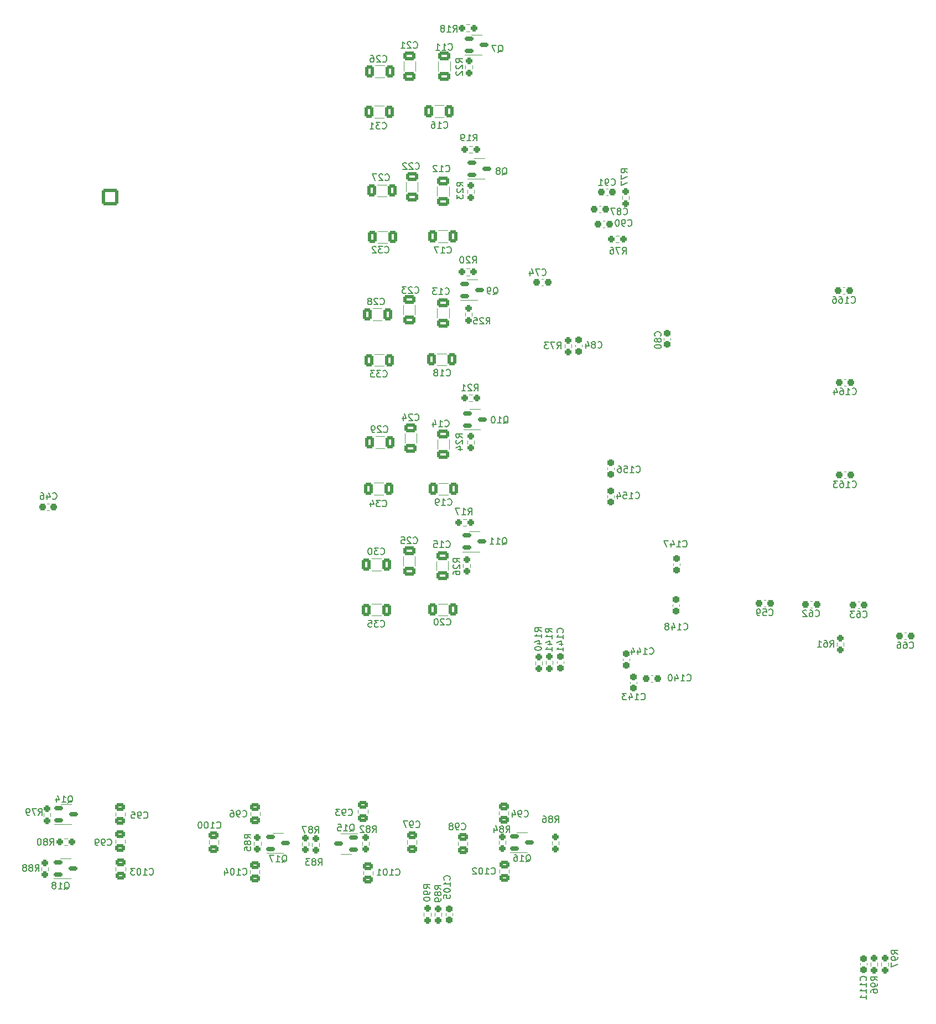
<source format=gbo>
G04 #@! TF.GenerationSoftware,KiCad,Pcbnew,7.0.10*
G04 #@! TF.CreationDate,2025-01-18T09:55:55-08:00*
G04 #@! TF.ProjectId,fieldRadio_1.1,6669656c-6452-4616-9469-6f5f312e312e,rev?*
G04 #@! TF.SameCoordinates,Original*
G04 #@! TF.FileFunction,Legend,Bot*
G04 #@! TF.FilePolarity,Positive*
%FSLAX46Y46*%
G04 Gerber Fmt 4.6, Leading zero omitted, Abs format (unit mm)*
G04 Created by KiCad (PCBNEW 7.0.10) date 2025-01-18 09:55:55*
%MOMM*%
%LPD*%
G01*
G04 APERTURE LIST*
G04 Aperture macros list*
%AMRoundRect*
0 Rectangle with rounded corners*
0 $1 Rounding radius*
0 $2 $3 $4 $5 $6 $7 $8 $9 X,Y pos of 4 corners*
0 Add a 4 corners polygon primitive as box body*
4,1,4,$2,$3,$4,$5,$6,$7,$8,$9,$2,$3,0*
0 Add four circle primitives for the rounded corners*
1,1,$1+$1,$2,$3*
1,1,$1+$1,$4,$5*
1,1,$1+$1,$6,$7*
1,1,$1+$1,$8,$9*
0 Add four rect primitives between the rounded corners*
20,1,$1+$1,$2,$3,$4,$5,0*
20,1,$1+$1,$4,$5,$6,$7,0*
20,1,$1+$1,$6,$7,$8,$9,0*
20,1,$1+$1,$8,$9,$2,$3,0*%
G04 Aperture macros list end*
%ADD10C,0.150000*%
%ADD11C,0.120000*%
%ADD12R,2.200000X2.200000*%
%ADD13O,2.200000X2.200000*%
%ADD14C,1.600000*%
%ADD15C,1.550000*%
%ADD16R,2.000000X1.905000*%
%ADD17O,2.000000X1.905000*%
%ADD18R,1.600000X1.600000*%
%ADD19C,2.600000*%
%ADD20R,1.700000X1.700000*%
%ADD21O,1.700000X1.700000*%
%ADD22C,3.000000*%
%ADD23O,1.600000X1.600000*%
%ADD24C,1.440000*%
%ADD25R,2.400000X1.600000*%
%ADD26O,2.400000X1.600000*%
%ADD27RoundRect,0.249999X-1.025001X1.025001X-1.025001X-1.025001X1.025001X-1.025001X1.025001X1.025001X0*%
%ADD28C,2.550000*%
%ADD29C,1.627000*%
%ADD30RoundRect,0.250000X0.650000X-0.412500X0.650000X0.412500X-0.650000X0.412500X-0.650000X-0.412500X0*%
%ADD31RoundRect,0.237500X0.237500X-0.250000X0.237500X0.250000X-0.237500X0.250000X-0.237500X-0.250000X0*%
%ADD32RoundRect,0.250000X-0.412500X-0.650000X0.412500X-0.650000X0.412500X0.650000X-0.412500X0.650000X0*%
%ADD33RoundRect,0.237500X-0.300000X-0.237500X0.300000X-0.237500X0.300000X0.237500X-0.300000X0.237500X0*%
%ADD34RoundRect,0.250000X0.475000X-0.337500X0.475000X0.337500X-0.475000X0.337500X-0.475000X-0.337500X0*%
%ADD35RoundRect,0.237500X0.300000X0.237500X-0.300000X0.237500X-0.300000X-0.237500X0.300000X-0.237500X0*%
%ADD36RoundRect,0.237500X0.250000X0.237500X-0.250000X0.237500X-0.250000X-0.237500X0.250000X-0.237500X0*%
%ADD37RoundRect,0.237500X-0.237500X0.250000X-0.237500X-0.250000X0.237500X-0.250000X0.237500X0.250000X0*%
%ADD38RoundRect,0.237500X0.237500X-0.300000X0.237500X0.300000X-0.237500X0.300000X-0.237500X-0.300000X0*%
%ADD39RoundRect,0.150000X-0.512500X-0.150000X0.512500X-0.150000X0.512500X0.150000X-0.512500X0.150000X0*%
%ADD40RoundRect,0.237500X-0.237500X0.300000X-0.237500X-0.300000X0.237500X-0.300000X0.237500X0.300000X0*%
%ADD41RoundRect,0.150000X0.512500X0.150000X-0.512500X0.150000X-0.512500X-0.150000X0.512500X-0.150000X0*%
G04 APERTURE END LIST*
D10*
X143642857Y-152909580D02*
X143690476Y-152957200D01*
X143690476Y-152957200D02*
X143833333Y-153004819D01*
X143833333Y-153004819D02*
X143928571Y-153004819D01*
X143928571Y-153004819D02*
X144071428Y-152957200D01*
X144071428Y-152957200D02*
X144166666Y-152861961D01*
X144166666Y-152861961D02*
X144214285Y-152766723D01*
X144214285Y-152766723D02*
X144261904Y-152576247D01*
X144261904Y-152576247D02*
X144261904Y-152433390D01*
X144261904Y-152433390D02*
X144214285Y-152242914D01*
X144214285Y-152242914D02*
X144166666Y-152147676D01*
X144166666Y-152147676D02*
X144071428Y-152052438D01*
X144071428Y-152052438D02*
X143928571Y-152004819D01*
X143928571Y-152004819D02*
X143833333Y-152004819D01*
X143833333Y-152004819D02*
X143690476Y-152052438D01*
X143690476Y-152052438D02*
X143642857Y-152100057D01*
X143261904Y-152100057D02*
X143214285Y-152052438D01*
X143214285Y-152052438D02*
X143119047Y-152004819D01*
X143119047Y-152004819D02*
X142880952Y-152004819D01*
X142880952Y-152004819D02*
X142785714Y-152052438D01*
X142785714Y-152052438D02*
X142738095Y-152100057D01*
X142738095Y-152100057D02*
X142690476Y-152195295D01*
X142690476Y-152195295D02*
X142690476Y-152290533D01*
X142690476Y-152290533D02*
X142738095Y-152433390D01*
X142738095Y-152433390D02*
X143309523Y-153004819D01*
X143309523Y-153004819D02*
X142690476Y-153004819D01*
X141785714Y-152004819D02*
X142261904Y-152004819D01*
X142261904Y-152004819D02*
X142309523Y-152481009D01*
X142309523Y-152481009D02*
X142261904Y-152433390D01*
X142261904Y-152433390D02*
X142166666Y-152385771D01*
X142166666Y-152385771D02*
X141928571Y-152385771D01*
X141928571Y-152385771D02*
X141833333Y-152433390D01*
X141833333Y-152433390D02*
X141785714Y-152481009D01*
X141785714Y-152481009D02*
X141738095Y-152576247D01*
X141738095Y-152576247D02*
X141738095Y-152814342D01*
X141738095Y-152814342D02*
X141785714Y-152909580D01*
X141785714Y-152909580D02*
X141833333Y-152957200D01*
X141833333Y-152957200D02*
X141928571Y-153004819D01*
X141928571Y-153004819D02*
X142166666Y-153004819D01*
X142166666Y-153004819D02*
X142261904Y-152957200D01*
X142261904Y-152957200D02*
X142309523Y-152909580D01*
X151144819Y-136777142D02*
X150668628Y-136443809D01*
X151144819Y-136205714D02*
X150144819Y-136205714D01*
X150144819Y-136205714D02*
X150144819Y-136586666D01*
X150144819Y-136586666D02*
X150192438Y-136681904D01*
X150192438Y-136681904D02*
X150240057Y-136729523D01*
X150240057Y-136729523D02*
X150335295Y-136777142D01*
X150335295Y-136777142D02*
X150478152Y-136777142D01*
X150478152Y-136777142D02*
X150573390Y-136729523D01*
X150573390Y-136729523D02*
X150621009Y-136681904D01*
X150621009Y-136681904D02*
X150668628Y-136586666D01*
X150668628Y-136586666D02*
X150668628Y-136205714D01*
X150240057Y-137158095D02*
X150192438Y-137205714D01*
X150192438Y-137205714D02*
X150144819Y-137300952D01*
X150144819Y-137300952D02*
X150144819Y-137539047D01*
X150144819Y-137539047D02*
X150192438Y-137634285D01*
X150192438Y-137634285D02*
X150240057Y-137681904D01*
X150240057Y-137681904D02*
X150335295Y-137729523D01*
X150335295Y-137729523D02*
X150430533Y-137729523D01*
X150430533Y-137729523D02*
X150573390Y-137681904D01*
X150573390Y-137681904D02*
X151144819Y-137110476D01*
X151144819Y-137110476D02*
X151144819Y-137729523D01*
X150478152Y-138586666D02*
X151144819Y-138586666D01*
X150097200Y-138348571D02*
X150811485Y-138110476D01*
X150811485Y-138110476D02*
X150811485Y-138729523D01*
X148732857Y-165369580D02*
X148780476Y-165417200D01*
X148780476Y-165417200D02*
X148923333Y-165464819D01*
X148923333Y-165464819D02*
X149018571Y-165464819D01*
X149018571Y-165464819D02*
X149161428Y-165417200D01*
X149161428Y-165417200D02*
X149256666Y-165321961D01*
X149256666Y-165321961D02*
X149304285Y-165226723D01*
X149304285Y-165226723D02*
X149351904Y-165036247D01*
X149351904Y-165036247D02*
X149351904Y-164893390D01*
X149351904Y-164893390D02*
X149304285Y-164702914D01*
X149304285Y-164702914D02*
X149256666Y-164607676D01*
X149256666Y-164607676D02*
X149161428Y-164512438D01*
X149161428Y-164512438D02*
X149018571Y-164464819D01*
X149018571Y-164464819D02*
X148923333Y-164464819D01*
X148923333Y-164464819D02*
X148780476Y-164512438D01*
X148780476Y-164512438D02*
X148732857Y-164560057D01*
X148351904Y-164560057D02*
X148304285Y-164512438D01*
X148304285Y-164512438D02*
X148209047Y-164464819D01*
X148209047Y-164464819D02*
X147970952Y-164464819D01*
X147970952Y-164464819D02*
X147875714Y-164512438D01*
X147875714Y-164512438D02*
X147828095Y-164560057D01*
X147828095Y-164560057D02*
X147780476Y-164655295D01*
X147780476Y-164655295D02*
X147780476Y-164750533D01*
X147780476Y-164750533D02*
X147828095Y-164893390D01*
X147828095Y-164893390D02*
X148399523Y-165464819D01*
X148399523Y-165464819D02*
X147780476Y-165464819D01*
X147161428Y-164464819D02*
X147066190Y-164464819D01*
X147066190Y-164464819D02*
X146970952Y-164512438D01*
X146970952Y-164512438D02*
X146923333Y-164560057D01*
X146923333Y-164560057D02*
X146875714Y-164655295D01*
X146875714Y-164655295D02*
X146828095Y-164845771D01*
X146828095Y-164845771D02*
X146828095Y-165083866D01*
X146828095Y-165083866D02*
X146875714Y-165274342D01*
X146875714Y-165274342D02*
X146923333Y-165369580D01*
X146923333Y-165369580D02*
X146970952Y-165417200D01*
X146970952Y-165417200D02*
X147066190Y-165464819D01*
X147066190Y-165464819D02*
X147161428Y-165464819D01*
X147161428Y-165464819D02*
X147256666Y-165417200D01*
X147256666Y-165417200D02*
X147304285Y-165369580D01*
X147304285Y-165369580D02*
X147351904Y-165274342D01*
X147351904Y-165274342D02*
X147399523Y-165083866D01*
X147399523Y-165083866D02*
X147399523Y-164845771D01*
X147399523Y-164845771D02*
X147351904Y-164655295D01*
X147351904Y-164655295D02*
X147304285Y-164560057D01*
X147304285Y-164560057D02*
X147256666Y-164512438D01*
X147256666Y-164512438D02*
X147161428Y-164464819D01*
X219562857Y-168927022D02*
X219610476Y-168974642D01*
X219610476Y-168974642D02*
X219753333Y-169022261D01*
X219753333Y-169022261D02*
X219848571Y-169022261D01*
X219848571Y-169022261D02*
X219991428Y-168974642D01*
X219991428Y-168974642D02*
X220086666Y-168879403D01*
X220086666Y-168879403D02*
X220134285Y-168784165D01*
X220134285Y-168784165D02*
X220181904Y-168593689D01*
X220181904Y-168593689D02*
X220181904Y-168450832D01*
X220181904Y-168450832D02*
X220134285Y-168260356D01*
X220134285Y-168260356D02*
X220086666Y-168165118D01*
X220086666Y-168165118D02*
X219991428Y-168069880D01*
X219991428Y-168069880D02*
X219848571Y-168022261D01*
X219848571Y-168022261D02*
X219753333Y-168022261D01*
X219753333Y-168022261D02*
X219610476Y-168069880D01*
X219610476Y-168069880D02*
X219562857Y-168117499D01*
X218705714Y-168022261D02*
X218896190Y-168022261D01*
X218896190Y-168022261D02*
X218991428Y-168069880D01*
X218991428Y-168069880D02*
X219039047Y-168117499D01*
X219039047Y-168117499D02*
X219134285Y-168260356D01*
X219134285Y-168260356D02*
X219181904Y-168450832D01*
X219181904Y-168450832D02*
X219181904Y-168831784D01*
X219181904Y-168831784D02*
X219134285Y-168927022D01*
X219134285Y-168927022D02*
X219086666Y-168974642D01*
X219086666Y-168974642D02*
X218991428Y-169022261D01*
X218991428Y-169022261D02*
X218800952Y-169022261D01*
X218800952Y-169022261D02*
X218705714Y-168974642D01*
X218705714Y-168974642D02*
X218658095Y-168927022D01*
X218658095Y-168927022D02*
X218610476Y-168831784D01*
X218610476Y-168831784D02*
X218610476Y-168593689D01*
X218610476Y-168593689D02*
X218658095Y-168498451D01*
X218658095Y-168498451D02*
X218705714Y-168450832D01*
X218705714Y-168450832D02*
X218800952Y-168403213D01*
X218800952Y-168403213D02*
X218991428Y-168403213D01*
X218991428Y-168403213D02*
X219086666Y-168450832D01*
X219086666Y-168450832D02*
X219134285Y-168498451D01*
X219134285Y-168498451D02*
X219181904Y-168593689D01*
X217753333Y-168022261D02*
X217943809Y-168022261D01*
X217943809Y-168022261D02*
X218039047Y-168069880D01*
X218039047Y-168069880D02*
X218086666Y-168117499D01*
X218086666Y-168117499D02*
X218181904Y-168260356D01*
X218181904Y-168260356D02*
X218229523Y-168450832D01*
X218229523Y-168450832D02*
X218229523Y-168831784D01*
X218229523Y-168831784D02*
X218181904Y-168927022D01*
X218181904Y-168927022D02*
X218134285Y-168974642D01*
X218134285Y-168974642D02*
X218039047Y-169022261D01*
X218039047Y-169022261D02*
X217848571Y-169022261D01*
X217848571Y-169022261D02*
X217753333Y-168974642D01*
X217753333Y-168974642D02*
X217705714Y-168927022D01*
X217705714Y-168927022D02*
X217658095Y-168831784D01*
X217658095Y-168831784D02*
X217658095Y-168593689D01*
X217658095Y-168593689D02*
X217705714Y-168498451D01*
X217705714Y-168498451D02*
X217753333Y-168450832D01*
X217753333Y-168450832D02*
X217848571Y-168403213D01*
X217848571Y-168403213D02*
X218039047Y-168403213D01*
X218039047Y-168403213D02*
X218134285Y-168450832D01*
X218134285Y-168450832D02*
X218181904Y-168498451D01*
X218181904Y-168498451D02*
X218229523Y-168593689D01*
X155569047Y-203467215D02*
X155616666Y-203514835D01*
X155616666Y-203514835D02*
X155759523Y-203562454D01*
X155759523Y-203562454D02*
X155854761Y-203562454D01*
X155854761Y-203562454D02*
X155997618Y-203514835D01*
X155997618Y-203514835D02*
X156092856Y-203419596D01*
X156092856Y-203419596D02*
X156140475Y-203324358D01*
X156140475Y-203324358D02*
X156188094Y-203133882D01*
X156188094Y-203133882D02*
X156188094Y-202991025D01*
X156188094Y-202991025D02*
X156140475Y-202800549D01*
X156140475Y-202800549D02*
X156092856Y-202705311D01*
X156092856Y-202705311D02*
X155997618Y-202610073D01*
X155997618Y-202610073D02*
X155854761Y-202562454D01*
X155854761Y-202562454D02*
X155759523Y-202562454D01*
X155759523Y-202562454D02*
X155616666Y-202610073D01*
X155616666Y-202610073D02*
X155569047Y-202657692D01*
X154616666Y-203562454D02*
X155188094Y-203562454D01*
X154902380Y-203562454D02*
X154902380Y-202562454D01*
X154902380Y-202562454D02*
X154997618Y-202705311D01*
X154997618Y-202705311D02*
X155092856Y-202800549D01*
X155092856Y-202800549D02*
X155188094Y-202848168D01*
X153997618Y-202562454D02*
X153902380Y-202562454D01*
X153902380Y-202562454D02*
X153807142Y-202610073D01*
X153807142Y-202610073D02*
X153759523Y-202657692D01*
X153759523Y-202657692D02*
X153711904Y-202752930D01*
X153711904Y-202752930D02*
X153664285Y-202943406D01*
X153664285Y-202943406D02*
X153664285Y-203181501D01*
X153664285Y-203181501D02*
X153711904Y-203371977D01*
X153711904Y-203371977D02*
X153759523Y-203467215D01*
X153759523Y-203467215D02*
X153807142Y-203514835D01*
X153807142Y-203514835D02*
X153902380Y-203562454D01*
X153902380Y-203562454D02*
X153997618Y-203562454D01*
X153997618Y-203562454D02*
X154092856Y-203514835D01*
X154092856Y-203514835D02*
X154140475Y-203467215D01*
X154140475Y-203467215D02*
X154188094Y-203371977D01*
X154188094Y-203371977D02*
X154235713Y-203181501D01*
X154235713Y-203181501D02*
X154235713Y-202943406D01*
X154235713Y-202943406D02*
X154188094Y-202752930D01*
X154188094Y-202752930D02*
X154140475Y-202657692D01*
X154140475Y-202657692D02*
X154092856Y-202610073D01*
X154092856Y-202610073D02*
X153997618Y-202562454D01*
X153283332Y-202657692D02*
X153235713Y-202610073D01*
X153235713Y-202610073D02*
X153140475Y-202562454D01*
X153140475Y-202562454D02*
X152902380Y-202562454D01*
X152902380Y-202562454D02*
X152807142Y-202610073D01*
X152807142Y-202610073D02*
X152759523Y-202657692D01*
X152759523Y-202657692D02*
X152711904Y-202752930D01*
X152711904Y-202752930D02*
X152711904Y-202848168D01*
X152711904Y-202848168D02*
X152759523Y-202991025D01*
X152759523Y-202991025D02*
X153330951Y-203562454D01*
X153330951Y-203562454D02*
X152711904Y-203562454D01*
X173912857Y-98109580D02*
X173960476Y-98157200D01*
X173960476Y-98157200D02*
X174103333Y-98204819D01*
X174103333Y-98204819D02*
X174198571Y-98204819D01*
X174198571Y-98204819D02*
X174341428Y-98157200D01*
X174341428Y-98157200D02*
X174436666Y-98061961D01*
X174436666Y-98061961D02*
X174484285Y-97966723D01*
X174484285Y-97966723D02*
X174531904Y-97776247D01*
X174531904Y-97776247D02*
X174531904Y-97633390D01*
X174531904Y-97633390D02*
X174484285Y-97442914D01*
X174484285Y-97442914D02*
X174436666Y-97347676D01*
X174436666Y-97347676D02*
X174341428Y-97252438D01*
X174341428Y-97252438D02*
X174198571Y-97204819D01*
X174198571Y-97204819D02*
X174103333Y-97204819D01*
X174103333Y-97204819D02*
X173960476Y-97252438D01*
X173960476Y-97252438D02*
X173912857Y-97300057D01*
X173436666Y-98204819D02*
X173246190Y-98204819D01*
X173246190Y-98204819D02*
X173150952Y-98157200D01*
X173150952Y-98157200D02*
X173103333Y-98109580D01*
X173103333Y-98109580D02*
X173008095Y-97966723D01*
X173008095Y-97966723D02*
X172960476Y-97776247D01*
X172960476Y-97776247D02*
X172960476Y-97395295D01*
X172960476Y-97395295D02*
X173008095Y-97300057D01*
X173008095Y-97300057D02*
X173055714Y-97252438D01*
X173055714Y-97252438D02*
X173150952Y-97204819D01*
X173150952Y-97204819D02*
X173341428Y-97204819D01*
X173341428Y-97204819D02*
X173436666Y-97252438D01*
X173436666Y-97252438D02*
X173484285Y-97300057D01*
X173484285Y-97300057D02*
X173531904Y-97395295D01*
X173531904Y-97395295D02*
X173531904Y-97633390D01*
X173531904Y-97633390D02*
X173484285Y-97728628D01*
X173484285Y-97728628D02*
X173436666Y-97776247D01*
X173436666Y-97776247D02*
X173341428Y-97823866D01*
X173341428Y-97823866D02*
X173150952Y-97823866D01*
X173150952Y-97823866D02*
X173055714Y-97776247D01*
X173055714Y-97776247D02*
X173008095Y-97728628D01*
X173008095Y-97728628D02*
X172960476Y-97633390D01*
X172008095Y-98204819D02*
X172579523Y-98204819D01*
X172293809Y-98204819D02*
X172293809Y-97204819D01*
X172293809Y-97204819D02*
X172389047Y-97347676D01*
X172389047Y-97347676D02*
X172484285Y-97442914D01*
X172484285Y-97442914D02*
X172579523Y-97490533D01*
X210804047Y-130109580D02*
X210851666Y-130157200D01*
X210851666Y-130157200D02*
X210994523Y-130204819D01*
X210994523Y-130204819D02*
X211089761Y-130204819D01*
X211089761Y-130204819D02*
X211232618Y-130157200D01*
X211232618Y-130157200D02*
X211327856Y-130061961D01*
X211327856Y-130061961D02*
X211375475Y-129966723D01*
X211375475Y-129966723D02*
X211423094Y-129776247D01*
X211423094Y-129776247D02*
X211423094Y-129633390D01*
X211423094Y-129633390D02*
X211375475Y-129442914D01*
X211375475Y-129442914D02*
X211327856Y-129347676D01*
X211327856Y-129347676D02*
X211232618Y-129252438D01*
X211232618Y-129252438D02*
X211089761Y-129204819D01*
X211089761Y-129204819D02*
X210994523Y-129204819D01*
X210994523Y-129204819D02*
X210851666Y-129252438D01*
X210851666Y-129252438D02*
X210804047Y-129300057D01*
X209851666Y-130204819D02*
X210423094Y-130204819D01*
X210137380Y-130204819D02*
X210137380Y-129204819D01*
X210137380Y-129204819D02*
X210232618Y-129347676D01*
X210232618Y-129347676D02*
X210327856Y-129442914D01*
X210327856Y-129442914D02*
X210423094Y-129490533D01*
X208994523Y-129204819D02*
X209184999Y-129204819D01*
X209184999Y-129204819D02*
X209280237Y-129252438D01*
X209280237Y-129252438D02*
X209327856Y-129300057D01*
X209327856Y-129300057D02*
X209423094Y-129442914D01*
X209423094Y-129442914D02*
X209470713Y-129633390D01*
X209470713Y-129633390D02*
X209470713Y-130014342D01*
X209470713Y-130014342D02*
X209423094Y-130109580D01*
X209423094Y-130109580D02*
X209375475Y-130157200D01*
X209375475Y-130157200D02*
X209280237Y-130204819D01*
X209280237Y-130204819D02*
X209089761Y-130204819D01*
X209089761Y-130204819D02*
X208994523Y-130157200D01*
X208994523Y-130157200D02*
X208946904Y-130109580D01*
X208946904Y-130109580D02*
X208899285Y-130014342D01*
X208899285Y-130014342D02*
X208899285Y-129776247D01*
X208899285Y-129776247D02*
X208946904Y-129681009D01*
X208946904Y-129681009D02*
X208994523Y-129633390D01*
X208994523Y-129633390D02*
X209089761Y-129585771D01*
X209089761Y-129585771D02*
X209280237Y-129585771D01*
X209280237Y-129585771D02*
X209375475Y-129633390D01*
X209375475Y-129633390D02*
X209423094Y-129681009D01*
X209423094Y-129681009D02*
X209470713Y-129776247D01*
X208042142Y-129538152D02*
X208042142Y-130204819D01*
X208280237Y-129157200D02*
X208518332Y-129871485D01*
X208518332Y-129871485D02*
X207899285Y-129871485D01*
X152792857Y-91374819D02*
X153126190Y-90898628D01*
X153364285Y-91374819D02*
X153364285Y-90374819D01*
X153364285Y-90374819D02*
X152983333Y-90374819D01*
X152983333Y-90374819D02*
X152888095Y-90422438D01*
X152888095Y-90422438D02*
X152840476Y-90470057D01*
X152840476Y-90470057D02*
X152792857Y-90565295D01*
X152792857Y-90565295D02*
X152792857Y-90708152D01*
X152792857Y-90708152D02*
X152840476Y-90803390D01*
X152840476Y-90803390D02*
X152888095Y-90851009D01*
X152888095Y-90851009D02*
X152983333Y-90898628D01*
X152983333Y-90898628D02*
X153364285Y-90898628D01*
X151840476Y-91374819D02*
X152411904Y-91374819D01*
X152126190Y-91374819D02*
X152126190Y-90374819D01*
X152126190Y-90374819D02*
X152221428Y-90517676D01*
X152221428Y-90517676D02*
X152316666Y-90612914D01*
X152316666Y-90612914D02*
X152411904Y-90660533D01*
X151364285Y-91374819D02*
X151173809Y-91374819D01*
X151173809Y-91374819D02*
X151078571Y-91327200D01*
X151078571Y-91327200D02*
X151030952Y-91279580D01*
X151030952Y-91279580D02*
X150935714Y-91136723D01*
X150935714Y-91136723D02*
X150888095Y-90946247D01*
X150888095Y-90946247D02*
X150888095Y-90565295D01*
X150888095Y-90565295D02*
X150935714Y-90470057D01*
X150935714Y-90470057D02*
X150983333Y-90422438D01*
X150983333Y-90422438D02*
X151078571Y-90374819D01*
X151078571Y-90374819D02*
X151269047Y-90374819D01*
X151269047Y-90374819D02*
X151364285Y-90422438D01*
X151364285Y-90422438D02*
X151411904Y-90470057D01*
X151411904Y-90470057D02*
X151459523Y-90565295D01*
X151459523Y-90565295D02*
X151459523Y-90803390D01*
X151459523Y-90803390D02*
X151411904Y-90898628D01*
X151411904Y-90898628D02*
X151364285Y-90946247D01*
X151364285Y-90946247D02*
X151269047Y-90993866D01*
X151269047Y-90993866D02*
X151078571Y-90993866D01*
X151078571Y-90993866D02*
X150983333Y-90946247D01*
X150983333Y-90946247D02*
X150935714Y-90898628D01*
X150935714Y-90898628D02*
X150888095Y-90803390D01*
X214664819Y-219827142D02*
X214188628Y-219493809D01*
X214664819Y-219255714D02*
X213664819Y-219255714D01*
X213664819Y-219255714D02*
X213664819Y-219636666D01*
X213664819Y-219636666D02*
X213712438Y-219731904D01*
X213712438Y-219731904D02*
X213760057Y-219779523D01*
X213760057Y-219779523D02*
X213855295Y-219827142D01*
X213855295Y-219827142D02*
X213998152Y-219827142D01*
X213998152Y-219827142D02*
X214093390Y-219779523D01*
X214093390Y-219779523D02*
X214141009Y-219731904D01*
X214141009Y-219731904D02*
X214188628Y-219636666D01*
X214188628Y-219636666D02*
X214188628Y-219255714D01*
X214664819Y-220303333D02*
X214664819Y-220493809D01*
X214664819Y-220493809D02*
X214617200Y-220589047D01*
X214617200Y-220589047D02*
X214569580Y-220636666D01*
X214569580Y-220636666D02*
X214426723Y-220731904D01*
X214426723Y-220731904D02*
X214236247Y-220779523D01*
X214236247Y-220779523D02*
X213855295Y-220779523D01*
X213855295Y-220779523D02*
X213760057Y-220731904D01*
X213760057Y-220731904D02*
X213712438Y-220684285D01*
X213712438Y-220684285D02*
X213664819Y-220589047D01*
X213664819Y-220589047D02*
X213664819Y-220398571D01*
X213664819Y-220398571D02*
X213712438Y-220303333D01*
X213712438Y-220303333D02*
X213760057Y-220255714D01*
X213760057Y-220255714D02*
X213855295Y-220208095D01*
X213855295Y-220208095D02*
X214093390Y-220208095D01*
X214093390Y-220208095D02*
X214188628Y-220255714D01*
X214188628Y-220255714D02*
X214236247Y-220303333D01*
X214236247Y-220303333D02*
X214283866Y-220398571D01*
X214283866Y-220398571D02*
X214283866Y-220589047D01*
X214283866Y-220589047D02*
X214236247Y-220684285D01*
X214236247Y-220684285D02*
X214188628Y-220731904D01*
X214188628Y-220731904D02*
X214093390Y-220779523D01*
X213664819Y-221636666D02*
X213664819Y-221446190D01*
X213664819Y-221446190D02*
X213712438Y-221350952D01*
X213712438Y-221350952D02*
X213760057Y-221303333D01*
X213760057Y-221303333D02*
X213902914Y-221208095D01*
X213902914Y-221208095D02*
X214093390Y-221160476D01*
X214093390Y-221160476D02*
X214474342Y-221160476D01*
X214474342Y-221160476D02*
X214569580Y-221208095D01*
X214569580Y-221208095D02*
X214617200Y-221255714D01*
X214617200Y-221255714D02*
X214664819Y-221350952D01*
X214664819Y-221350952D02*
X214664819Y-221541428D01*
X214664819Y-221541428D02*
X214617200Y-221636666D01*
X214617200Y-221636666D02*
X214569580Y-221684285D01*
X214569580Y-221684285D02*
X214474342Y-221731904D01*
X214474342Y-221731904D02*
X214236247Y-221731904D01*
X214236247Y-221731904D02*
X214141009Y-221684285D01*
X214141009Y-221684285D02*
X214093390Y-221636666D01*
X214093390Y-221636666D02*
X214045771Y-221541428D01*
X214045771Y-221541428D02*
X214045771Y-221350952D01*
X214045771Y-221350952D02*
X214093390Y-221255714D01*
X214093390Y-221255714D02*
X214141009Y-221208095D01*
X214141009Y-221208095D02*
X214236247Y-221160476D01*
X176424819Y-96262142D02*
X175948628Y-95928809D01*
X176424819Y-95690714D02*
X175424819Y-95690714D01*
X175424819Y-95690714D02*
X175424819Y-96071666D01*
X175424819Y-96071666D02*
X175472438Y-96166904D01*
X175472438Y-96166904D02*
X175520057Y-96214523D01*
X175520057Y-96214523D02*
X175615295Y-96262142D01*
X175615295Y-96262142D02*
X175758152Y-96262142D01*
X175758152Y-96262142D02*
X175853390Y-96214523D01*
X175853390Y-96214523D02*
X175901009Y-96166904D01*
X175901009Y-96166904D02*
X175948628Y-96071666D01*
X175948628Y-96071666D02*
X175948628Y-95690714D01*
X175424819Y-96595476D02*
X175424819Y-97262142D01*
X175424819Y-97262142D02*
X176424819Y-96833571D01*
X175424819Y-97547857D02*
X175424819Y-98214523D01*
X175424819Y-98214523D02*
X176424819Y-97785952D01*
X117517857Y-194717215D02*
X117565476Y-194764835D01*
X117565476Y-194764835D02*
X117708333Y-194812454D01*
X117708333Y-194812454D02*
X117803571Y-194812454D01*
X117803571Y-194812454D02*
X117946428Y-194764835D01*
X117946428Y-194764835D02*
X118041666Y-194669596D01*
X118041666Y-194669596D02*
X118089285Y-194574358D01*
X118089285Y-194574358D02*
X118136904Y-194383882D01*
X118136904Y-194383882D02*
X118136904Y-194241025D01*
X118136904Y-194241025D02*
X118089285Y-194050549D01*
X118089285Y-194050549D02*
X118041666Y-193955311D01*
X118041666Y-193955311D02*
X117946428Y-193860073D01*
X117946428Y-193860073D02*
X117803571Y-193812454D01*
X117803571Y-193812454D02*
X117708333Y-193812454D01*
X117708333Y-193812454D02*
X117565476Y-193860073D01*
X117565476Y-193860073D02*
X117517857Y-193907692D01*
X117041666Y-194812454D02*
X116851190Y-194812454D01*
X116851190Y-194812454D02*
X116755952Y-194764835D01*
X116755952Y-194764835D02*
X116708333Y-194717215D01*
X116708333Y-194717215D02*
X116613095Y-194574358D01*
X116613095Y-194574358D02*
X116565476Y-194383882D01*
X116565476Y-194383882D02*
X116565476Y-194002930D01*
X116565476Y-194002930D02*
X116613095Y-193907692D01*
X116613095Y-193907692D02*
X116660714Y-193860073D01*
X116660714Y-193860073D02*
X116755952Y-193812454D01*
X116755952Y-193812454D02*
X116946428Y-193812454D01*
X116946428Y-193812454D02*
X117041666Y-193860073D01*
X117041666Y-193860073D02*
X117089285Y-193907692D01*
X117089285Y-193907692D02*
X117136904Y-194002930D01*
X117136904Y-194002930D02*
X117136904Y-194241025D01*
X117136904Y-194241025D02*
X117089285Y-194336263D01*
X117089285Y-194336263D02*
X117041666Y-194383882D01*
X117041666Y-194383882D02*
X116946428Y-194431501D01*
X116946428Y-194431501D02*
X116755952Y-194431501D01*
X116755952Y-194431501D02*
X116660714Y-194383882D01*
X116660714Y-194383882D02*
X116613095Y-194336263D01*
X116613095Y-194336263D02*
X116565476Y-194241025D01*
X115708333Y-193812454D02*
X115898809Y-193812454D01*
X115898809Y-193812454D02*
X115994047Y-193860073D01*
X115994047Y-193860073D02*
X116041666Y-193907692D01*
X116041666Y-193907692D02*
X116136904Y-194050549D01*
X116136904Y-194050549D02*
X116184523Y-194241025D01*
X116184523Y-194241025D02*
X116184523Y-194621977D01*
X116184523Y-194621977D02*
X116136904Y-194717215D01*
X116136904Y-194717215D02*
X116089285Y-194764835D01*
X116089285Y-194764835D02*
X115994047Y-194812454D01*
X115994047Y-194812454D02*
X115803571Y-194812454D01*
X115803571Y-194812454D02*
X115708333Y-194764835D01*
X115708333Y-194764835D02*
X115660714Y-194717215D01*
X115660714Y-194717215D02*
X115613095Y-194621977D01*
X115613095Y-194621977D02*
X115613095Y-194383882D01*
X115613095Y-194383882D02*
X115660714Y-194288644D01*
X115660714Y-194288644D02*
X115708333Y-194241025D01*
X115708333Y-194241025D02*
X115803571Y-194193406D01*
X115803571Y-194193406D02*
X115994047Y-194193406D01*
X115994047Y-194193406D02*
X116089285Y-194241025D01*
X116089285Y-194241025D02*
X116136904Y-194288644D01*
X116136904Y-194288644D02*
X116184523Y-194383882D01*
X139332857Y-97369580D02*
X139380476Y-97417200D01*
X139380476Y-97417200D02*
X139523333Y-97464819D01*
X139523333Y-97464819D02*
X139618571Y-97464819D01*
X139618571Y-97464819D02*
X139761428Y-97417200D01*
X139761428Y-97417200D02*
X139856666Y-97321961D01*
X139856666Y-97321961D02*
X139904285Y-97226723D01*
X139904285Y-97226723D02*
X139951904Y-97036247D01*
X139951904Y-97036247D02*
X139951904Y-96893390D01*
X139951904Y-96893390D02*
X139904285Y-96702914D01*
X139904285Y-96702914D02*
X139856666Y-96607676D01*
X139856666Y-96607676D02*
X139761428Y-96512438D01*
X139761428Y-96512438D02*
X139618571Y-96464819D01*
X139618571Y-96464819D02*
X139523333Y-96464819D01*
X139523333Y-96464819D02*
X139380476Y-96512438D01*
X139380476Y-96512438D02*
X139332857Y-96560057D01*
X138951904Y-96560057D02*
X138904285Y-96512438D01*
X138904285Y-96512438D02*
X138809047Y-96464819D01*
X138809047Y-96464819D02*
X138570952Y-96464819D01*
X138570952Y-96464819D02*
X138475714Y-96512438D01*
X138475714Y-96512438D02*
X138428095Y-96560057D01*
X138428095Y-96560057D02*
X138380476Y-96655295D01*
X138380476Y-96655295D02*
X138380476Y-96750533D01*
X138380476Y-96750533D02*
X138428095Y-96893390D01*
X138428095Y-96893390D02*
X138999523Y-97464819D01*
X138999523Y-97464819D02*
X138380476Y-97464819D01*
X138047142Y-96464819D02*
X137380476Y-96464819D01*
X137380476Y-96464819D02*
X137809047Y-97464819D01*
X177749047Y-142009580D02*
X177796666Y-142057200D01*
X177796666Y-142057200D02*
X177939523Y-142104819D01*
X177939523Y-142104819D02*
X178034761Y-142104819D01*
X178034761Y-142104819D02*
X178177618Y-142057200D01*
X178177618Y-142057200D02*
X178272856Y-141961961D01*
X178272856Y-141961961D02*
X178320475Y-141866723D01*
X178320475Y-141866723D02*
X178368094Y-141676247D01*
X178368094Y-141676247D02*
X178368094Y-141533390D01*
X178368094Y-141533390D02*
X178320475Y-141342914D01*
X178320475Y-141342914D02*
X178272856Y-141247676D01*
X178272856Y-141247676D02*
X178177618Y-141152438D01*
X178177618Y-141152438D02*
X178034761Y-141104819D01*
X178034761Y-141104819D02*
X177939523Y-141104819D01*
X177939523Y-141104819D02*
X177796666Y-141152438D01*
X177796666Y-141152438D02*
X177749047Y-141200057D01*
X176796666Y-142104819D02*
X177368094Y-142104819D01*
X177082380Y-142104819D02*
X177082380Y-141104819D01*
X177082380Y-141104819D02*
X177177618Y-141247676D01*
X177177618Y-141247676D02*
X177272856Y-141342914D01*
X177272856Y-141342914D02*
X177368094Y-141390533D01*
X175891904Y-141104819D02*
X176368094Y-141104819D01*
X176368094Y-141104819D02*
X176415713Y-141581009D01*
X176415713Y-141581009D02*
X176368094Y-141533390D01*
X176368094Y-141533390D02*
X176272856Y-141485771D01*
X176272856Y-141485771D02*
X176034761Y-141485771D01*
X176034761Y-141485771D02*
X175939523Y-141533390D01*
X175939523Y-141533390D02*
X175891904Y-141581009D01*
X175891904Y-141581009D02*
X175844285Y-141676247D01*
X175844285Y-141676247D02*
X175844285Y-141914342D01*
X175844285Y-141914342D02*
X175891904Y-142009580D01*
X175891904Y-142009580D02*
X175939523Y-142057200D01*
X175939523Y-142057200D02*
X176034761Y-142104819D01*
X176034761Y-142104819D02*
X176272856Y-142104819D01*
X176272856Y-142104819D02*
X176368094Y-142057200D01*
X176368094Y-142057200D02*
X176415713Y-142009580D01*
X174987142Y-141104819D02*
X175177618Y-141104819D01*
X175177618Y-141104819D02*
X175272856Y-141152438D01*
X175272856Y-141152438D02*
X175320475Y-141200057D01*
X175320475Y-141200057D02*
X175415713Y-141342914D01*
X175415713Y-141342914D02*
X175463332Y-141533390D01*
X175463332Y-141533390D02*
X175463332Y-141914342D01*
X175463332Y-141914342D02*
X175415713Y-142009580D01*
X175415713Y-142009580D02*
X175368094Y-142057200D01*
X175368094Y-142057200D02*
X175272856Y-142104819D01*
X175272856Y-142104819D02*
X175082380Y-142104819D01*
X175082380Y-142104819D02*
X174987142Y-142057200D01*
X174987142Y-142057200D02*
X174939523Y-142009580D01*
X174939523Y-142009580D02*
X174891904Y-141914342D01*
X174891904Y-141914342D02*
X174891904Y-141676247D01*
X174891904Y-141676247D02*
X174939523Y-141581009D01*
X174939523Y-141581009D02*
X174987142Y-141533390D01*
X174987142Y-141533390D02*
X175082380Y-141485771D01*
X175082380Y-141485771D02*
X175272856Y-141485771D01*
X175272856Y-141485771D02*
X175368094Y-141533390D01*
X175368094Y-141533390D02*
X175415713Y-141581009D01*
X175415713Y-141581009D02*
X175463332Y-141676247D01*
X165302857Y-195644819D02*
X165636190Y-195168628D01*
X165874285Y-195644819D02*
X165874285Y-194644819D01*
X165874285Y-194644819D02*
X165493333Y-194644819D01*
X165493333Y-194644819D02*
X165398095Y-194692438D01*
X165398095Y-194692438D02*
X165350476Y-194740057D01*
X165350476Y-194740057D02*
X165302857Y-194835295D01*
X165302857Y-194835295D02*
X165302857Y-194978152D01*
X165302857Y-194978152D02*
X165350476Y-195073390D01*
X165350476Y-195073390D02*
X165398095Y-195121009D01*
X165398095Y-195121009D02*
X165493333Y-195168628D01*
X165493333Y-195168628D02*
X165874285Y-195168628D01*
X164731428Y-195073390D02*
X164826666Y-195025771D01*
X164826666Y-195025771D02*
X164874285Y-194978152D01*
X164874285Y-194978152D02*
X164921904Y-194882914D01*
X164921904Y-194882914D02*
X164921904Y-194835295D01*
X164921904Y-194835295D02*
X164874285Y-194740057D01*
X164874285Y-194740057D02*
X164826666Y-194692438D01*
X164826666Y-194692438D02*
X164731428Y-194644819D01*
X164731428Y-194644819D02*
X164540952Y-194644819D01*
X164540952Y-194644819D02*
X164445714Y-194692438D01*
X164445714Y-194692438D02*
X164398095Y-194740057D01*
X164398095Y-194740057D02*
X164350476Y-194835295D01*
X164350476Y-194835295D02*
X164350476Y-194882914D01*
X164350476Y-194882914D02*
X164398095Y-194978152D01*
X164398095Y-194978152D02*
X164445714Y-195025771D01*
X164445714Y-195025771D02*
X164540952Y-195073390D01*
X164540952Y-195073390D02*
X164731428Y-195073390D01*
X164731428Y-195073390D02*
X164826666Y-195121009D01*
X164826666Y-195121009D02*
X164874285Y-195168628D01*
X164874285Y-195168628D02*
X164921904Y-195263866D01*
X164921904Y-195263866D02*
X164921904Y-195454342D01*
X164921904Y-195454342D02*
X164874285Y-195549580D01*
X164874285Y-195549580D02*
X164826666Y-195597200D01*
X164826666Y-195597200D02*
X164731428Y-195644819D01*
X164731428Y-195644819D02*
X164540952Y-195644819D01*
X164540952Y-195644819D02*
X164445714Y-195597200D01*
X164445714Y-195597200D02*
X164398095Y-195549580D01*
X164398095Y-195549580D02*
X164350476Y-195454342D01*
X164350476Y-195454342D02*
X164350476Y-195263866D01*
X164350476Y-195263866D02*
X164398095Y-195168628D01*
X164398095Y-195168628D02*
X164445714Y-195121009D01*
X164445714Y-195121009D02*
X164540952Y-195073390D01*
X163493333Y-194644819D02*
X163683809Y-194644819D01*
X163683809Y-194644819D02*
X163779047Y-194692438D01*
X163779047Y-194692438D02*
X163826666Y-194740057D01*
X163826666Y-194740057D02*
X163921904Y-194882914D01*
X163921904Y-194882914D02*
X163969523Y-195073390D01*
X163969523Y-195073390D02*
X163969523Y-195454342D01*
X163969523Y-195454342D02*
X163921904Y-195549580D01*
X163921904Y-195549580D02*
X163874285Y-195597200D01*
X163874285Y-195597200D02*
X163779047Y-195644819D01*
X163779047Y-195644819D02*
X163588571Y-195644819D01*
X163588571Y-195644819D02*
X163493333Y-195597200D01*
X163493333Y-195597200D02*
X163445714Y-195549580D01*
X163445714Y-195549580D02*
X163398095Y-195454342D01*
X163398095Y-195454342D02*
X163398095Y-195216247D01*
X163398095Y-195216247D02*
X163445714Y-195121009D01*
X163445714Y-195121009D02*
X163493333Y-195073390D01*
X163493333Y-195073390D02*
X163588571Y-195025771D01*
X163588571Y-195025771D02*
X163779047Y-195025771D01*
X163779047Y-195025771D02*
X163874285Y-195073390D01*
X163874285Y-195073390D02*
X163921904Y-195121009D01*
X163921904Y-195121009D02*
X163969523Y-195216247D01*
X147884819Y-205867142D02*
X147408628Y-205533809D01*
X147884819Y-205295714D02*
X146884819Y-205295714D01*
X146884819Y-205295714D02*
X146884819Y-205676666D01*
X146884819Y-205676666D02*
X146932438Y-205771904D01*
X146932438Y-205771904D02*
X146980057Y-205819523D01*
X146980057Y-205819523D02*
X147075295Y-205867142D01*
X147075295Y-205867142D02*
X147218152Y-205867142D01*
X147218152Y-205867142D02*
X147313390Y-205819523D01*
X147313390Y-205819523D02*
X147361009Y-205771904D01*
X147361009Y-205771904D02*
X147408628Y-205676666D01*
X147408628Y-205676666D02*
X147408628Y-205295714D01*
X147313390Y-206438571D02*
X147265771Y-206343333D01*
X147265771Y-206343333D02*
X147218152Y-206295714D01*
X147218152Y-206295714D02*
X147122914Y-206248095D01*
X147122914Y-206248095D02*
X147075295Y-206248095D01*
X147075295Y-206248095D02*
X146980057Y-206295714D01*
X146980057Y-206295714D02*
X146932438Y-206343333D01*
X146932438Y-206343333D02*
X146884819Y-206438571D01*
X146884819Y-206438571D02*
X146884819Y-206629047D01*
X146884819Y-206629047D02*
X146932438Y-206724285D01*
X146932438Y-206724285D02*
X146980057Y-206771904D01*
X146980057Y-206771904D02*
X147075295Y-206819523D01*
X147075295Y-206819523D02*
X147122914Y-206819523D01*
X147122914Y-206819523D02*
X147218152Y-206771904D01*
X147218152Y-206771904D02*
X147265771Y-206724285D01*
X147265771Y-206724285D02*
X147313390Y-206629047D01*
X147313390Y-206629047D02*
X147313390Y-206438571D01*
X147313390Y-206438571D02*
X147361009Y-206343333D01*
X147361009Y-206343333D02*
X147408628Y-206295714D01*
X147408628Y-206295714D02*
X147503866Y-206248095D01*
X147503866Y-206248095D02*
X147694342Y-206248095D01*
X147694342Y-206248095D02*
X147789580Y-206295714D01*
X147789580Y-206295714D02*
X147837200Y-206343333D01*
X147837200Y-206343333D02*
X147884819Y-206438571D01*
X147884819Y-206438571D02*
X147884819Y-206629047D01*
X147884819Y-206629047D02*
X147837200Y-206724285D01*
X147837200Y-206724285D02*
X147789580Y-206771904D01*
X147789580Y-206771904D02*
X147694342Y-206819523D01*
X147694342Y-206819523D02*
X147503866Y-206819523D01*
X147503866Y-206819523D02*
X147408628Y-206771904D01*
X147408628Y-206771904D02*
X147361009Y-206724285D01*
X147361009Y-206724285D02*
X147313390Y-206629047D01*
X147884819Y-207295714D02*
X147884819Y-207486190D01*
X147884819Y-207486190D02*
X147837200Y-207581428D01*
X147837200Y-207581428D02*
X147789580Y-207629047D01*
X147789580Y-207629047D02*
X147646723Y-207724285D01*
X147646723Y-207724285D02*
X147456247Y-207771904D01*
X147456247Y-207771904D02*
X147075295Y-207771904D01*
X147075295Y-207771904D02*
X146980057Y-207724285D01*
X146980057Y-207724285D02*
X146932438Y-207676666D01*
X146932438Y-207676666D02*
X146884819Y-207581428D01*
X146884819Y-207581428D02*
X146884819Y-207390952D01*
X146884819Y-207390952D02*
X146932438Y-207295714D01*
X146932438Y-207295714D02*
X146980057Y-207248095D01*
X146980057Y-207248095D02*
X147075295Y-207200476D01*
X147075295Y-207200476D02*
X147313390Y-207200476D01*
X147313390Y-207200476D02*
X147408628Y-207248095D01*
X147408628Y-207248095D02*
X147456247Y-207295714D01*
X147456247Y-207295714D02*
X147503866Y-207390952D01*
X147503866Y-207390952D02*
X147503866Y-207581428D01*
X147503866Y-207581428D02*
X147456247Y-207676666D01*
X147456247Y-207676666D02*
X147408628Y-207724285D01*
X147408628Y-207724285D02*
X147313390Y-207771904D01*
X207402857Y-168794819D02*
X207736190Y-168318628D01*
X207974285Y-168794819D02*
X207974285Y-167794819D01*
X207974285Y-167794819D02*
X207593333Y-167794819D01*
X207593333Y-167794819D02*
X207498095Y-167842438D01*
X207498095Y-167842438D02*
X207450476Y-167890057D01*
X207450476Y-167890057D02*
X207402857Y-167985295D01*
X207402857Y-167985295D02*
X207402857Y-168128152D01*
X207402857Y-168128152D02*
X207450476Y-168223390D01*
X207450476Y-168223390D02*
X207498095Y-168271009D01*
X207498095Y-168271009D02*
X207593333Y-168318628D01*
X207593333Y-168318628D02*
X207974285Y-168318628D01*
X206545714Y-167794819D02*
X206736190Y-167794819D01*
X206736190Y-167794819D02*
X206831428Y-167842438D01*
X206831428Y-167842438D02*
X206879047Y-167890057D01*
X206879047Y-167890057D02*
X206974285Y-168032914D01*
X206974285Y-168032914D02*
X207021904Y-168223390D01*
X207021904Y-168223390D02*
X207021904Y-168604342D01*
X207021904Y-168604342D02*
X206974285Y-168699580D01*
X206974285Y-168699580D02*
X206926666Y-168747200D01*
X206926666Y-168747200D02*
X206831428Y-168794819D01*
X206831428Y-168794819D02*
X206640952Y-168794819D01*
X206640952Y-168794819D02*
X206545714Y-168747200D01*
X206545714Y-168747200D02*
X206498095Y-168699580D01*
X206498095Y-168699580D02*
X206450476Y-168604342D01*
X206450476Y-168604342D02*
X206450476Y-168366247D01*
X206450476Y-168366247D02*
X206498095Y-168271009D01*
X206498095Y-168271009D02*
X206545714Y-168223390D01*
X206545714Y-168223390D02*
X206640952Y-168175771D01*
X206640952Y-168175771D02*
X206831428Y-168175771D01*
X206831428Y-168175771D02*
X206926666Y-168223390D01*
X206926666Y-168223390D02*
X206974285Y-168271009D01*
X206974285Y-168271009D02*
X207021904Y-168366247D01*
X205498095Y-168794819D02*
X206069523Y-168794819D01*
X205783809Y-168794819D02*
X205783809Y-167794819D01*
X205783809Y-167794819D02*
X205879047Y-167937676D01*
X205879047Y-167937676D02*
X205974285Y-168032914D01*
X205974285Y-168032914D02*
X206069523Y-168080533D01*
X179789047Y-169819580D02*
X179836666Y-169867200D01*
X179836666Y-169867200D02*
X179979523Y-169914819D01*
X179979523Y-169914819D02*
X180074761Y-169914819D01*
X180074761Y-169914819D02*
X180217618Y-169867200D01*
X180217618Y-169867200D02*
X180312856Y-169771961D01*
X180312856Y-169771961D02*
X180360475Y-169676723D01*
X180360475Y-169676723D02*
X180408094Y-169486247D01*
X180408094Y-169486247D02*
X180408094Y-169343390D01*
X180408094Y-169343390D02*
X180360475Y-169152914D01*
X180360475Y-169152914D02*
X180312856Y-169057676D01*
X180312856Y-169057676D02*
X180217618Y-168962438D01*
X180217618Y-168962438D02*
X180074761Y-168914819D01*
X180074761Y-168914819D02*
X179979523Y-168914819D01*
X179979523Y-168914819D02*
X179836666Y-168962438D01*
X179836666Y-168962438D02*
X179789047Y-169010057D01*
X178836666Y-169914819D02*
X179408094Y-169914819D01*
X179122380Y-169914819D02*
X179122380Y-168914819D01*
X179122380Y-168914819D02*
X179217618Y-169057676D01*
X179217618Y-169057676D02*
X179312856Y-169152914D01*
X179312856Y-169152914D02*
X179408094Y-169200533D01*
X177979523Y-169248152D02*
X177979523Y-169914819D01*
X178217618Y-168867200D02*
X178455713Y-169581485D01*
X178455713Y-169581485D02*
X177836666Y-169581485D01*
X177027142Y-169248152D02*
X177027142Y-169914819D01*
X177265237Y-168867200D02*
X177503332Y-169581485D01*
X177503332Y-169581485D02*
X176884285Y-169581485D01*
X157421428Y-134640057D02*
X157516666Y-134592438D01*
X157516666Y-134592438D02*
X157611904Y-134497200D01*
X157611904Y-134497200D02*
X157754761Y-134354342D01*
X157754761Y-134354342D02*
X157849999Y-134306723D01*
X157849999Y-134306723D02*
X157945237Y-134306723D01*
X157897618Y-134544819D02*
X157992856Y-134497200D01*
X157992856Y-134497200D02*
X158088094Y-134401961D01*
X158088094Y-134401961D02*
X158135713Y-134211485D01*
X158135713Y-134211485D02*
X158135713Y-133878152D01*
X158135713Y-133878152D02*
X158088094Y-133687676D01*
X158088094Y-133687676D02*
X157992856Y-133592438D01*
X157992856Y-133592438D02*
X157897618Y-133544819D01*
X157897618Y-133544819D02*
X157707142Y-133544819D01*
X157707142Y-133544819D02*
X157611904Y-133592438D01*
X157611904Y-133592438D02*
X157516666Y-133687676D01*
X157516666Y-133687676D02*
X157469047Y-133878152D01*
X157469047Y-133878152D02*
X157469047Y-134211485D01*
X157469047Y-134211485D02*
X157516666Y-134401961D01*
X157516666Y-134401961D02*
X157611904Y-134497200D01*
X157611904Y-134497200D02*
X157707142Y-134544819D01*
X157707142Y-134544819D02*
X157897618Y-134544819D01*
X156516666Y-134544819D02*
X157088094Y-134544819D01*
X156802380Y-134544819D02*
X156802380Y-133544819D01*
X156802380Y-133544819D02*
X156897618Y-133687676D01*
X156897618Y-133687676D02*
X156992856Y-133782914D01*
X156992856Y-133782914D02*
X157088094Y-133830533D01*
X155897618Y-133544819D02*
X155802380Y-133544819D01*
X155802380Y-133544819D02*
X155707142Y-133592438D01*
X155707142Y-133592438D02*
X155659523Y-133640057D01*
X155659523Y-133640057D02*
X155611904Y-133735295D01*
X155611904Y-133735295D02*
X155564285Y-133925771D01*
X155564285Y-133925771D02*
X155564285Y-134163866D01*
X155564285Y-134163866D02*
X155611904Y-134354342D01*
X155611904Y-134354342D02*
X155659523Y-134449580D01*
X155659523Y-134449580D02*
X155707142Y-134497200D01*
X155707142Y-134497200D02*
X155802380Y-134544819D01*
X155802380Y-134544819D02*
X155897618Y-134544819D01*
X155897618Y-134544819D02*
X155992856Y-134497200D01*
X155992856Y-134497200D02*
X156040475Y-134449580D01*
X156040475Y-134449580D02*
X156088094Y-134354342D01*
X156088094Y-134354342D02*
X156135713Y-134163866D01*
X156135713Y-134163866D02*
X156135713Y-133925771D01*
X156135713Y-133925771D02*
X156088094Y-133735295D01*
X156088094Y-133735295D02*
X156040475Y-133640057D01*
X156040475Y-133640057D02*
X155992856Y-133592438D01*
X155992856Y-133592438D02*
X155897618Y-133544819D01*
X138612857Y-165649580D02*
X138660476Y-165697200D01*
X138660476Y-165697200D02*
X138803333Y-165744819D01*
X138803333Y-165744819D02*
X138898571Y-165744819D01*
X138898571Y-165744819D02*
X139041428Y-165697200D01*
X139041428Y-165697200D02*
X139136666Y-165601961D01*
X139136666Y-165601961D02*
X139184285Y-165506723D01*
X139184285Y-165506723D02*
X139231904Y-165316247D01*
X139231904Y-165316247D02*
X139231904Y-165173390D01*
X139231904Y-165173390D02*
X139184285Y-164982914D01*
X139184285Y-164982914D02*
X139136666Y-164887676D01*
X139136666Y-164887676D02*
X139041428Y-164792438D01*
X139041428Y-164792438D02*
X138898571Y-164744819D01*
X138898571Y-164744819D02*
X138803333Y-164744819D01*
X138803333Y-164744819D02*
X138660476Y-164792438D01*
X138660476Y-164792438D02*
X138612857Y-164840057D01*
X138279523Y-164744819D02*
X137660476Y-164744819D01*
X137660476Y-164744819D02*
X137993809Y-165125771D01*
X137993809Y-165125771D02*
X137850952Y-165125771D01*
X137850952Y-165125771D02*
X137755714Y-165173390D01*
X137755714Y-165173390D02*
X137708095Y-165221009D01*
X137708095Y-165221009D02*
X137660476Y-165316247D01*
X137660476Y-165316247D02*
X137660476Y-165554342D01*
X137660476Y-165554342D02*
X137708095Y-165649580D01*
X137708095Y-165649580D02*
X137755714Y-165697200D01*
X137755714Y-165697200D02*
X137850952Y-165744819D01*
X137850952Y-165744819D02*
X138136666Y-165744819D01*
X138136666Y-165744819D02*
X138231904Y-165697200D01*
X138231904Y-165697200D02*
X138279523Y-165649580D01*
X136755714Y-164744819D02*
X137231904Y-164744819D01*
X137231904Y-164744819D02*
X137279523Y-165221009D01*
X137279523Y-165221009D02*
X137231904Y-165173390D01*
X137231904Y-165173390D02*
X137136666Y-165125771D01*
X137136666Y-165125771D02*
X136898571Y-165125771D01*
X136898571Y-165125771D02*
X136803333Y-165173390D01*
X136803333Y-165173390D02*
X136755714Y-165221009D01*
X136755714Y-165221009D02*
X136708095Y-165316247D01*
X136708095Y-165316247D02*
X136708095Y-165554342D01*
X136708095Y-165554342D02*
X136755714Y-165649580D01*
X136755714Y-165649580D02*
X136803333Y-165697200D01*
X136803333Y-165697200D02*
X136898571Y-165744819D01*
X136898571Y-165744819D02*
X137136666Y-165744819D01*
X137136666Y-165744819D02*
X137231904Y-165697200D01*
X137231904Y-165697200D02*
X137279523Y-165649580D01*
X151264819Y-98317142D02*
X150788628Y-97983809D01*
X151264819Y-97745714D02*
X150264819Y-97745714D01*
X150264819Y-97745714D02*
X150264819Y-98126666D01*
X150264819Y-98126666D02*
X150312438Y-98221904D01*
X150312438Y-98221904D02*
X150360057Y-98269523D01*
X150360057Y-98269523D02*
X150455295Y-98317142D01*
X150455295Y-98317142D02*
X150598152Y-98317142D01*
X150598152Y-98317142D02*
X150693390Y-98269523D01*
X150693390Y-98269523D02*
X150741009Y-98221904D01*
X150741009Y-98221904D02*
X150788628Y-98126666D01*
X150788628Y-98126666D02*
X150788628Y-97745714D01*
X150360057Y-98698095D02*
X150312438Y-98745714D01*
X150312438Y-98745714D02*
X150264819Y-98840952D01*
X150264819Y-98840952D02*
X150264819Y-99079047D01*
X150264819Y-99079047D02*
X150312438Y-99174285D01*
X150312438Y-99174285D02*
X150360057Y-99221904D01*
X150360057Y-99221904D02*
X150455295Y-99269523D01*
X150455295Y-99269523D02*
X150550533Y-99269523D01*
X150550533Y-99269523D02*
X150693390Y-99221904D01*
X150693390Y-99221904D02*
X151264819Y-98650476D01*
X151264819Y-98650476D02*
X151264819Y-99269523D01*
X150264819Y-99602857D02*
X150264819Y-100221904D01*
X150264819Y-100221904D02*
X150645771Y-99888571D01*
X150645771Y-99888571D02*
X150645771Y-100031428D01*
X150645771Y-100031428D02*
X150693390Y-100126666D01*
X150693390Y-100126666D02*
X150741009Y-100174285D01*
X150741009Y-100174285D02*
X150836247Y-100221904D01*
X150836247Y-100221904D02*
X151074342Y-100221904D01*
X151074342Y-100221904D02*
X151169580Y-100174285D01*
X151169580Y-100174285D02*
X151217200Y-100126666D01*
X151217200Y-100126666D02*
X151264819Y-100031428D01*
X151264819Y-100031428D02*
X151264819Y-99745714D01*
X151264819Y-99745714D02*
X151217200Y-99650476D01*
X151217200Y-99650476D02*
X151169580Y-99602857D01*
X151154819Y-79427142D02*
X150678628Y-79093809D01*
X151154819Y-78855714D02*
X150154819Y-78855714D01*
X150154819Y-78855714D02*
X150154819Y-79236666D01*
X150154819Y-79236666D02*
X150202438Y-79331904D01*
X150202438Y-79331904D02*
X150250057Y-79379523D01*
X150250057Y-79379523D02*
X150345295Y-79427142D01*
X150345295Y-79427142D02*
X150488152Y-79427142D01*
X150488152Y-79427142D02*
X150583390Y-79379523D01*
X150583390Y-79379523D02*
X150631009Y-79331904D01*
X150631009Y-79331904D02*
X150678628Y-79236666D01*
X150678628Y-79236666D02*
X150678628Y-78855714D01*
X150250057Y-79808095D02*
X150202438Y-79855714D01*
X150202438Y-79855714D02*
X150154819Y-79950952D01*
X150154819Y-79950952D02*
X150154819Y-80189047D01*
X150154819Y-80189047D02*
X150202438Y-80284285D01*
X150202438Y-80284285D02*
X150250057Y-80331904D01*
X150250057Y-80331904D02*
X150345295Y-80379523D01*
X150345295Y-80379523D02*
X150440533Y-80379523D01*
X150440533Y-80379523D02*
X150583390Y-80331904D01*
X150583390Y-80331904D02*
X151154819Y-79760476D01*
X151154819Y-79760476D02*
X151154819Y-80379523D01*
X150250057Y-80760476D02*
X150202438Y-80808095D01*
X150202438Y-80808095D02*
X150154819Y-80903333D01*
X150154819Y-80903333D02*
X150154819Y-81141428D01*
X150154819Y-81141428D02*
X150202438Y-81236666D01*
X150202438Y-81236666D02*
X150250057Y-81284285D01*
X150250057Y-81284285D02*
X150345295Y-81331904D01*
X150345295Y-81331904D02*
X150440533Y-81331904D01*
X150440533Y-81331904D02*
X150583390Y-81284285D01*
X150583390Y-81284285D02*
X151154819Y-80712857D01*
X151154819Y-80712857D02*
X151154819Y-81331904D01*
X149722857Y-74714819D02*
X150056190Y-74238628D01*
X150294285Y-74714819D02*
X150294285Y-73714819D01*
X150294285Y-73714819D02*
X149913333Y-73714819D01*
X149913333Y-73714819D02*
X149818095Y-73762438D01*
X149818095Y-73762438D02*
X149770476Y-73810057D01*
X149770476Y-73810057D02*
X149722857Y-73905295D01*
X149722857Y-73905295D02*
X149722857Y-74048152D01*
X149722857Y-74048152D02*
X149770476Y-74143390D01*
X149770476Y-74143390D02*
X149818095Y-74191009D01*
X149818095Y-74191009D02*
X149913333Y-74238628D01*
X149913333Y-74238628D02*
X150294285Y-74238628D01*
X148770476Y-74714819D02*
X149341904Y-74714819D01*
X149056190Y-74714819D02*
X149056190Y-73714819D01*
X149056190Y-73714819D02*
X149151428Y-73857676D01*
X149151428Y-73857676D02*
X149246666Y-73952914D01*
X149246666Y-73952914D02*
X149341904Y-74000533D01*
X148199047Y-74143390D02*
X148294285Y-74095771D01*
X148294285Y-74095771D02*
X148341904Y-74048152D01*
X148341904Y-74048152D02*
X148389523Y-73952914D01*
X148389523Y-73952914D02*
X148389523Y-73905295D01*
X148389523Y-73905295D02*
X148341904Y-73810057D01*
X148341904Y-73810057D02*
X148294285Y-73762438D01*
X148294285Y-73762438D02*
X148199047Y-73714819D01*
X148199047Y-73714819D02*
X148008571Y-73714819D01*
X148008571Y-73714819D02*
X147913333Y-73762438D01*
X147913333Y-73762438D02*
X147865714Y-73810057D01*
X147865714Y-73810057D02*
X147818095Y-73905295D01*
X147818095Y-73905295D02*
X147818095Y-73952914D01*
X147818095Y-73952914D02*
X147865714Y-74048152D01*
X147865714Y-74048152D02*
X147913333Y-74095771D01*
X147913333Y-74095771D02*
X148008571Y-74143390D01*
X148008571Y-74143390D02*
X148199047Y-74143390D01*
X148199047Y-74143390D02*
X148294285Y-74191009D01*
X148294285Y-74191009D02*
X148341904Y-74238628D01*
X148341904Y-74238628D02*
X148389523Y-74333866D01*
X148389523Y-74333866D02*
X148389523Y-74524342D01*
X148389523Y-74524342D02*
X148341904Y-74619580D01*
X148341904Y-74619580D02*
X148294285Y-74667200D01*
X148294285Y-74667200D02*
X148199047Y-74714819D01*
X148199047Y-74714819D02*
X148008571Y-74714819D01*
X148008571Y-74714819D02*
X147913333Y-74667200D01*
X147913333Y-74667200D02*
X147865714Y-74619580D01*
X147865714Y-74619580D02*
X147818095Y-74524342D01*
X147818095Y-74524342D02*
X147818095Y-74333866D01*
X147818095Y-74333866D02*
X147865714Y-74238628D01*
X147865714Y-74238628D02*
X147913333Y-74191009D01*
X147913333Y-74191009D02*
X148008571Y-74143390D01*
X184889047Y-153429580D02*
X184936666Y-153477200D01*
X184936666Y-153477200D02*
X185079523Y-153524819D01*
X185079523Y-153524819D02*
X185174761Y-153524819D01*
X185174761Y-153524819D02*
X185317618Y-153477200D01*
X185317618Y-153477200D02*
X185412856Y-153381961D01*
X185412856Y-153381961D02*
X185460475Y-153286723D01*
X185460475Y-153286723D02*
X185508094Y-153096247D01*
X185508094Y-153096247D02*
X185508094Y-152953390D01*
X185508094Y-152953390D02*
X185460475Y-152762914D01*
X185460475Y-152762914D02*
X185412856Y-152667676D01*
X185412856Y-152667676D02*
X185317618Y-152572438D01*
X185317618Y-152572438D02*
X185174761Y-152524819D01*
X185174761Y-152524819D02*
X185079523Y-152524819D01*
X185079523Y-152524819D02*
X184936666Y-152572438D01*
X184936666Y-152572438D02*
X184889047Y-152620057D01*
X183936666Y-153524819D02*
X184508094Y-153524819D01*
X184222380Y-153524819D02*
X184222380Y-152524819D01*
X184222380Y-152524819D02*
X184317618Y-152667676D01*
X184317618Y-152667676D02*
X184412856Y-152762914D01*
X184412856Y-152762914D02*
X184508094Y-152810533D01*
X183079523Y-152858152D02*
X183079523Y-153524819D01*
X183317618Y-152477200D02*
X183555713Y-153191485D01*
X183555713Y-153191485D02*
X182936666Y-153191485D01*
X182650951Y-152524819D02*
X181984285Y-152524819D01*
X181984285Y-152524819D02*
X182412856Y-153524819D01*
X164874819Y-166560952D02*
X164398628Y-166227619D01*
X164874819Y-165989524D02*
X163874819Y-165989524D01*
X163874819Y-165989524D02*
X163874819Y-166370476D01*
X163874819Y-166370476D02*
X163922438Y-166465714D01*
X163922438Y-166465714D02*
X163970057Y-166513333D01*
X163970057Y-166513333D02*
X164065295Y-166560952D01*
X164065295Y-166560952D02*
X164208152Y-166560952D01*
X164208152Y-166560952D02*
X164303390Y-166513333D01*
X164303390Y-166513333D02*
X164351009Y-166465714D01*
X164351009Y-166465714D02*
X164398628Y-166370476D01*
X164398628Y-166370476D02*
X164398628Y-165989524D01*
X164874819Y-167513333D02*
X164874819Y-166941905D01*
X164874819Y-167227619D02*
X163874819Y-167227619D01*
X163874819Y-167227619D02*
X164017676Y-167132381D01*
X164017676Y-167132381D02*
X164112914Y-167037143D01*
X164112914Y-167037143D02*
X164160533Y-166941905D01*
X164208152Y-168370476D02*
X164874819Y-168370476D01*
X163827200Y-168132381D02*
X164541485Y-167894286D01*
X164541485Y-167894286D02*
X164541485Y-168513333D01*
X164874819Y-169418095D02*
X164874819Y-168846667D01*
X164874819Y-169132381D02*
X163874819Y-169132381D01*
X163874819Y-169132381D02*
X164017676Y-169037143D01*
X164017676Y-169037143D02*
X164112914Y-168941905D01*
X164112914Y-168941905D02*
X164160533Y-168846667D01*
X138942857Y-79239580D02*
X138990476Y-79287200D01*
X138990476Y-79287200D02*
X139133333Y-79334819D01*
X139133333Y-79334819D02*
X139228571Y-79334819D01*
X139228571Y-79334819D02*
X139371428Y-79287200D01*
X139371428Y-79287200D02*
X139466666Y-79191961D01*
X139466666Y-79191961D02*
X139514285Y-79096723D01*
X139514285Y-79096723D02*
X139561904Y-78906247D01*
X139561904Y-78906247D02*
X139561904Y-78763390D01*
X139561904Y-78763390D02*
X139514285Y-78572914D01*
X139514285Y-78572914D02*
X139466666Y-78477676D01*
X139466666Y-78477676D02*
X139371428Y-78382438D01*
X139371428Y-78382438D02*
X139228571Y-78334819D01*
X139228571Y-78334819D02*
X139133333Y-78334819D01*
X139133333Y-78334819D02*
X138990476Y-78382438D01*
X138990476Y-78382438D02*
X138942857Y-78430057D01*
X138561904Y-78430057D02*
X138514285Y-78382438D01*
X138514285Y-78382438D02*
X138419047Y-78334819D01*
X138419047Y-78334819D02*
X138180952Y-78334819D01*
X138180952Y-78334819D02*
X138085714Y-78382438D01*
X138085714Y-78382438D02*
X138038095Y-78430057D01*
X138038095Y-78430057D02*
X137990476Y-78525295D01*
X137990476Y-78525295D02*
X137990476Y-78620533D01*
X137990476Y-78620533D02*
X138038095Y-78763390D01*
X138038095Y-78763390D02*
X138609523Y-79334819D01*
X138609523Y-79334819D02*
X137990476Y-79334819D01*
X137133333Y-78334819D02*
X137323809Y-78334819D01*
X137323809Y-78334819D02*
X137419047Y-78382438D01*
X137419047Y-78382438D02*
X137466666Y-78430057D01*
X137466666Y-78430057D02*
X137561904Y-78572914D01*
X137561904Y-78572914D02*
X137609523Y-78763390D01*
X137609523Y-78763390D02*
X137609523Y-79144342D01*
X137609523Y-79144342D02*
X137561904Y-79239580D01*
X137561904Y-79239580D02*
X137514285Y-79287200D01*
X137514285Y-79287200D02*
X137419047Y-79334819D01*
X137419047Y-79334819D02*
X137228571Y-79334819D01*
X137228571Y-79334819D02*
X137133333Y-79287200D01*
X137133333Y-79287200D02*
X137085714Y-79239580D01*
X137085714Y-79239580D02*
X137038095Y-79144342D01*
X137038095Y-79144342D02*
X137038095Y-78906247D01*
X137038095Y-78906247D02*
X137085714Y-78811009D01*
X137085714Y-78811009D02*
X137133333Y-78763390D01*
X137133333Y-78763390D02*
X137228571Y-78715771D01*
X137228571Y-78715771D02*
X137419047Y-78715771D01*
X137419047Y-78715771D02*
X137514285Y-78763390D01*
X137514285Y-78763390D02*
X137561904Y-78811009D01*
X137561904Y-78811009D02*
X137609523Y-78906247D01*
X148642857Y-153489580D02*
X148690476Y-153537200D01*
X148690476Y-153537200D02*
X148833333Y-153584819D01*
X148833333Y-153584819D02*
X148928571Y-153584819D01*
X148928571Y-153584819D02*
X149071428Y-153537200D01*
X149071428Y-153537200D02*
X149166666Y-153441961D01*
X149166666Y-153441961D02*
X149214285Y-153346723D01*
X149214285Y-153346723D02*
X149261904Y-153156247D01*
X149261904Y-153156247D02*
X149261904Y-153013390D01*
X149261904Y-153013390D02*
X149214285Y-152822914D01*
X149214285Y-152822914D02*
X149166666Y-152727676D01*
X149166666Y-152727676D02*
X149071428Y-152632438D01*
X149071428Y-152632438D02*
X148928571Y-152584819D01*
X148928571Y-152584819D02*
X148833333Y-152584819D01*
X148833333Y-152584819D02*
X148690476Y-152632438D01*
X148690476Y-152632438D02*
X148642857Y-152680057D01*
X147690476Y-153584819D02*
X148261904Y-153584819D01*
X147976190Y-153584819D02*
X147976190Y-152584819D01*
X147976190Y-152584819D02*
X148071428Y-152727676D01*
X148071428Y-152727676D02*
X148166666Y-152822914D01*
X148166666Y-152822914D02*
X148261904Y-152870533D01*
X146785714Y-152584819D02*
X147261904Y-152584819D01*
X147261904Y-152584819D02*
X147309523Y-153061009D01*
X147309523Y-153061009D02*
X147261904Y-153013390D01*
X147261904Y-153013390D02*
X147166666Y-152965771D01*
X147166666Y-152965771D02*
X146928571Y-152965771D01*
X146928571Y-152965771D02*
X146833333Y-153013390D01*
X146833333Y-153013390D02*
X146785714Y-153061009D01*
X146785714Y-153061009D02*
X146738095Y-153156247D01*
X146738095Y-153156247D02*
X146738095Y-153394342D01*
X146738095Y-153394342D02*
X146785714Y-153489580D01*
X146785714Y-153489580D02*
X146833333Y-153537200D01*
X146833333Y-153537200D02*
X146928571Y-153584819D01*
X146928571Y-153584819D02*
X147166666Y-153584819D01*
X147166666Y-153584819D02*
X147261904Y-153537200D01*
X147261904Y-153537200D02*
X147309523Y-153489580D01*
X185509047Y-173909580D02*
X185556666Y-173957200D01*
X185556666Y-173957200D02*
X185699523Y-174004819D01*
X185699523Y-174004819D02*
X185794761Y-174004819D01*
X185794761Y-174004819D02*
X185937618Y-173957200D01*
X185937618Y-173957200D02*
X186032856Y-173861961D01*
X186032856Y-173861961D02*
X186080475Y-173766723D01*
X186080475Y-173766723D02*
X186128094Y-173576247D01*
X186128094Y-173576247D02*
X186128094Y-173433390D01*
X186128094Y-173433390D02*
X186080475Y-173242914D01*
X186080475Y-173242914D02*
X186032856Y-173147676D01*
X186032856Y-173147676D02*
X185937618Y-173052438D01*
X185937618Y-173052438D02*
X185794761Y-173004819D01*
X185794761Y-173004819D02*
X185699523Y-173004819D01*
X185699523Y-173004819D02*
X185556666Y-173052438D01*
X185556666Y-173052438D02*
X185509047Y-173100057D01*
X184556666Y-174004819D02*
X185128094Y-174004819D01*
X184842380Y-174004819D02*
X184842380Y-173004819D01*
X184842380Y-173004819D02*
X184937618Y-173147676D01*
X184937618Y-173147676D02*
X185032856Y-173242914D01*
X185032856Y-173242914D02*
X185128094Y-173290533D01*
X183699523Y-173338152D02*
X183699523Y-174004819D01*
X183937618Y-172957200D02*
X184175713Y-173671485D01*
X184175713Y-173671485D02*
X183556666Y-173671485D01*
X182985237Y-173004819D02*
X182889999Y-173004819D01*
X182889999Y-173004819D02*
X182794761Y-173052438D01*
X182794761Y-173052438D02*
X182747142Y-173100057D01*
X182747142Y-173100057D02*
X182699523Y-173195295D01*
X182699523Y-173195295D02*
X182651904Y-173385771D01*
X182651904Y-173385771D02*
X182651904Y-173623866D01*
X182651904Y-173623866D02*
X182699523Y-173814342D01*
X182699523Y-173814342D02*
X182747142Y-173909580D01*
X182747142Y-173909580D02*
X182794761Y-173957200D01*
X182794761Y-173957200D02*
X182889999Y-174004819D01*
X182889999Y-174004819D02*
X182985237Y-174004819D01*
X182985237Y-174004819D02*
X183080475Y-173957200D01*
X183080475Y-173957200D02*
X183128094Y-173909580D01*
X183128094Y-173909580D02*
X183175713Y-173814342D01*
X183175713Y-173814342D02*
X183223332Y-173623866D01*
X183223332Y-173623866D02*
X183223332Y-173385771D01*
X183223332Y-173385771D02*
X183175713Y-173195295D01*
X183175713Y-173195295D02*
X183128094Y-173100057D01*
X183128094Y-173100057D02*
X183080475Y-173052438D01*
X183080475Y-173052438D02*
X182985237Y-173004819D01*
X102367857Y-194917215D02*
X102415476Y-194964835D01*
X102415476Y-194964835D02*
X102558333Y-195012454D01*
X102558333Y-195012454D02*
X102653571Y-195012454D01*
X102653571Y-195012454D02*
X102796428Y-194964835D01*
X102796428Y-194964835D02*
X102891666Y-194869596D01*
X102891666Y-194869596D02*
X102939285Y-194774358D01*
X102939285Y-194774358D02*
X102986904Y-194583882D01*
X102986904Y-194583882D02*
X102986904Y-194441025D01*
X102986904Y-194441025D02*
X102939285Y-194250549D01*
X102939285Y-194250549D02*
X102891666Y-194155311D01*
X102891666Y-194155311D02*
X102796428Y-194060073D01*
X102796428Y-194060073D02*
X102653571Y-194012454D01*
X102653571Y-194012454D02*
X102558333Y-194012454D01*
X102558333Y-194012454D02*
X102415476Y-194060073D01*
X102415476Y-194060073D02*
X102367857Y-194107692D01*
X101891666Y-195012454D02*
X101701190Y-195012454D01*
X101701190Y-195012454D02*
X101605952Y-194964835D01*
X101605952Y-194964835D02*
X101558333Y-194917215D01*
X101558333Y-194917215D02*
X101463095Y-194774358D01*
X101463095Y-194774358D02*
X101415476Y-194583882D01*
X101415476Y-194583882D02*
X101415476Y-194202930D01*
X101415476Y-194202930D02*
X101463095Y-194107692D01*
X101463095Y-194107692D02*
X101510714Y-194060073D01*
X101510714Y-194060073D02*
X101605952Y-194012454D01*
X101605952Y-194012454D02*
X101796428Y-194012454D01*
X101796428Y-194012454D02*
X101891666Y-194060073D01*
X101891666Y-194060073D02*
X101939285Y-194107692D01*
X101939285Y-194107692D02*
X101986904Y-194202930D01*
X101986904Y-194202930D02*
X101986904Y-194441025D01*
X101986904Y-194441025D02*
X101939285Y-194536263D01*
X101939285Y-194536263D02*
X101891666Y-194583882D01*
X101891666Y-194583882D02*
X101796428Y-194631501D01*
X101796428Y-194631501D02*
X101605952Y-194631501D01*
X101605952Y-194631501D02*
X101510714Y-194583882D01*
X101510714Y-194583882D02*
X101463095Y-194536263D01*
X101463095Y-194536263D02*
X101415476Y-194441025D01*
X100510714Y-194012454D02*
X100986904Y-194012454D01*
X100986904Y-194012454D02*
X101034523Y-194488644D01*
X101034523Y-194488644D02*
X100986904Y-194441025D01*
X100986904Y-194441025D02*
X100891666Y-194393406D01*
X100891666Y-194393406D02*
X100653571Y-194393406D01*
X100653571Y-194393406D02*
X100558333Y-194441025D01*
X100558333Y-194441025D02*
X100510714Y-194488644D01*
X100510714Y-194488644D02*
X100463095Y-194583882D01*
X100463095Y-194583882D02*
X100463095Y-194821977D01*
X100463095Y-194821977D02*
X100510714Y-194917215D01*
X100510714Y-194917215D02*
X100558333Y-194964835D01*
X100558333Y-194964835D02*
X100653571Y-195012454D01*
X100653571Y-195012454D02*
X100891666Y-195012454D01*
X100891666Y-195012454D02*
X100986904Y-194964835D01*
X100986904Y-194964835D02*
X101034523Y-194917215D01*
X181464580Y-121212142D02*
X181512200Y-121164523D01*
X181512200Y-121164523D02*
X181559819Y-121021666D01*
X181559819Y-121021666D02*
X181559819Y-120926428D01*
X181559819Y-120926428D02*
X181512200Y-120783571D01*
X181512200Y-120783571D02*
X181416961Y-120688333D01*
X181416961Y-120688333D02*
X181321723Y-120640714D01*
X181321723Y-120640714D02*
X181131247Y-120593095D01*
X181131247Y-120593095D02*
X180988390Y-120593095D01*
X180988390Y-120593095D02*
X180797914Y-120640714D01*
X180797914Y-120640714D02*
X180702676Y-120688333D01*
X180702676Y-120688333D02*
X180607438Y-120783571D01*
X180607438Y-120783571D02*
X180559819Y-120926428D01*
X180559819Y-120926428D02*
X180559819Y-121021666D01*
X180559819Y-121021666D02*
X180607438Y-121164523D01*
X180607438Y-121164523D02*
X180655057Y-121212142D01*
X180988390Y-121783571D02*
X180940771Y-121688333D01*
X180940771Y-121688333D02*
X180893152Y-121640714D01*
X180893152Y-121640714D02*
X180797914Y-121593095D01*
X180797914Y-121593095D02*
X180750295Y-121593095D01*
X180750295Y-121593095D02*
X180655057Y-121640714D01*
X180655057Y-121640714D02*
X180607438Y-121688333D01*
X180607438Y-121688333D02*
X180559819Y-121783571D01*
X180559819Y-121783571D02*
X180559819Y-121974047D01*
X180559819Y-121974047D02*
X180607438Y-122069285D01*
X180607438Y-122069285D02*
X180655057Y-122116904D01*
X180655057Y-122116904D02*
X180750295Y-122164523D01*
X180750295Y-122164523D02*
X180797914Y-122164523D01*
X180797914Y-122164523D02*
X180893152Y-122116904D01*
X180893152Y-122116904D02*
X180940771Y-122069285D01*
X180940771Y-122069285D02*
X180988390Y-121974047D01*
X180988390Y-121974047D02*
X180988390Y-121783571D01*
X180988390Y-121783571D02*
X181036009Y-121688333D01*
X181036009Y-121688333D02*
X181083628Y-121640714D01*
X181083628Y-121640714D02*
X181178866Y-121593095D01*
X181178866Y-121593095D02*
X181369342Y-121593095D01*
X181369342Y-121593095D02*
X181464580Y-121640714D01*
X181464580Y-121640714D02*
X181512200Y-121688333D01*
X181512200Y-121688333D02*
X181559819Y-121783571D01*
X181559819Y-121783571D02*
X181559819Y-121974047D01*
X181559819Y-121974047D02*
X181512200Y-122069285D01*
X181512200Y-122069285D02*
X181464580Y-122116904D01*
X181464580Y-122116904D02*
X181369342Y-122164523D01*
X181369342Y-122164523D02*
X181178866Y-122164523D01*
X181178866Y-122164523D02*
X181083628Y-122116904D01*
X181083628Y-122116904D02*
X181036009Y-122069285D01*
X181036009Y-122069285D02*
X180988390Y-121974047D01*
X180559819Y-122783571D02*
X180559819Y-122878809D01*
X180559819Y-122878809D02*
X180607438Y-122974047D01*
X180607438Y-122974047D02*
X180655057Y-123021666D01*
X180655057Y-123021666D02*
X180750295Y-123069285D01*
X180750295Y-123069285D02*
X180940771Y-123116904D01*
X180940771Y-123116904D02*
X181178866Y-123116904D01*
X181178866Y-123116904D02*
X181369342Y-123069285D01*
X181369342Y-123069285D02*
X181464580Y-123021666D01*
X181464580Y-123021666D02*
X181512200Y-122974047D01*
X181512200Y-122974047D02*
X181559819Y-122878809D01*
X181559819Y-122878809D02*
X181559819Y-122783571D01*
X181559819Y-122783571D02*
X181512200Y-122688333D01*
X181512200Y-122688333D02*
X181464580Y-122640714D01*
X181464580Y-122640714D02*
X181369342Y-122593095D01*
X181369342Y-122593095D02*
X181178866Y-122545476D01*
X181178866Y-122545476D02*
X180940771Y-122545476D01*
X180940771Y-122545476D02*
X180750295Y-122593095D01*
X180750295Y-122593095D02*
X180655057Y-122640714D01*
X180655057Y-122640714D02*
X180607438Y-122688333D01*
X180607438Y-122688333D02*
X180559819Y-122783571D01*
X185009047Y-166079580D02*
X185056666Y-166127200D01*
X185056666Y-166127200D02*
X185199523Y-166174819D01*
X185199523Y-166174819D02*
X185294761Y-166174819D01*
X185294761Y-166174819D02*
X185437618Y-166127200D01*
X185437618Y-166127200D02*
X185532856Y-166031961D01*
X185532856Y-166031961D02*
X185580475Y-165936723D01*
X185580475Y-165936723D02*
X185628094Y-165746247D01*
X185628094Y-165746247D02*
X185628094Y-165603390D01*
X185628094Y-165603390D02*
X185580475Y-165412914D01*
X185580475Y-165412914D02*
X185532856Y-165317676D01*
X185532856Y-165317676D02*
X185437618Y-165222438D01*
X185437618Y-165222438D02*
X185294761Y-165174819D01*
X185294761Y-165174819D02*
X185199523Y-165174819D01*
X185199523Y-165174819D02*
X185056666Y-165222438D01*
X185056666Y-165222438D02*
X185009047Y-165270057D01*
X184056666Y-166174819D02*
X184628094Y-166174819D01*
X184342380Y-166174819D02*
X184342380Y-165174819D01*
X184342380Y-165174819D02*
X184437618Y-165317676D01*
X184437618Y-165317676D02*
X184532856Y-165412914D01*
X184532856Y-165412914D02*
X184628094Y-165460533D01*
X183199523Y-165508152D02*
X183199523Y-166174819D01*
X183437618Y-165127200D02*
X183675713Y-165841485D01*
X183675713Y-165841485D02*
X183056666Y-165841485D01*
X182532856Y-165603390D02*
X182628094Y-165555771D01*
X182628094Y-165555771D02*
X182675713Y-165508152D01*
X182675713Y-165508152D02*
X182723332Y-165412914D01*
X182723332Y-165412914D02*
X182723332Y-165365295D01*
X182723332Y-165365295D02*
X182675713Y-165270057D01*
X182675713Y-165270057D02*
X182628094Y-165222438D01*
X182628094Y-165222438D02*
X182532856Y-165174819D01*
X182532856Y-165174819D02*
X182342380Y-165174819D01*
X182342380Y-165174819D02*
X182247142Y-165222438D01*
X182247142Y-165222438D02*
X182199523Y-165270057D01*
X182199523Y-165270057D02*
X182151904Y-165365295D01*
X182151904Y-165365295D02*
X182151904Y-165412914D01*
X182151904Y-165412914D02*
X182199523Y-165508152D01*
X182199523Y-165508152D02*
X182247142Y-165555771D01*
X182247142Y-165555771D02*
X182342380Y-165603390D01*
X182342380Y-165603390D02*
X182532856Y-165603390D01*
X182532856Y-165603390D02*
X182628094Y-165651009D01*
X182628094Y-165651009D02*
X182675713Y-165698628D01*
X182675713Y-165698628D02*
X182723332Y-165793866D01*
X182723332Y-165793866D02*
X182723332Y-165984342D01*
X182723332Y-165984342D02*
X182675713Y-166079580D01*
X182675713Y-166079580D02*
X182628094Y-166127200D01*
X182628094Y-166127200D02*
X182532856Y-166174819D01*
X182532856Y-166174819D02*
X182342380Y-166174819D01*
X182342380Y-166174819D02*
X182247142Y-166127200D01*
X182247142Y-166127200D02*
X182199523Y-166079580D01*
X182199523Y-166079580D02*
X182151904Y-165984342D01*
X182151904Y-165984342D02*
X182151904Y-165793866D01*
X182151904Y-165793866D02*
X182199523Y-165698628D01*
X182199523Y-165698628D02*
X182247142Y-165651009D01*
X182247142Y-165651009D02*
X182342380Y-165603390D01*
X166504580Y-166585952D02*
X166552200Y-166538333D01*
X166552200Y-166538333D02*
X166599819Y-166395476D01*
X166599819Y-166395476D02*
X166599819Y-166300238D01*
X166599819Y-166300238D02*
X166552200Y-166157381D01*
X166552200Y-166157381D02*
X166456961Y-166062143D01*
X166456961Y-166062143D02*
X166361723Y-166014524D01*
X166361723Y-166014524D02*
X166171247Y-165966905D01*
X166171247Y-165966905D02*
X166028390Y-165966905D01*
X166028390Y-165966905D02*
X165837914Y-166014524D01*
X165837914Y-166014524D02*
X165742676Y-166062143D01*
X165742676Y-166062143D02*
X165647438Y-166157381D01*
X165647438Y-166157381D02*
X165599819Y-166300238D01*
X165599819Y-166300238D02*
X165599819Y-166395476D01*
X165599819Y-166395476D02*
X165647438Y-166538333D01*
X165647438Y-166538333D02*
X165695057Y-166585952D01*
X166599819Y-167538333D02*
X166599819Y-166966905D01*
X166599819Y-167252619D02*
X165599819Y-167252619D01*
X165599819Y-167252619D02*
X165742676Y-167157381D01*
X165742676Y-167157381D02*
X165837914Y-167062143D01*
X165837914Y-167062143D02*
X165885533Y-166966905D01*
X165933152Y-168395476D02*
X166599819Y-168395476D01*
X165552200Y-168157381D02*
X166266485Y-167919286D01*
X166266485Y-167919286D02*
X166266485Y-168538333D01*
X166599819Y-169443095D02*
X166599819Y-168871667D01*
X166599819Y-169157381D02*
X165599819Y-169157381D01*
X165599819Y-169157381D02*
X165742676Y-169062143D01*
X165742676Y-169062143D02*
X165837914Y-168966905D01*
X165837914Y-168966905D02*
X165885533Y-168871667D01*
X138572857Y-116339580D02*
X138620476Y-116387200D01*
X138620476Y-116387200D02*
X138763333Y-116434819D01*
X138763333Y-116434819D02*
X138858571Y-116434819D01*
X138858571Y-116434819D02*
X139001428Y-116387200D01*
X139001428Y-116387200D02*
X139096666Y-116291961D01*
X139096666Y-116291961D02*
X139144285Y-116196723D01*
X139144285Y-116196723D02*
X139191904Y-116006247D01*
X139191904Y-116006247D02*
X139191904Y-115863390D01*
X139191904Y-115863390D02*
X139144285Y-115672914D01*
X139144285Y-115672914D02*
X139096666Y-115577676D01*
X139096666Y-115577676D02*
X139001428Y-115482438D01*
X139001428Y-115482438D02*
X138858571Y-115434819D01*
X138858571Y-115434819D02*
X138763333Y-115434819D01*
X138763333Y-115434819D02*
X138620476Y-115482438D01*
X138620476Y-115482438D02*
X138572857Y-115530057D01*
X138191904Y-115530057D02*
X138144285Y-115482438D01*
X138144285Y-115482438D02*
X138049047Y-115434819D01*
X138049047Y-115434819D02*
X137810952Y-115434819D01*
X137810952Y-115434819D02*
X137715714Y-115482438D01*
X137715714Y-115482438D02*
X137668095Y-115530057D01*
X137668095Y-115530057D02*
X137620476Y-115625295D01*
X137620476Y-115625295D02*
X137620476Y-115720533D01*
X137620476Y-115720533D02*
X137668095Y-115863390D01*
X137668095Y-115863390D02*
X138239523Y-116434819D01*
X138239523Y-116434819D02*
X137620476Y-116434819D01*
X137049047Y-115863390D02*
X137144285Y-115815771D01*
X137144285Y-115815771D02*
X137191904Y-115768152D01*
X137191904Y-115768152D02*
X137239523Y-115672914D01*
X137239523Y-115672914D02*
X137239523Y-115625295D01*
X137239523Y-115625295D02*
X137191904Y-115530057D01*
X137191904Y-115530057D02*
X137144285Y-115482438D01*
X137144285Y-115482438D02*
X137049047Y-115434819D01*
X137049047Y-115434819D02*
X136858571Y-115434819D01*
X136858571Y-115434819D02*
X136763333Y-115482438D01*
X136763333Y-115482438D02*
X136715714Y-115530057D01*
X136715714Y-115530057D02*
X136668095Y-115625295D01*
X136668095Y-115625295D02*
X136668095Y-115672914D01*
X136668095Y-115672914D02*
X136715714Y-115768152D01*
X136715714Y-115768152D02*
X136763333Y-115815771D01*
X136763333Y-115815771D02*
X136858571Y-115863390D01*
X136858571Y-115863390D02*
X137049047Y-115863390D01*
X137049047Y-115863390D02*
X137144285Y-115911009D01*
X137144285Y-115911009D02*
X137191904Y-115958628D01*
X137191904Y-115958628D02*
X137239523Y-116053866D01*
X137239523Y-116053866D02*
X137239523Y-116244342D01*
X137239523Y-116244342D02*
X137191904Y-116339580D01*
X137191904Y-116339580D02*
X137144285Y-116387200D01*
X137144285Y-116387200D02*
X137049047Y-116434819D01*
X137049047Y-116434819D02*
X136858571Y-116434819D01*
X136858571Y-116434819D02*
X136763333Y-116387200D01*
X136763333Y-116387200D02*
X136715714Y-116339580D01*
X136715714Y-116339580D02*
X136668095Y-116244342D01*
X136668095Y-116244342D02*
X136668095Y-116053866D01*
X136668095Y-116053866D02*
X136715714Y-115958628D01*
X136715714Y-115958628D02*
X136763333Y-115911009D01*
X136763333Y-115911009D02*
X136858571Y-115863390D01*
X144017857Y-196342215D02*
X144065476Y-196389835D01*
X144065476Y-196389835D02*
X144208333Y-196437454D01*
X144208333Y-196437454D02*
X144303571Y-196437454D01*
X144303571Y-196437454D02*
X144446428Y-196389835D01*
X144446428Y-196389835D02*
X144541666Y-196294596D01*
X144541666Y-196294596D02*
X144589285Y-196199358D01*
X144589285Y-196199358D02*
X144636904Y-196008882D01*
X144636904Y-196008882D02*
X144636904Y-195866025D01*
X144636904Y-195866025D02*
X144589285Y-195675549D01*
X144589285Y-195675549D02*
X144541666Y-195580311D01*
X144541666Y-195580311D02*
X144446428Y-195485073D01*
X144446428Y-195485073D02*
X144303571Y-195437454D01*
X144303571Y-195437454D02*
X144208333Y-195437454D01*
X144208333Y-195437454D02*
X144065476Y-195485073D01*
X144065476Y-195485073D02*
X144017857Y-195532692D01*
X143541666Y-196437454D02*
X143351190Y-196437454D01*
X143351190Y-196437454D02*
X143255952Y-196389835D01*
X143255952Y-196389835D02*
X143208333Y-196342215D01*
X143208333Y-196342215D02*
X143113095Y-196199358D01*
X143113095Y-196199358D02*
X143065476Y-196008882D01*
X143065476Y-196008882D02*
X143065476Y-195627930D01*
X143065476Y-195627930D02*
X143113095Y-195532692D01*
X143113095Y-195532692D02*
X143160714Y-195485073D01*
X143160714Y-195485073D02*
X143255952Y-195437454D01*
X143255952Y-195437454D02*
X143446428Y-195437454D01*
X143446428Y-195437454D02*
X143541666Y-195485073D01*
X143541666Y-195485073D02*
X143589285Y-195532692D01*
X143589285Y-195532692D02*
X143636904Y-195627930D01*
X143636904Y-195627930D02*
X143636904Y-195866025D01*
X143636904Y-195866025D02*
X143589285Y-195961263D01*
X143589285Y-195961263D02*
X143541666Y-196008882D01*
X143541666Y-196008882D02*
X143446428Y-196056501D01*
X143446428Y-196056501D02*
X143255952Y-196056501D01*
X143255952Y-196056501D02*
X143160714Y-196008882D01*
X143160714Y-196008882D02*
X143113095Y-195961263D01*
X143113095Y-195961263D02*
X143065476Y-195866025D01*
X142732142Y-195437454D02*
X142065476Y-195437454D01*
X142065476Y-195437454D02*
X142494047Y-196437454D01*
X138912857Y-147249580D02*
X138960476Y-147297200D01*
X138960476Y-147297200D02*
X139103333Y-147344819D01*
X139103333Y-147344819D02*
X139198571Y-147344819D01*
X139198571Y-147344819D02*
X139341428Y-147297200D01*
X139341428Y-147297200D02*
X139436666Y-147201961D01*
X139436666Y-147201961D02*
X139484285Y-147106723D01*
X139484285Y-147106723D02*
X139531904Y-146916247D01*
X139531904Y-146916247D02*
X139531904Y-146773390D01*
X139531904Y-146773390D02*
X139484285Y-146582914D01*
X139484285Y-146582914D02*
X139436666Y-146487676D01*
X139436666Y-146487676D02*
X139341428Y-146392438D01*
X139341428Y-146392438D02*
X139198571Y-146344819D01*
X139198571Y-146344819D02*
X139103333Y-146344819D01*
X139103333Y-146344819D02*
X138960476Y-146392438D01*
X138960476Y-146392438D02*
X138912857Y-146440057D01*
X138579523Y-146344819D02*
X137960476Y-146344819D01*
X137960476Y-146344819D02*
X138293809Y-146725771D01*
X138293809Y-146725771D02*
X138150952Y-146725771D01*
X138150952Y-146725771D02*
X138055714Y-146773390D01*
X138055714Y-146773390D02*
X138008095Y-146821009D01*
X138008095Y-146821009D02*
X137960476Y-146916247D01*
X137960476Y-146916247D02*
X137960476Y-147154342D01*
X137960476Y-147154342D02*
X138008095Y-147249580D01*
X138008095Y-147249580D02*
X138055714Y-147297200D01*
X138055714Y-147297200D02*
X138150952Y-147344819D01*
X138150952Y-147344819D02*
X138436666Y-147344819D01*
X138436666Y-147344819D02*
X138531904Y-147297200D01*
X138531904Y-147297200D02*
X138579523Y-147249580D01*
X137103333Y-146678152D02*
X137103333Y-147344819D01*
X137341428Y-146297200D02*
X137579523Y-147011485D01*
X137579523Y-147011485D02*
X136960476Y-147011485D01*
X217774819Y-215767142D02*
X217298628Y-215433809D01*
X217774819Y-215195714D02*
X216774819Y-215195714D01*
X216774819Y-215195714D02*
X216774819Y-215576666D01*
X216774819Y-215576666D02*
X216822438Y-215671904D01*
X216822438Y-215671904D02*
X216870057Y-215719523D01*
X216870057Y-215719523D02*
X216965295Y-215767142D01*
X216965295Y-215767142D02*
X217108152Y-215767142D01*
X217108152Y-215767142D02*
X217203390Y-215719523D01*
X217203390Y-215719523D02*
X217251009Y-215671904D01*
X217251009Y-215671904D02*
X217298628Y-215576666D01*
X217298628Y-215576666D02*
X217298628Y-215195714D01*
X217774819Y-216243333D02*
X217774819Y-216433809D01*
X217774819Y-216433809D02*
X217727200Y-216529047D01*
X217727200Y-216529047D02*
X217679580Y-216576666D01*
X217679580Y-216576666D02*
X217536723Y-216671904D01*
X217536723Y-216671904D02*
X217346247Y-216719523D01*
X217346247Y-216719523D02*
X216965295Y-216719523D01*
X216965295Y-216719523D02*
X216870057Y-216671904D01*
X216870057Y-216671904D02*
X216822438Y-216624285D01*
X216822438Y-216624285D02*
X216774819Y-216529047D01*
X216774819Y-216529047D02*
X216774819Y-216338571D01*
X216774819Y-216338571D02*
X216822438Y-216243333D01*
X216822438Y-216243333D02*
X216870057Y-216195714D01*
X216870057Y-216195714D02*
X216965295Y-216148095D01*
X216965295Y-216148095D02*
X217203390Y-216148095D01*
X217203390Y-216148095D02*
X217298628Y-216195714D01*
X217298628Y-216195714D02*
X217346247Y-216243333D01*
X217346247Y-216243333D02*
X217393866Y-216338571D01*
X217393866Y-216338571D02*
X217393866Y-216529047D01*
X217393866Y-216529047D02*
X217346247Y-216624285D01*
X217346247Y-216624285D02*
X217298628Y-216671904D01*
X217298628Y-216671904D02*
X217203390Y-216719523D01*
X216774819Y-217052857D02*
X216774819Y-217719523D01*
X216774819Y-217719523D02*
X217774819Y-217290952D01*
X87992857Y-199112454D02*
X88326190Y-198636263D01*
X88564285Y-199112454D02*
X88564285Y-198112454D01*
X88564285Y-198112454D02*
X88183333Y-198112454D01*
X88183333Y-198112454D02*
X88088095Y-198160073D01*
X88088095Y-198160073D02*
X88040476Y-198207692D01*
X88040476Y-198207692D02*
X87992857Y-198302930D01*
X87992857Y-198302930D02*
X87992857Y-198445787D01*
X87992857Y-198445787D02*
X88040476Y-198541025D01*
X88040476Y-198541025D02*
X88088095Y-198588644D01*
X88088095Y-198588644D02*
X88183333Y-198636263D01*
X88183333Y-198636263D02*
X88564285Y-198636263D01*
X87421428Y-198541025D02*
X87516666Y-198493406D01*
X87516666Y-198493406D02*
X87564285Y-198445787D01*
X87564285Y-198445787D02*
X87611904Y-198350549D01*
X87611904Y-198350549D02*
X87611904Y-198302930D01*
X87611904Y-198302930D02*
X87564285Y-198207692D01*
X87564285Y-198207692D02*
X87516666Y-198160073D01*
X87516666Y-198160073D02*
X87421428Y-198112454D01*
X87421428Y-198112454D02*
X87230952Y-198112454D01*
X87230952Y-198112454D02*
X87135714Y-198160073D01*
X87135714Y-198160073D02*
X87088095Y-198207692D01*
X87088095Y-198207692D02*
X87040476Y-198302930D01*
X87040476Y-198302930D02*
X87040476Y-198350549D01*
X87040476Y-198350549D02*
X87088095Y-198445787D01*
X87088095Y-198445787D02*
X87135714Y-198493406D01*
X87135714Y-198493406D02*
X87230952Y-198541025D01*
X87230952Y-198541025D02*
X87421428Y-198541025D01*
X87421428Y-198541025D02*
X87516666Y-198588644D01*
X87516666Y-198588644D02*
X87564285Y-198636263D01*
X87564285Y-198636263D02*
X87611904Y-198731501D01*
X87611904Y-198731501D02*
X87611904Y-198921977D01*
X87611904Y-198921977D02*
X87564285Y-199017215D01*
X87564285Y-199017215D02*
X87516666Y-199064835D01*
X87516666Y-199064835D02*
X87421428Y-199112454D01*
X87421428Y-199112454D02*
X87230952Y-199112454D01*
X87230952Y-199112454D02*
X87135714Y-199064835D01*
X87135714Y-199064835D02*
X87088095Y-199017215D01*
X87088095Y-199017215D02*
X87040476Y-198921977D01*
X87040476Y-198921977D02*
X87040476Y-198731501D01*
X87040476Y-198731501D02*
X87088095Y-198636263D01*
X87088095Y-198636263D02*
X87135714Y-198588644D01*
X87135714Y-198588644D02*
X87230952Y-198541025D01*
X86421428Y-198112454D02*
X86326190Y-198112454D01*
X86326190Y-198112454D02*
X86230952Y-198160073D01*
X86230952Y-198160073D02*
X86183333Y-198207692D01*
X86183333Y-198207692D02*
X86135714Y-198302930D01*
X86135714Y-198302930D02*
X86088095Y-198493406D01*
X86088095Y-198493406D02*
X86088095Y-198731501D01*
X86088095Y-198731501D02*
X86135714Y-198921977D01*
X86135714Y-198921977D02*
X86183333Y-199017215D01*
X86183333Y-199017215D02*
X86230952Y-199064835D01*
X86230952Y-199064835D02*
X86326190Y-199112454D01*
X86326190Y-199112454D02*
X86421428Y-199112454D01*
X86421428Y-199112454D02*
X86516666Y-199064835D01*
X86516666Y-199064835D02*
X86564285Y-199017215D01*
X86564285Y-199017215D02*
X86611904Y-198921977D01*
X86611904Y-198921977D02*
X86659523Y-198731501D01*
X86659523Y-198731501D02*
X86659523Y-198493406D01*
X86659523Y-198493406D02*
X86611904Y-198302930D01*
X86611904Y-198302930D02*
X86564285Y-198207692D01*
X86564285Y-198207692D02*
X86516666Y-198160073D01*
X86516666Y-198160073D02*
X86421428Y-198112454D01*
X148992857Y-77409580D02*
X149040476Y-77457200D01*
X149040476Y-77457200D02*
X149183333Y-77504819D01*
X149183333Y-77504819D02*
X149278571Y-77504819D01*
X149278571Y-77504819D02*
X149421428Y-77457200D01*
X149421428Y-77457200D02*
X149516666Y-77361961D01*
X149516666Y-77361961D02*
X149564285Y-77266723D01*
X149564285Y-77266723D02*
X149611904Y-77076247D01*
X149611904Y-77076247D02*
X149611904Y-76933390D01*
X149611904Y-76933390D02*
X149564285Y-76742914D01*
X149564285Y-76742914D02*
X149516666Y-76647676D01*
X149516666Y-76647676D02*
X149421428Y-76552438D01*
X149421428Y-76552438D02*
X149278571Y-76504819D01*
X149278571Y-76504819D02*
X149183333Y-76504819D01*
X149183333Y-76504819D02*
X149040476Y-76552438D01*
X149040476Y-76552438D02*
X148992857Y-76600057D01*
X148040476Y-77504819D02*
X148611904Y-77504819D01*
X148326190Y-77504819D02*
X148326190Y-76504819D01*
X148326190Y-76504819D02*
X148421428Y-76647676D01*
X148421428Y-76647676D02*
X148516666Y-76742914D01*
X148516666Y-76742914D02*
X148611904Y-76790533D01*
X147088095Y-77504819D02*
X147659523Y-77504819D01*
X147373809Y-77504819D02*
X147373809Y-76504819D01*
X147373809Y-76504819D02*
X147469047Y-76647676D01*
X147469047Y-76647676D02*
X147564285Y-76742914D01*
X147564285Y-76742914D02*
X147659523Y-76790533D01*
X140944047Y-203642215D02*
X140991666Y-203689835D01*
X140991666Y-203689835D02*
X141134523Y-203737454D01*
X141134523Y-203737454D02*
X141229761Y-203737454D01*
X141229761Y-203737454D02*
X141372618Y-203689835D01*
X141372618Y-203689835D02*
X141467856Y-203594596D01*
X141467856Y-203594596D02*
X141515475Y-203499358D01*
X141515475Y-203499358D02*
X141563094Y-203308882D01*
X141563094Y-203308882D02*
X141563094Y-203166025D01*
X141563094Y-203166025D02*
X141515475Y-202975549D01*
X141515475Y-202975549D02*
X141467856Y-202880311D01*
X141467856Y-202880311D02*
X141372618Y-202785073D01*
X141372618Y-202785073D02*
X141229761Y-202737454D01*
X141229761Y-202737454D02*
X141134523Y-202737454D01*
X141134523Y-202737454D02*
X140991666Y-202785073D01*
X140991666Y-202785073D02*
X140944047Y-202832692D01*
X139991666Y-203737454D02*
X140563094Y-203737454D01*
X140277380Y-203737454D02*
X140277380Y-202737454D01*
X140277380Y-202737454D02*
X140372618Y-202880311D01*
X140372618Y-202880311D02*
X140467856Y-202975549D01*
X140467856Y-202975549D02*
X140563094Y-203023168D01*
X139372618Y-202737454D02*
X139277380Y-202737454D01*
X139277380Y-202737454D02*
X139182142Y-202785073D01*
X139182142Y-202785073D02*
X139134523Y-202832692D01*
X139134523Y-202832692D02*
X139086904Y-202927930D01*
X139086904Y-202927930D02*
X139039285Y-203118406D01*
X139039285Y-203118406D02*
X139039285Y-203356501D01*
X139039285Y-203356501D02*
X139086904Y-203546977D01*
X139086904Y-203546977D02*
X139134523Y-203642215D01*
X139134523Y-203642215D02*
X139182142Y-203689835D01*
X139182142Y-203689835D02*
X139277380Y-203737454D01*
X139277380Y-203737454D02*
X139372618Y-203737454D01*
X139372618Y-203737454D02*
X139467856Y-203689835D01*
X139467856Y-203689835D02*
X139515475Y-203642215D01*
X139515475Y-203642215D02*
X139563094Y-203546977D01*
X139563094Y-203546977D02*
X139610713Y-203356501D01*
X139610713Y-203356501D02*
X139610713Y-203118406D01*
X139610713Y-203118406D02*
X139563094Y-202927930D01*
X139563094Y-202927930D02*
X139515475Y-202832692D01*
X139515475Y-202832692D02*
X139467856Y-202785073D01*
X139467856Y-202785073D02*
X139372618Y-202737454D01*
X138086904Y-203737454D02*
X138658332Y-203737454D01*
X138372618Y-203737454D02*
X138372618Y-202737454D01*
X138372618Y-202737454D02*
X138467856Y-202880311D01*
X138467856Y-202880311D02*
X138563094Y-202975549D01*
X138563094Y-202975549D02*
X138658332Y-203023168D01*
X176462857Y-104339580D02*
X176510476Y-104387200D01*
X176510476Y-104387200D02*
X176653333Y-104434819D01*
X176653333Y-104434819D02*
X176748571Y-104434819D01*
X176748571Y-104434819D02*
X176891428Y-104387200D01*
X176891428Y-104387200D02*
X176986666Y-104291961D01*
X176986666Y-104291961D02*
X177034285Y-104196723D01*
X177034285Y-104196723D02*
X177081904Y-104006247D01*
X177081904Y-104006247D02*
X177081904Y-103863390D01*
X177081904Y-103863390D02*
X177034285Y-103672914D01*
X177034285Y-103672914D02*
X176986666Y-103577676D01*
X176986666Y-103577676D02*
X176891428Y-103482438D01*
X176891428Y-103482438D02*
X176748571Y-103434819D01*
X176748571Y-103434819D02*
X176653333Y-103434819D01*
X176653333Y-103434819D02*
X176510476Y-103482438D01*
X176510476Y-103482438D02*
X176462857Y-103530057D01*
X175986666Y-104434819D02*
X175796190Y-104434819D01*
X175796190Y-104434819D02*
X175700952Y-104387200D01*
X175700952Y-104387200D02*
X175653333Y-104339580D01*
X175653333Y-104339580D02*
X175558095Y-104196723D01*
X175558095Y-104196723D02*
X175510476Y-104006247D01*
X175510476Y-104006247D02*
X175510476Y-103625295D01*
X175510476Y-103625295D02*
X175558095Y-103530057D01*
X175558095Y-103530057D02*
X175605714Y-103482438D01*
X175605714Y-103482438D02*
X175700952Y-103434819D01*
X175700952Y-103434819D02*
X175891428Y-103434819D01*
X175891428Y-103434819D02*
X175986666Y-103482438D01*
X175986666Y-103482438D02*
X176034285Y-103530057D01*
X176034285Y-103530057D02*
X176081904Y-103625295D01*
X176081904Y-103625295D02*
X176081904Y-103863390D01*
X176081904Y-103863390D02*
X176034285Y-103958628D01*
X176034285Y-103958628D02*
X175986666Y-104006247D01*
X175986666Y-104006247D02*
X175891428Y-104053866D01*
X175891428Y-104053866D02*
X175700952Y-104053866D01*
X175700952Y-104053866D02*
X175605714Y-104006247D01*
X175605714Y-104006247D02*
X175558095Y-103958628D01*
X175558095Y-103958628D02*
X175510476Y-103863390D01*
X174891428Y-103434819D02*
X174796190Y-103434819D01*
X174796190Y-103434819D02*
X174700952Y-103482438D01*
X174700952Y-103482438D02*
X174653333Y-103530057D01*
X174653333Y-103530057D02*
X174605714Y-103625295D01*
X174605714Y-103625295D02*
X174558095Y-103815771D01*
X174558095Y-103815771D02*
X174558095Y-104053866D01*
X174558095Y-104053866D02*
X174605714Y-104244342D01*
X174605714Y-104244342D02*
X174653333Y-104339580D01*
X174653333Y-104339580D02*
X174700952Y-104387200D01*
X174700952Y-104387200D02*
X174796190Y-104434819D01*
X174796190Y-104434819D02*
X174891428Y-104434819D01*
X174891428Y-104434819D02*
X174986666Y-104387200D01*
X174986666Y-104387200D02*
X175034285Y-104339580D01*
X175034285Y-104339580D02*
X175081904Y-104244342D01*
X175081904Y-104244342D02*
X175129523Y-104053866D01*
X175129523Y-104053866D02*
X175129523Y-103815771D01*
X175129523Y-103815771D02*
X175081904Y-103625295D01*
X175081904Y-103625295D02*
X175034285Y-103530057D01*
X175034285Y-103530057D02*
X174986666Y-103482438D01*
X174986666Y-103482438D02*
X174891428Y-103434819D01*
X148282857Y-89349580D02*
X148330476Y-89397200D01*
X148330476Y-89397200D02*
X148473333Y-89444819D01*
X148473333Y-89444819D02*
X148568571Y-89444819D01*
X148568571Y-89444819D02*
X148711428Y-89397200D01*
X148711428Y-89397200D02*
X148806666Y-89301961D01*
X148806666Y-89301961D02*
X148854285Y-89206723D01*
X148854285Y-89206723D02*
X148901904Y-89016247D01*
X148901904Y-89016247D02*
X148901904Y-88873390D01*
X148901904Y-88873390D02*
X148854285Y-88682914D01*
X148854285Y-88682914D02*
X148806666Y-88587676D01*
X148806666Y-88587676D02*
X148711428Y-88492438D01*
X148711428Y-88492438D02*
X148568571Y-88444819D01*
X148568571Y-88444819D02*
X148473333Y-88444819D01*
X148473333Y-88444819D02*
X148330476Y-88492438D01*
X148330476Y-88492438D02*
X148282857Y-88540057D01*
X147330476Y-89444819D02*
X147901904Y-89444819D01*
X147616190Y-89444819D02*
X147616190Y-88444819D01*
X147616190Y-88444819D02*
X147711428Y-88587676D01*
X147711428Y-88587676D02*
X147806666Y-88682914D01*
X147806666Y-88682914D02*
X147901904Y-88730533D01*
X146473333Y-88444819D02*
X146663809Y-88444819D01*
X146663809Y-88444819D02*
X146759047Y-88492438D01*
X146759047Y-88492438D02*
X146806666Y-88540057D01*
X146806666Y-88540057D02*
X146901904Y-88682914D01*
X146901904Y-88682914D02*
X146949523Y-88873390D01*
X146949523Y-88873390D02*
X146949523Y-89254342D01*
X146949523Y-89254342D02*
X146901904Y-89349580D01*
X146901904Y-89349580D02*
X146854285Y-89397200D01*
X146854285Y-89397200D02*
X146759047Y-89444819D01*
X146759047Y-89444819D02*
X146568571Y-89444819D01*
X146568571Y-89444819D02*
X146473333Y-89397200D01*
X146473333Y-89397200D02*
X146425714Y-89349580D01*
X146425714Y-89349580D02*
X146378095Y-89254342D01*
X146378095Y-89254342D02*
X146378095Y-89016247D01*
X146378095Y-89016247D02*
X146425714Y-88921009D01*
X146425714Y-88921009D02*
X146473333Y-88873390D01*
X146473333Y-88873390D02*
X146568571Y-88825771D01*
X146568571Y-88825771D02*
X146759047Y-88825771D01*
X146759047Y-88825771D02*
X146854285Y-88873390D01*
X146854285Y-88873390D02*
X146901904Y-88921009D01*
X146901904Y-88921009D02*
X146949523Y-89016247D01*
X90741428Y-192650057D02*
X90836666Y-192602438D01*
X90836666Y-192602438D02*
X90931904Y-192507200D01*
X90931904Y-192507200D02*
X91074761Y-192364342D01*
X91074761Y-192364342D02*
X91169999Y-192316723D01*
X91169999Y-192316723D02*
X91265237Y-192316723D01*
X91217618Y-192554819D02*
X91312856Y-192507200D01*
X91312856Y-192507200D02*
X91408094Y-192411961D01*
X91408094Y-192411961D02*
X91455713Y-192221485D01*
X91455713Y-192221485D02*
X91455713Y-191888152D01*
X91455713Y-191888152D02*
X91408094Y-191697676D01*
X91408094Y-191697676D02*
X91312856Y-191602438D01*
X91312856Y-191602438D02*
X91217618Y-191554819D01*
X91217618Y-191554819D02*
X91027142Y-191554819D01*
X91027142Y-191554819D02*
X90931904Y-191602438D01*
X90931904Y-191602438D02*
X90836666Y-191697676D01*
X90836666Y-191697676D02*
X90789047Y-191888152D01*
X90789047Y-191888152D02*
X90789047Y-192221485D01*
X90789047Y-192221485D02*
X90836666Y-192411961D01*
X90836666Y-192411961D02*
X90931904Y-192507200D01*
X90931904Y-192507200D02*
X91027142Y-192554819D01*
X91027142Y-192554819D02*
X91217618Y-192554819D01*
X89836666Y-192554819D02*
X90408094Y-192554819D01*
X90122380Y-192554819D02*
X90122380Y-191554819D01*
X90122380Y-191554819D02*
X90217618Y-191697676D01*
X90217618Y-191697676D02*
X90312856Y-191792914D01*
X90312856Y-191792914D02*
X90408094Y-191840533D01*
X88979523Y-191888152D02*
X88979523Y-192554819D01*
X89217618Y-191507200D02*
X89455713Y-192221485D01*
X89455713Y-192221485D02*
X88836666Y-192221485D01*
X212437857Y-164192080D02*
X212485476Y-164239700D01*
X212485476Y-164239700D02*
X212628333Y-164287319D01*
X212628333Y-164287319D02*
X212723571Y-164287319D01*
X212723571Y-164287319D02*
X212866428Y-164239700D01*
X212866428Y-164239700D02*
X212961666Y-164144461D01*
X212961666Y-164144461D02*
X213009285Y-164049223D01*
X213009285Y-164049223D02*
X213056904Y-163858747D01*
X213056904Y-163858747D02*
X213056904Y-163715890D01*
X213056904Y-163715890D02*
X213009285Y-163525414D01*
X213009285Y-163525414D02*
X212961666Y-163430176D01*
X212961666Y-163430176D02*
X212866428Y-163334938D01*
X212866428Y-163334938D02*
X212723571Y-163287319D01*
X212723571Y-163287319D02*
X212628333Y-163287319D01*
X212628333Y-163287319D02*
X212485476Y-163334938D01*
X212485476Y-163334938D02*
X212437857Y-163382557D01*
X211580714Y-163287319D02*
X211771190Y-163287319D01*
X211771190Y-163287319D02*
X211866428Y-163334938D01*
X211866428Y-163334938D02*
X211914047Y-163382557D01*
X211914047Y-163382557D02*
X212009285Y-163525414D01*
X212009285Y-163525414D02*
X212056904Y-163715890D01*
X212056904Y-163715890D02*
X212056904Y-164096842D01*
X212056904Y-164096842D02*
X212009285Y-164192080D01*
X212009285Y-164192080D02*
X211961666Y-164239700D01*
X211961666Y-164239700D02*
X211866428Y-164287319D01*
X211866428Y-164287319D02*
X211675952Y-164287319D01*
X211675952Y-164287319D02*
X211580714Y-164239700D01*
X211580714Y-164239700D02*
X211533095Y-164192080D01*
X211533095Y-164192080D02*
X211485476Y-164096842D01*
X211485476Y-164096842D02*
X211485476Y-163858747D01*
X211485476Y-163858747D02*
X211533095Y-163763509D01*
X211533095Y-163763509D02*
X211580714Y-163715890D01*
X211580714Y-163715890D02*
X211675952Y-163668271D01*
X211675952Y-163668271D02*
X211866428Y-163668271D01*
X211866428Y-163668271D02*
X211961666Y-163715890D01*
X211961666Y-163715890D02*
X212009285Y-163763509D01*
X212009285Y-163763509D02*
X212056904Y-163858747D01*
X211152142Y-163287319D02*
X210533095Y-163287319D01*
X210533095Y-163287319D02*
X210866428Y-163668271D01*
X210866428Y-163668271D02*
X210723571Y-163668271D01*
X210723571Y-163668271D02*
X210628333Y-163715890D01*
X210628333Y-163715890D02*
X210580714Y-163763509D01*
X210580714Y-163763509D02*
X210533095Y-163858747D01*
X210533095Y-163858747D02*
X210533095Y-164096842D01*
X210533095Y-164096842D02*
X210580714Y-164192080D01*
X210580714Y-164192080D02*
X210628333Y-164239700D01*
X210628333Y-164239700D02*
X210723571Y-164287319D01*
X210723571Y-164287319D02*
X211009285Y-164287319D01*
X211009285Y-164287319D02*
X211104523Y-164239700D01*
X211104523Y-164239700D02*
X211152142Y-164192080D01*
X152022857Y-148574819D02*
X152356190Y-148098628D01*
X152594285Y-148574819D02*
X152594285Y-147574819D01*
X152594285Y-147574819D02*
X152213333Y-147574819D01*
X152213333Y-147574819D02*
X152118095Y-147622438D01*
X152118095Y-147622438D02*
X152070476Y-147670057D01*
X152070476Y-147670057D02*
X152022857Y-147765295D01*
X152022857Y-147765295D02*
X152022857Y-147908152D01*
X152022857Y-147908152D02*
X152070476Y-148003390D01*
X152070476Y-148003390D02*
X152118095Y-148051009D01*
X152118095Y-148051009D02*
X152213333Y-148098628D01*
X152213333Y-148098628D02*
X152594285Y-148098628D01*
X151070476Y-148574819D02*
X151641904Y-148574819D01*
X151356190Y-148574819D02*
X151356190Y-147574819D01*
X151356190Y-147574819D02*
X151451428Y-147717676D01*
X151451428Y-147717676D02*
X151546666Y-147812914D01*
X151546666Y-147812914D02*
X151641904Y-147860533D01*
X150737142Y-147574819D02*
X150070476Y-147574819D01*
X150070476Y-147574819D02*
X150499047Y-148574819D01*
X139082857Y-135889580D02*
X139130476Y-135937200D01*
X139130476Y-135937200D02*
X139273333Y-135984819D01*
X139273333Y-135984819D02*
X139368571Y-135984819D01*
X139368571Y-135984819D02*
X139511428Y-135937200D01*
X139511428Y-135937200D02*
X139606666Y-135841961D01*
X139606666Y-135841961D02*
X139654285Y-135746723D01*
X139654285Y-135746723D02*
X139701904Y-135556247D01*
X139701904Y-135556247D02*
X139701904Y-135413390D01*
X139701904Y-135413390D02*
X139654285Y-135222914D01*
X139654285Y-135222914D02*
X139606666Y-135127676D01*
X139606666Y-135127676D02*
X139511428Y-135032438D01*
X139511428Y-135032438D02*
X139368571Y-134984819D01*
X139368571Y-134984819D02*
X139273333Y-134984819D01*
X139273333Y-134984819D02*
X139130476Y-135032438D01*
X139130476Y-135032438D02*
X139082857Y-135080057D01*
X138701904Y-135080057D02*
X138654285Y-135032438D01*
X138654285Y-135032438D02*
X138559047Y-134984819D01*
X138559047Y-134984819D02*
X138320952Y-134984819D01*
X138320952Y-134984819D02*
X138225714Y-135032438D01*
X138225714Y-135032438D02*
X138178095Y-135080057D01*
X138178095Y-135080057D02*
X138130476Y-135175295D01*
X138130476Y-135175295D02*
X138130476Y-135270533D01*
X138130476Y-135270533D02*
X138178095Y-135413390D01*
X138178095Y-135413390D02*
X138749523Y-135984819D01*
X138749523Y-135984819D02*
X138130476Y-135984819D01*
X137654285Y-135984819D02*
X137463809Y-135984819D01*
X137463809Y-135984819D02*
X137368571Y-135937200D01*
X137368571Y-135937200D02*
X137320952Y-135889580D01*
X137320952Y-135889580D02*
X137225714Y-135746723D01*
X137225714Y-135746723D02*
X137178095Y-135556247D01*
X137178095Y-135556247D02*
X137178095Y-135175295D01*
X137178095Y-135175295D02*
X137225714Y-135080057D01*
X137225714Y-135080057D02*
X137273333Y-135032438D01*
X137273333Y-135032438D02*
X137368571Y-134984819D01*
X137368571Y-134984819D02*
X137559047Y-134984819D01*
X137559047Y-134984819D02*
X137654285Y-135032438D01*
X137654285Y-135032438D02*
X137701904Y-135080057D01*
X137701904Y-135080057D02*
X137749523Y-135175295D01*
X137749523Y-135175295D02*
X137749523Y-135413390D01*
X137749523Y-135413390D02*
X137701904Y-135508628D01*
X137701904Y-135508628D02*
X137654285Y-135556247D01*
X137654285Y-135556247D02*
X137559047Y-135603866D01*
X137559047Y-135603866D02*
X137368571Y-135603866D01*
X137368571Y-135603866D02*
X137273333Y-135556247D01*
X137273333Y-135556247D02*
X137225714Y-135508628D01*
X137225714Y-135508628D02*
X137178095Y-135413390D01*
X160612857Y-194699580D02*
X160660476Y-194747200D01*
X160660476Y-194747200D02*
X160803333Y-194794819D01*
X160803333Y-194794819D02*
X160898571Y-194794819D01*
X160898571Y-194794819D02*
X161041428Y-194747200D01*
X161041428Y-194747200D02*
X161136666Y-194651961D01*
X161136666Y-194651961D02*
X161184285Y-194556723D01*
X161184285Y-194556723D02*
X161231904Y-194366247D01*
X161231904Y-194366247D02*
X161231904Y-194223390D01*
X161231904Y-194223390D02*
X161184285Y-194032914D01*
X161184285Y-194032914D02*
X161136666Y-193937676D01*
X161136666Y-193937676D02*
X161041428Y-193842438D01*
X161041428Y-193842438D02*
X160898571Y-193794819D01*
X160898571Y-193794819D02*
X160803333Y-193794819D01*
X160803333Y-193794819D02*
X160660476Y-193842438D01*
X160660476Y-193842438D02*
X160612857Y-193890057D01*
X160136666Y-194794819D02*
X159946190Y-194794819D01*
X159946190Y-194794819D02*
X159850952Y-194747200D01*
X159850952Y-194747200D02*
X159803333Y-194699580D01*
X159803333Y-194699580D02*
X159708095Y-194556723D01*
X159708095Y-194556723D02*
X159660476Y-194366247D01*
X159660476Y-194366247D02*
X159660476Y-193985295D01*
X159660476Y-193985295D02*
X159708095Y-193890057D01*
X159708095Y-193890057D02*
X159755714Y-193842438D01*
X159755714Y-193842438D02*
X159850952Y-193794819D01*
X159850952Y-193794819D02*
X160041428Y-193794819D01*
X160041428Y-193794819D02*
X160136666Y-193842438D01*
X160136666Y-193842438D02*
X160184285Y-193890057D01*
X160184285Y-193890057D02*
X160231904Y-193985295D01*
X160231904Y-193985295D02*
X160231904Y-194223390D01*
X160231904Y-194223390D02*
X160184285Y-194318628D01*
X160184285Y-194318628D02*
X160136666Y-194366247D01*
X160136666Y-194366247D02*
X160041428Y-194413866D01*
X160041428Y-194413866D02*
X159850952Y-194413866D01*
X159850952Y-194413866D02*
X159755714Y-194366247D01*
X159755714Y-194366247D02*
X159708095Y-194318628D01*
X159708095Y-194318628D02*
X159660476Y-194223390D01*
X158803333Y-194128152D02*
X158803333Y-194794819D01*
X159041428Y-193747200D02*
X159279523Y-194461485D01*
X159279523Y-194461485D02*
X158660476Y-194461485D01*
X171862857Y-122979580D02*
X171910476Y-123027200D01*
X171910476Y-123027200D02*
X172053333Y-123074819D01*
X172053333Y-123074819D02*
X172148571Y-123074819D01*
X172148571Y-123074819D02*
X172291428Y-123027200D01*
X172291428Y-123027200D02*
X172386666Y-122931961D01*
X172386666Y-122931961D02*
X172434285Y-122836723D01*
X172434285Y-122836723D02*
X172481904Y-122646247D01*
X172481904Y-122646247D02*
X172481904Y-122503390D01*
X172481904Y-122503390D02*
X172434285Y-122312914D01*
X172434285Y-122312914D02*
X172386666Y-122217676D01*
X172386666Y-122217676D02*
X172291428Y-122122438D01*
X172291428Y-122122438D02*
X172148571Y-122074819D01*
X172148571Y-122074819D02*
X172053333Y-122074819D01*
X172053333Y-122074819D02*
X171910476Y-122122438D01*
X171910476Y-122122438D02*
X171862857Y-122170057D01*
X171291428Y-122503390D02*
X171386666Y-122455771D01*
X171386666Y-122455771D02*
X171434285Y-122408152D01*
X171434285Y-122408152D02*
X171481904Y-122312914D01*
X171481904Y-122312914D02*
X171481904Y-122265295D01*
X171481904Y-122265295D02*
X171434285Y-122170057D01*
X171434285Y-122170057D02*
X171386666Y-122122438D01*
X171386666Y-122122438D02*
X171291428Y-122074819D01*
X171291428Y-122074819D02*
X171100952Y-122074819D01*
X171100952Y-122074819D02*
X171005714Y-122122438D01*
X171005714Y-122122438D02*
X170958095Y-122170057D01*
X170958095Y-122170057D02*
X170910476Y-122265295D01*
X170910476Y-122265295D02*
X170910476Y-122312914D01*
X170910476Y-122312914D02*
X170958095Y-122408152D01*
X170958095Y-122408152D02*
X171005714Y-122455771D01*
X171005714Y-122455771D02*
X171100952Y-122503390D01*
X171100952Y-122503390D02*
X171291428Y-122503390D01*
X171291428Y-122503390D02*
X171386666Y-122551009D01*
X171386666Y-122551009D02*
X171434285Y-122598628D01*
X171434285Y-122598628D02*
X171481904Y-122693866D01*
X171481904Y-122693866D02*
X171481904Y-122884342D01*
X171481904Y-122884342D02*
X171434285Y-122979580D01*
X171434285Y-122979580D02*
X171386666Y-123027200D01*
X171386666Y-123027200D02*
X171291428Y-123074819D01*
X171291428Y-123074819D02*
X171100952Y-123074819D01*
X171100952Y-123074819D02*
X171005714Y-123027200D01*
X171005714Y-123027200D02*
X170958095Y-122979580D01*
X170958095Y-122979580D02*
X170910476Y-122884342D01*
X170910476Y-122884342D02*
X170910476Y-122693866D01*
X170910476Y-122693866D02*
X170958095Y-122598628D01*
X170958095Y-122598628D02*
X171005714Y-122551009D01*
X171005714Y-122551009D02*
X171100952Y-122503390D01*
X170053333Y-122408152D02*
X170053333Y-123074819D01*
X170291428Y-122027200D02*
X170529523Y-122741485D01*
X170529523Y-122741485D02*
X169910476Y-122741485D01*
X88432857Y-146129580D02*
X88480476Y-146177200D01*
X88480476Y-146177200D02*
X88623333Y-146224819D01*
X88623333Y-146224819D02*
X88718571Y-146224819D01*
X88718571Y-146224819D02*
X88861428Y-146177200D01*
X88861428Y-146177200D02*
X88956666Y-146081961D01*
X88956666Y-146081961D02*
X89004285Y-145986723D01*
X89004285Y-145986723D02*
X89051904Y-145796247D01*
X89051904Y-145796247D02*
X89051904Y-145653390D01*
X89051904Y-145653390D02*
X89004285Y-145462914D01*
X89004285Y-145462914D02*
X88956666Y-145367676D01*
X88956666Y-145367676D02*
X88861428Y-145272438D01*
X88861428Y-145272438D02*
X88718571Y-145224819D01*
X88718571Y-145224819D02*
X88623333Y-145224819D01*
X88623333Y-145224819D02*
X88480476Y-145272438D01*
X88480476Y-145272438D02*
X88432857Y-145320057D01*
X87575714Y-145558152D02*
X87575714Y-146224819D01*
X87813809Y-145177200D02*
X88051904Y-145891485D01*
X88051904Y-145891485D02*
X87432857Y-145891485D01*
X86623333Y-145224819D02*
X86813809Y-145224819D01*
X86813809Y-145224819D02*
X86909047Y-145272438D01*
X86909047Y-145272438D02*
X86956666Y-145320057D01*
X86956666Y-145320057D02*
X87051904Y-145462914D01*
X87051904Y-145462914D02*
X87099523Y-145653390D01*
X87099523Y-145653390D02*
X87099523Y-146034342D01*
X87099523Y-146034342D02*
X87051904Y-146129580D01*
X87051904Y-146129580D02*
X87004285Y-146177200D01*
X87004285Y-146177200D02*
X86909047Y-146224819D01*
X86909047Y-146224819D02*
X86718571Y-146224819D01*
X86718571Y-146224819D02*
X86623333Y-146177200D01*
X86623333Y-146177200D02*
X86575714Y-146129580D01*
X86575714Y-146129580D02*
X86528095Y-146034342D01*
X86528095Y-146034342D02*
X86528095Y-145796247D01*
X86528095Y-145796247D02*
X86575714Y-145701009D01*
X86575714Y-145701009D02*
X86623333Y-145653390D01*
X86623333Y-145653390D02*
X86718571Y-145605771D01*
X86718571Y-145605771D02*
X86909047Y-145605771D01*
X86909047Y-145605771D02*
X87004285Y-145653390D01*
X87004285Y-145653390D02*
X87051904Y-145701009D01*
X87051904Y-145701009D02*
X87099523Y-145796247D01*
X113544047Y-196442215D02*
X113591666Y-196489835D01*
X113591666Y-196489835D02*
X113734523Y-196537454D01*
X113734523Y-196537454D02*
X113829761Y-196537454D01*
X113829761Y-196537454D02*
X113972618Y-196489835D01*
X113972618Y-196489835D02*
X114067856Y-196394596D01*
X114067856Y-196394596D02*
X114115475Y-196299358D01*
X114115475Y-196299358D02*
X114163094Y-196108882D01*
X114163094Y-196108882D02*
X114163094Y-195966025D01*
X114163094Y-195966025D02*
X114115475Y-195775549D01*
X114115475Y-195775549D02*
X114067856Y-195680311D01*
X114067856Y-195680311D02*
X113972618Y-195585073D01*
X113972618Y-195585073D02*
X113829761Y-195537454D01*
X113829761Y-195537454D02*
X113734523Y-195537454D01*
X113734523Y-195537454D02*
X113591666Y-195585073D01*
X113591666Y-195585073D02*
X113544047Y-195632692D01*
X112591666Y-196537454D02*
X113163094Y-196537454D01*
X112877380Y-196537454D02*
X112877380Y-195537454D01*
X112877380Y-195537454D02*
X112972618Y-195680311D01*
X112972618Y-195680311D02*
X113067856Y-195775549D01*
X113067856Y-195775549D02*
X113163094Y-195823168D01*
X111972618Y-195537454D02*
X111877380Y-195537454D01*
X111877380Y-195537454D02*
X111782142Y-195585073D01*
X111782142Y-195585073D02*
X111734523Y-195632692D01*
X111734523Y-195632692D02*
X111686904Y-195727930D01*
X111686904Y-195727930D02*
X111639285Y-195918406D01*
X111639285Y-195918406D02*
X111639285Y-196156501D01*
X111639285Y-196156501D02*
X111686904Y-196346977D01*
X111686904Y-196346977D02*
X111734523Y-196442215D01*
X111734523Y-196442215D02*
X111782142Y-196489835D01*
X111782142Y-196489835D02*
X111877380Y-196537454D01*
X111877380Y-196537454D02*
X111972618Y-196537454D01*
X111972618Y-196537454D02*
X112067856Y-196489835D01*
X112067856Y-196489835D02*
X112115475Y-196442215D01*
X112115475Y-196442215D02*
X112163094Y-196346977D01*
X112163094Y-196346977D02*
X112210713Y-196156501D01*
X112210713Y-196156501D02*
X112210713Y-195918406D01*
X112210713Y-195918406D02*
X112163094Y-195727930D01*
X112163094Y-195727930D02*
X112115475Y-195632692D01*
X112115475Y-195632692D02*
X112067856Y-195585073D01*
X112067856Y-195585073D02*
X111972618Y-195537454D01*
X111020237Y-195537454D02*
X110924999Y-195537454D01*
X110924999Y-195537454D02*
X110829761Y-195585073D01*
X110829761Y-195585073D02*
X110782142Y-195632692D01*
X110782142Y-195632692D02*
X110734523Y-195727930D01*
X110734523Y-195727930D02*
X110686904Y-195918406D01*
X110686904Y-195918406D02*
X110686904Y-196156501D01*
X110686904Y-196156501D02*
X110734523Y-196346977D01*
X110734523Y-196346977D02*
X110782142Y-196442215D01*
X110782142Y-196442215D02*
X110829761Y-196489835D01*
X110829761Y-196489835D02*
X110924999Y-196537454D01*
X110924999Y-196537454D02*
X111020237Y-196537454D01*
X111020237Y-196537454D02*
X111115475Y-196489835D01*
X111115475Y-196489835D02*
X111163094Y-196442215D01*
X111163094Y-196442215D02*
X111210713Y-196346977D01*
X111210713Y-196346977D02*
X111258332Y-196156501D01*
X111258332Y-196156501D02*
X111258332Y-195918406D01*
X111258332Y-195918406D02*
X111210713Y-195727930D01*
X111210713Y-195727930D02*
X111163094Y-195632692D01*
X111163094Y-195632692D02*
X111115475Y-195585073D01*
X111115475Y-195585073D02*
X111020237Y-195537454D01*
X143872857Y-134069580D02*
X143920476Y-134117200D01*
X143920476Y-134117200D02*
X144063333Y-134164819D01*
X144063333Y-134164819D02*
X144158571Y-134164819D01*
X144158571Y-134164819D02*
X144301428Y-134117200D01*
X144301428Y-134117200D02*
X144396666Y-134021961D01*
X144396666Y-134021961D02*
X144444285Y-133926723D01*
X144444285Y-133926723D02*
X144491904Y-133736247D01*
X144491904Y-133736247D02*
X144491904Y-133593390D01*
X144491904Y-133593390D02*
X144444285Y-133402914D01*
X144444285Y-133402914D02*
X144396666Y-133307676D01*
X144396666Y-133307676D02*
X144301428Y-133212438D01*
X144301428Y-133212438D02*
X144158571Y-133164819D01*
X144158571Y-133164819D02*
X144063333Y-133164819D01*
X144063333Y-133164819D02*
X143920476Y-133212438D01*
X143920476Y-133212438D02*
X143872857Y-133260057D01*
X143491904Y-133260057D02*
X143444285Y-133212438D01*
X143444285Y-133212438D02*
X143349047Y-133164819D01*
X143349047Y-133164819D02*
X143110952Y-133164819D01*
X143110952Y-133164819D02*
X143015714Y-133212438D01*
X143015714Y-133212438D02*
X142968095Y-133260057D01*
X142968095Y-133260057D02*
X142920476Y-133355295D01*
X142920476Y-133355295D02*
X142920476Y-133450533D01*
X142920476Y-133450533D02*
X142968095Y-133593390D01*
X142968095Y-133593390D02*
X143539523Y-134164819D01*
X143539523Y-134164819D02*
X142920476Y-134164819D01*
X142063333Y-133498152D02*
X142063333Y-134164819D01*
X142301428Y-133117200D02*
X142539523Y-133831485D01*
X142539523Y-133831485D02*
X141920476Y-133831485D01*
X175632857Y-108674819D02*
X175966190Y-108198628D01*
X176204285Y-108674819D02*
X176204285Y-107674819D01*
X176204285Y-107674819D02*
X175823333Y-107674819D01*
X175823333Y-107674819D02*
X175728095Y-107722438D01*
X175728095Y-107722438D02*
X175680476Y-107770057D01*
X175680476Y-107770057D02*
X175632857Y-107865295D01*
X175632857Y-107865295D02*
X175632857Y-108008152D01*
X175632857Y-108008152D02*
X175680476Y-108103390D01*
X175680476Y-108103390D02*
X175728095Y-108151009D01*
X175728095Y-108151009D02*
X175823333Y-108198628D01*
X175823333Y-108198628D02*
X176204285Y-108198628D01*
X175299523Y-107674819D02*
X174632857Y-107674819D01*
X174632857Y-107674819D02*
X175061428Y-108674819D01*
X173823333Y-107674819D02*
X174013809Y-107674819D01*
X174013809Y-107674819D02*
X174109047Y-107722438D01*
X174109047Y-107722438D02*
X174156666Y-107770057D01*
X174156666Y-107770057D02*
X174251904Y-107912914D01*
X174251904Y-107912914D02*
X174299523Y-108103390D01*
X174299523Y-108103390D02*
X174299523Y-108484342D01*
X174299523Y-108484342D02*
X174251904Y-108579580D01*
X174251904Y-108579580D02*
X174204285Y-108627200D01*
X174204285Y-108627200D02*
X174109047Y-108674819D01*
X174109047Y-108674819D02*
X173918571Y-108674819D01*
X173918571Y-108674819D02*
X173823333Y-108627200D01*
X173823333Y-108627200D02*
X173775714Y-108579580D01*
X173775714Y-108579580D02*
X173728095Y-108484342D01*
X173728095Y-108484342D02*
X173728095Y-108246247D01*
X173728095Y-108246247D02*
X173775714Y-108151009D01*
X173775714Y-108151009D02*
X173823333Y-108103390D01*
X173823333Y-108103390D02*
X173918571Y-108055771D01*
X173918571Y-108055771D02*
X174109047Y-108055771D01*
X174109047Y-108055771D02*
X174204285Y-108103390D01*
X174204285Y-108103390D02*
X174251904Y-108151009D01*
X174251904Y-108151009D02*
X174299523Y-108246247D01*
X198062857Y-163917080D02*
X198110476Y-163964700D01*
X198110476Y-163964700D02*
X198253333Y-164012319D01*
X198253333Y-164012319D02*
X198348571Y-164012319D01*
X198348571Y-164012319D02*
X198491428Y-163964700D01*
X198491428Y-163964700D02*
X198586666Y-163869461D01*
X198586666Y-163869461D02*
X198634285Y-163774223D01*
X198634285Y-163774223D02*
X198681904Y-163583747D01*
X198681904Y-163583747D02*
X198681904Y-163440890D01*
X198681904Y-163440890D02*
X198634285Y-163250414D01*
X198634285Y-163250414D02*
X198586666Y-163155176D01*
X198586666Y-163155176D02*
X198491428Y-163059938D01*
X198491428Y-163059938D02*
X198348571Y-163012319D01*
X198348571Y-163012319D02*
X198253333Y-163012319D01*
X198253333Y-163012319D02*
X198110476Y-163059938D01*
X198110476Y-163059938D02*
X198062857Y-163107557D01*
X197158095Y-163012319D02*
X197634285Y-163012319D01*
X197634285Y-163012319D02*
X197681904Y-163488509D01*
X197681904Y-163488509D02*
X197634285Y-163440890D01*
X197634285Y-163440890D02*
X197539047Y-163393271D01*
X197539047Y-163393271D02*
X197300952Y-163393271D01*
X197300952Y-163393271D02*
X197205714Y-163440890D01*
X197205714Y-163440890D02*
X197158095Y-163488509D01*
X197158095Y-163488509D02*
X197110476Y-163583747D01*
X197110476Y-163583747D02*
X197110476Y-163821842D01*
X197110476Y-163821842D02*
X197158095Y-163917080D01*
X197158095Y-163917080D02*
X197205714Y-163964700D01*
X197205714Y-163964700D02*
X197300952Y-164012319D01*
X197300952Y-164012319D02*
X197539047Y-164012319D01*
X197539047Y-164012319D02*
X197634285Y-163964700D01*
X197634285Y-163964700D02*
X197681904Y-163917080D01*
X196634285Y-164012319D02*
X196443809Y-164012319D01*
X196443809Y-164012319D02*
X196348571Y-163964700D01*
X196348571Y-163964700D02*
X196300952Y-163917080D01*
X196300952Y-163917080D02*
X196205714Y-163774223D01*
X196205714Y-163774223D02*
X196158095Y-163583747D01*
X196158095Y-163583747D02*
X196158095Y-163202795D01*
X196158095Y-163202795D02*
X196205714Y-163107557D01*
X196205714Y-163107557D02*
X196253333Y-163059938D01*
X196253333Y-163059938D02*
X196348571Y-163012319D01*
X196348571Y-163012319D02*
X196539047Y-163012319D01*
X196539047Y-163012319D02*
X196634285Y-163059938D01*
X196634285Y-163059938D02*
X196681904Y-163107557D01*
X196681904Y-163107557D02*
X196729523Y-163202795D01*
X196729523Y-163202795D02*
X196729523Y-163440890D01*
X196729523Y-163440890D02*
X196681904Y-163536128D01*
X196681904Y-163536128D02*
X196634285Y-163583747D01*
X196634285Y-163583747D02*
X196539047Y-163631366D01*
X196539047Y-163631366D02*
X196348571Y-163631366D01*
X196348571Y-163631366D02*
X196253333Y-163583747D01*
X196253333Y-163583747D02*
X196205714Y-163536128D01*
X196205714Y-163536128D02*
X196158095Y-163440890D01*
X138892857Y-89469580D02*
X138940476Y-89517200D01*
X138940476Y-89517200D02*
X139083333Y-89564819D01*
X139083333Y-89564819D02*
X139178571Y-89564819D01*
X139178571Y-89564819D02*
X139321428Y-89517200D01*
X139321428Y-89517200D02*
X139416666Y-89421961D01*
X139416666Y-89421961D02*
X139464285Y-89326723D01*
X139464285Y-89326723D02*
X139511904Y-89136247D01*
X139511904Y-89136247D02*
X139511904Y-88993390D01*
X139511904Y-88993390D02*
X139464285Y-88802914D01*
X139464285Y-88802914D02*
X139416666Y-88707676D01*
X139416666Y-88707676D02*
X139321428Y-88612438D01*
X139321428Y-88612438D02*
X139178571Y-88564819D01*
X139178571Y-88564819D02*
X139083333Y-88564819D01*
X139083333Y-88564819D02*
X138940476Y-88612438D01*
X138940476Y-88612438D02*
X138892857Y-88660057D01*
X138559523Y-88564819D02*
X137940476Y-88564819D01*
X137940476Y-88564819D02*
X138273809Y-88945771D01*
X138273809Y-88945771D02*
X138130952Y-88945771D01*
X138130952Y-88945771D02*
X138035714Y-88993390D01*
X138035714Y-88993390D02*
X137988095Y-89041009D01*
X137988095Y-89041009D02*
X137940476Y-89136247D01*
X137940476Y-89136247D02*
X137940476Y-89374342D01*
X137940476Y-89374342D02*
X137988095Y-89469580D01*
X137988095Y-89469580D02*
X138035714Y-89517200D01*
X138035714Y-89517200D02*
X138130952Y-89564819D01*
X138130952Y-89564819D02*
X138416666Y-89564819D01*
X138416666Y-89564819D02*
X138511904Y-89517200D01*
X138511904Y-89517200D02*
X138559523Y-89469580D01*
X136988095Y-89564819D02*
X137559523Y-89564819D01*
X137273809Y-89564819D02*
X137273809Y-88564819D01*
X137273809Y-88564819D02*
X137369047Y-88707676D01*
X137369047Y-88707676D02*
X137464285Y-88802914D01*
X137464285Y-88802914D02*
X137559523Y-88850533D01*
X156585238Y-77850057D02*
X156680476Y-77802438D01*
X156680476Y-77802438D02*
X156775714Y-77707200D01*
X156775714Y-77707200D02*
X156918571Y-77564342D01*
X156918571Y-77564342D02*
X157013809Y-77516723D01*
X157013809Y-77516723D02*
X157109047Y-77516723D01*
X157061428Y-77754819D02*
X157156666Y-77707200D01*
X157156666Y-77707200D02*
X157251904Y-77611961D01*
X157251904Y-77611961D02*
X157299523Y-77421485D01*
X157299523Y-77421485D02*
X157299523Y-77088152D01*
X157299523Y-77088152D02*
X157251904Y-76897676D01*
X157251904Y-76897676D02*
X157156666Y-76802438D01*
X157156666Y-76802438D02*
X157061428Y-76754819D01*
X157061428Y-76754819D02*
X156870952Y-76754819D01*
X156870952Y-76754819D02*
X156775714Y-76802438D01*
X156775714Y-76802438D02*
X156680476Y-76897676D01*
X156680476Y-76897676D02*
X156632857Y-77088152D01*
X156632857Y-77088152D02*
X156632857Y-77421485D01*
X156632857Y-77421485D02*
X156680476Y-77611961D01*
X156680476Y-77611961D02*
X156775714Y-77707200D01*
X156775714Y-77707200D02*
X156870952Y-77754819D01*
X156870952Y-77754819D02*
X157061428Y-77754819D01*
X156299523Y-76754819D02*
X155632857Y-76754819D01*
X155632857Y-76754819D02*
X156061428Y-77754819D01*
X212899580Y-219810952D02*
X212947200Y-219763333D01*
X212947200Y-219763333D02*
X212994819Y-219620476D01*
X212994819Y-219620476D02*
X212994819Y-219525238D01*
X212994819Y-219525238D02*
X212947200Y-219382381D01*
X212947200Y-219382381D02*
X212851961Y-219287143D01*
X212851961Y-219287143D02*
X212756723Y-219239524D01*
X212756723Y-219239524D02*
X212566247Y-219191905D01*
X212566247Y-219191905D02*
X212423390Y-219191905D01*
X212423390Y-219191905D02*
X212232914Y-219239524D01*
X212232914Y-219239524D02*
X212137676Y-219287143D01*
X212137676Y-219287143D02*
X212042438Y-219382381D01*
X212042438Y-219382381D02*
X211994819Y-219525238D01*
X211994819Y-219525238D02*
X211994819Y-219620476D01*
X211994819Y-219620476D02*
X212042438Y-219763333D01*
X212042438Y-219763333D02*
X212090057Y-219810952D01*
X212994819Y-220763333D02*
X212994819Y-220191905D01*
X212994819Y-220477619D02*
X211994819Y-220477619D01*
X211994819Y-220477619D02*
X212137676Y-220382381D01*
X212137676Y-220382381D02*
X212232914Y-220287143D01*
X212232914Y-220287143D02*
X212280533Y-220191905D01*
X212994819Y-221715714D02*
X212994819Y-221144286D01*
X212994819Y-221430000D02*
X211994819Y-221430000D01*
X211994819Y-221430000D02*
X212137676Y-221334762D01*
X212137676Y-221334762D02*
X212232914Y-221239524D01*
X212232914Y-221239524D02*
X212280533Y-221144286D01*
X212994819Y-222668095D02*
X212994819Y-222096667D01*
X212994819Y-222382381D02*
X211994819Y-222382381D01*
X211994819Y-222382381D02*
X212137676Y-222287143D01*
X212137676Y-222287143D02*
X212232914Y-222191905D01*
X212232914Y-222191905D02*
X212280533Y-222096667D01*
X148692857Y-127259580D02*
X148740476Y-127307200D01*
X148740476Y-127307200D02*
X148883333Y-127354819D01*
X148883333Y-127354819D02*
X148978571Y-127354819D01*
X148978571Y-127354819D02*
X149121428Y-127307200D01*
X149121428Y-127307200D02*
X149216666Y-127211961D01*
X149216666Y-127211961D02*
X149264285Y-127116723D01*
X149264285Y-127116723D02*
X149311904Y-126926247D01*
X149311904Y-126926247D02*
X149311904Y-126783390D01*
X149311904Y-126783390D02*
X149264285Y-126592914D01*
X149264285Y-126592914D02*
X149216666Y-126497676D01*
X149216666Y-126497676D02*
X149121428Y-126402438D01*
X149121428Y-126402438D02*
X148978571Y-126354819D01*
X148978571Y-126354819D02*
X148883333Y-126354819D01*
X148883333Y-126354819D02*
X148740476Y-126402438D01*
X148740476Y-126402438D02*
X148692857Y-126450057D01*
X147740476Y-127354819D02*
X148311904Y-127354819D01*
X148026190Y-127354819D02*
X148026190Y-126354819D01*
X148026190Y-126354819D02*
X148121428Y-126497676D01*
X148121428Y-126497676D02*
X148216666Y-126592914D01*
X148216666Y-126592914D02*
X148311904Y-126640533D01*
X147169047Y-126783390D02*
X147264285Y-126735771D01*
X147264285Y-126735771D02*
X147311904Y-126688152D01*
X147311904Y-126688152D02*
X147359523Y-126592914D01*
X147359523Y-126592914D02*
X147359523Y-126545295D01*
X147359523Y-126545295D02*
X147311904Y-126450057D01*
X147311904Y-126450057D02*
X147264285Y-126402438D01*
X147264285Y-126402438D02*
X147169047Y-126354819D01*
X147169047Y-126354819D02*
X146978571Y-126354819D01*
X146978571Y-126354819D02*
X146883333Y-126402438D01*
X146883333Y-126402438D02*
X146835714Y-126450057D01*
X146835714Y-126450057D02*
X146788095Y-126545295D01*
X146788095Y-126545295D02*
X146788095Y-126592914D01*
X146788095Y-126592914D02*
X146835714Y-126688152D01*
X146835714Y-126688152D02*
X146883333Y-126735771D01*
X146883333Y-126735771D02*
X146978571Y-126783390D01*
X146978571Y-126783390D02*
X147169047Y-126783390D01*
X147169047Y-126783390D02*
X147264285Y-126831009D01*
X147264285Y-126831009D02*
X147311904Y-126878628D01*
X147311904Y-126878628D02*
X147359523Y-126973866D01*
X147359523Y-126973866D02*
X147359523Y-127164342D01*
X147359523Y-127164342D02*
X147311904Y-127259580D01*
X147311904Y-127259580D02*
X147264285Y-127307200D01*
X147264285Y-127307200D02*
X147169047Y-127354819D01*
X147169047Y-127354819D02*
X146978571Y-127354819D01*
X146978571Y-127354819D02*
X146883333Y-127307200D01*
X146883333Y-127307200D02*
X146835714Y-127259580D01*
X146835714Y-127259580D02*
X146788095Y-127164342D01*
X146788095Y-127164342D02*
X146788095Y-126973866D01*
X146788095Y-126973866D02*
X146835714Y-126878628D01*
X146835714Y-126878628D02*
X146883333Y-126831009D01*
X146883333Y-126831009D02*
X146978571Y-126783390D01*
X151017857Y-196667215D02*
X151065476Y-196714835D01*
X151065476Y-196714835D02*
X151208333Y-196762454D01*
X151208333Y-196762454D02*
X151303571Y-196762454D01*
X151303571Y-196762454D02*
X151446428Y-196714835D01*
X151446428Y-196714835D02*
X151541666Y-196619596D01*
X151541666Y-196619596D02*
X151589285Y-196524358D01*
X151589285Y-196524358D02*
X151636904Y-196333882D01*
X151636904Y-196333882D02*
X151636904Y-196191025D01*
X151636904Y-196191025D02*
X151589285Y-196000549D01*
X151589285Y-196000549D02*
X151541666Y-195905311D01*
X151541666Y-195905311D02*
X151446428Y-195810073D01*
X151446428Y-195810073D02*
X151303571Y-195762454D01*
X151303571Y-195762454D02*
X151208333Y-195762454D01*
X151208333Y-195762454D02*
X151065476Y-195810073D01*
X151065476Y-195810073D02*
X151017857Y-195857692D01*
X150541666Y-196762454D02*
X150351190Y-196762454D01*
X150351190Y-196762454D02*
X150255952Y-196714835D01*
X150255952Y-196714835D02*
X150208333Y-196667215D01*
X150208333Y-196667215D02*
X150113095Y-196524358D01*
X150113095Y-196524358D02*
X150065476Y-196333882D01*
X150065476Y-196333882D02*
X150065476Y-195952930D01*
X150065476Y-195952930D02*
X150113095Y-195857692D01*
X150113095Y-195857692D02*
X150160714Y-195810073D01*
X150160714Y-195810073D02*
X150255952Y-195762454D01*
X150255952Y-195762454D02*
X150446428Y-195762454D01*
X150446428Y-195762454D02*
X150541666Y-195810073D01*
X150541666Y-195810073D02*
X150589285Y-195857692D01*
X150589285Y-195857692D02*
X150636904Y-195952930D01*
X150636904Y-195952930D02*
X150636904Y-196191025D01*
X150636904Y-196191025D02*
X150589285Y-196286263D01*
X150589285Y-196286263D02*
X150541666Y-196333882D01*
X150541666Y-196333882D02*
X150446428Y-196381501D01*
X150446428Y-196381501D02*
X150255952Y-196381501D01*
X150255952Y-196381501D02*
X150160714Y-196333882D01*
X150160714Y-196333882D02*
X150113095Y-196286263D01*
X150113095Y-196286263D02*
X150065476Y-196191025D01*
X149494047Y-196191025D02*
X149589285Y-196143406D01*
X149589285Y-196143406D02*
X149636904Y-196095787D01*
X149636904Y-196095787D02*
X149684523Y-196000549D01*
X149684523Y-196000549D02*
X149684523Y-195952930D01*
X149684523Y-195952930D02*
X149636904Y-195857692D01*
X149636904Y-195857692D02*
X149589285Y-195810073D01*
X149589285Y-195810073D02*
X149494047Y-195762454D01*
X149494047Y-195762454D02*
X149303571Y-195762454D01*
X149303571Y-195762454D02*
X149208333Y-195810073D01*
X149208333Y-195810073D02*
X149160714Y-195857692D01*
X149160714Y-195857692D02*
X149113095Y-195952930D01*
X149113095Y-195952930D02*
X149113095Y-196000549D01*
X149113095Y-196000549D02*
X149160714Y-196095787D01*
X149160714Y-196095787D02*
X149208333Y-196143406D01*
X149208333Y-196143406D02*
X149303571Y-196191025D01*
X149303571Y-196191025D02*
X149494047Y-196191025D01*
X149494047Y-196191025D02*
X149589285Y-196238644D01*
X149589285Y-196238644D02*
X149636904Y-196286263D01*
X149636904Y-196286263D02*
X149684523Y-196381501D01*
X149684523Y-196381501D02*
X149684523Y-196571977D01*
X149684523Y-196571977D02*
X149636904Y-196667215D01*
X149636904Y-196667215D02*
X149589285Y-196714835D01*
X149589285Y-196714835D02*
X149494047Y-196762454D01*
X149494047Y-196762454D02*
X149303571Y-196762454D01*
X149303571Y-196762454D02*
X149208333Y-196714835D01*
X149208333Y-196714835D02*
X149160714Y-196667215D01*
X149160714Y-196667215D02*
X149113095Y-196571977D01*
X149113095Y-196571977D02*
X149113095Y-196381501D01*
X149113095Y-196381501D02*
X149160714Y-196286263D01*
X149160714Y-196286263D02*
X149208333Y-196238644D01*
X149208333Y-196238644D02*
X149303571Y-196191025D01*
X86252857Y-194524819D02*
X86586190Y-194048628D01*
X86824285Y-194524819D02*
X86824285Y-193524819D01*
X86824285Y-193524819D02*
X86443333Y-193524819D01*
X86443333Y-193524819D02*
X86348095Y-193572438D01*
X86348095Y-193572438D02*
X86300476Y-193620057D01*
X86300476Y-193620057D02*
X86252857Y-193715295D01*
X86252857Y-193715295D02*
X86252857Y-193858152D01*
X86252857Y-193858152D02*
X86300476Y-193953390D01*
X86300476Y-193953390D02*
X86348095Y-194001009D01*
X86348095Y-194001009D02*
X86443333Y-194048628D01*
X86443333Y-194048628D02*
X86824285Y-194048628D01*
X85919523Y-193524819D02*
X85252857Y-193524819D01*
X85252857Y-193524819D02*
X85681428Y-194524819D01*
X84824285Y-194524819D02*
X84633809Y-194524819D01*
X84633809Y-194524819D02*
X84538571Y-194477200D01*
X84538571Y-194477200D02*
X84490952Y-194429580D01*
X84490952Y-194429580D02*
X84395714Y-194286723D01*
X84395714Y-194286723D02*
X84348095Y-194096247D01*
X84348095Y-194096247D02*
X84348095Y-193715295D01*
X84348095Y-193715295D02*
X84395714Y-193620057D01*
X84395714Y-193620057D02*
X84443333Y-193572438D01*
X84443333Y-193572438D02*
X84538571Y-193524819D01*
X84538571Y-193524819D02*
X84729047Y-193524819D01*
X84729047Y-193524819D02*
X84824285Y-193572438D01*
X84824285Y-193572438D02*
X84871904Y-193620057D01*
X84871904Y-193620057D02*
X84919523Y-193715295D01*
X84919523Y-193715295D02*
X84919523Y-193953390D01*
X84919523Y-193953390D02*
X84871904Y-194048628D01*
X84871904Y-194048628D02*
X84824285Y-194096247D01*
X84824285Y-194096247D02*
X84729047Y-194143866D01*
X84729047Y-194143866D02*
X84538571Y-194143866D01*
X84538571Y-194143866D02*
X84443333Y-194096247D01*
X84443333Y-194096247D02*
X84395714Y-194048628D01*
X84395714Y-194048628D02*
X84348095Y-193953390D01*
X163224819Y-166460952D02*
X162748628Y-166127619D01*
X163224819Y-165889524D02*
X162224819Y-165889524D01*
X162224819Y-165889524D02*
X162224819Y-166270476D01*
X162224819Y-166270476D02*
X162272438Y-166365714D01*
X162272438Y-166365714D02*
X162320057Y-166413333D01*
X162320057Y-166413333D02*
X162415295Y-166460952D01*
X162415295Y-166460952D02*
X162558152Y-166460952D01*
X162558152Y-166460952D02*
X162653390Y-166413333D01*
X162653390Y-166413333D02*
X162701009Y-166365714D01*
X162701009Y-166365714D02*
X162748628Y-166270476D01*
X162748628Y-166270476D02*
X162748628Y-165889524D01*
X163224819Y-167413333D02*
X163224819Y-166841905D01*
X163224819Y-167127619D02*
X162224819Y-167127619D01*
X162224819Y-167127619D02*
X162367676Y-167032381D01*
X162367676Y-167032381D02*
X162462914Y-166937143D01*
X162462914Y-166937143D02*
X162510533Y-166841905D01*
X162558152Y-168270476D02*
X163224819Y-168270476D01*
X162177200Y-168032381D02*
X162891485Y-167794286D01*
X162891485Y-167794286D02*
X162891485Y-168413333D01*
X162224819Y-168984762D02*
X162224819Y-169080000D01*
X162224819Y-169080000D02*
X162272438Y-169175238D01*
X162272438Y-169175238D02*
X162320057Y-169222857D01*
X162320057Y-169222857D02*
X162415295Y-169270476D01*
X162415295Y-169270476D02*
X162605771Y-169318095D01*
X162605771Y-169318095D02*
X162843866Y-169318095D01*
X162843866Y-169318095D02*
X163034342Y-169270476D01*
X163034342Y-169270476D02*
X163129580Y-169222857D01*
X163129580Y-169222857D02*
X163177200Y-169175238D01*
X163177200Y-169175238D02*
X163224819Y-169080000D01*
X163224819Y-169080000D02*
X163224819Y-168984762D01*
X163224819Y-168984762D02*
X163177200Y-168889524D01*
X163177200Y-168889524D02*
X163129580Y-168841905D01*
X163129580Y-168841905D02*
X163034342Y-168794286D01*
X163034342Y-168794286D02*
X162843866Y-168746667D01*
X162843866Y-168746667D02*
X162605771Y-168746667D01*
X162605771Y-168746667D02*
X162415295Y-168794286D01*
X162415295Y-168794286D02*
X162320057Y-168841905D01*
X162320057Y-168841905D02*
X162272438Y-168889524D01*
X162272438Y-168889524D02*
X162224819Y-168984762D01*
X148572857Y-96029580D02*
X148620476Y-96077200D01*
X148620476Y-96077200D02*
X148763333Y-96124819D01*
X148763333Y-96124819D02*
X148858571Y-96124819D01*
X148858571Y-96124819D02*
X149001428Y-96077200D01*
X149001428Y-96077200D02*
X149096666Y-95981961D01*
X149096666Y-95981961D02*
X149144285Y-95886723D01*
X149144285Y-95886723D02*
X149191904Y-95696247D01*
X149191904Y-95696247D02*
X149191904Y-95553390D01*
X149191904Y-95553390D02*
X149144285Y-95362914D01*
X149144285Y-95362914D02*
X149096666Y-95267676D01*
X149096666Y-95267676D02*
X149001428Y-95172438D01*
X149001428Y-95172438D02*
X148858571Y-95124819D01*
X148858571Y-95124819D02*
X148763333Y-95124819D01*
X148763333Y-95124819D02*
X148620476Y-95172438D01*
X148620476Y-95172438D02*
X148572857Y-95220057D01*
X147620476Y-96124819D02*
X148191904Y-96124819D01*
X147906190Y-96124819D02*
X147906190Y-95124819D01*
X147906190Y-95124819D02*
X148001428Y-95267676D01*
X148001428Y-95267676D02*
X148096666Y-95362914D01*
X148096666Y-95362914D02*
X148191904Y-95410533D01*
X147239523Y-95220057D02*
X147191904Y-95172438D01*
X147191904Y-95172438D02*
X147096666Y-95124819D01*
X147096666Y-95124819D02*
X146858571Y-95124819D01*
X146858571Y-95124819D02*
X146763333Y-95172438D01*
X146763333Y-95172438D02*
X146715714Y-95220057D01*
X146715714Y-95220057D02*
X146668095Y-95315295D01*
X146668095Y-95315295D02*
X146668095Y-95410533D01*
X146668095Y-95410533D02*
X146715714Y-95553390D01*
X146715714Y-95553390D02*
X147287142Y-96124819D01*
X147287142Y-96124819D02*
X146668095Y-96124819D01*
X163302857Y-111879580D02*
X163350476Y-111927200D01*
X163350476Y-111927200D02*
X163493333Y-111974819D01*
X163493333Y-111974819D02*
X163588571Y-111974819D01*
X163588571Y-111974819D02*
X163731428Y-111927200D01*
X163731428Y-111927200D02*
X163826666Y-111831961D01*
X163826666Y-111831961D02*
X163874285Y-111736723D01*
X163874285Y-111736723D02*
X163921904Y-111546247D01*
X163921904Y-111546247D02*
X163921904Y-111403390D01*
X163921904Y-111403390D02*
X163874285Y-111212914D01*
X163874285Y-111212914D02*
X163826666Y-111117676D01*
X163826666Y-111117676D02*
X163731428Y-111022438D01*
X163731428Y-111022438D02*
X163588571Y-110974819D01*
X163588571Y-110974819D02*
X163493333Y-110974819D01*
X163493333Y-110974819D02*
X163350476Y-111022438D01*
X163350476Y-111022438D02*
X163302857Y-111070057D01*
X162969523Y-110974819D02*
X162302857Y-110974819D01*
X162302857Y-110974819D02*
X162731428Y-111974819D01*
X161493333Y-111308152D02*
X161493333Y-111974819D01*
X161731428Y-110927200D02*
X161969523Y-111641485D01*
X161969523Y-111641485D02*
X161350476Y-111641485D01*
X138992857Y-127409580D02*
X139040476Y-127457200D01*
X139040476Y-127457200D02*
X139183333Y-127504819D01*
X139183333Y-127504819D02*
X139278571Y-127504819D01*
X139278571Y-127504819D02*
X139421428Y-127457200D01*
X139421428Y-127457200D02*
X139516666Y-127361961D01*
X139516666Y-127361961D02*
X139564285Y-127266723D01*
X139564285Y-127266723D02*
X139611904Y-127076247D01*
X139611904Y-127076247D02*
X139611904Y-126933390D01*
X139611904Y-126933390D02*
X139564285Y-126742914D01*
X139564285Y-126742914D02*
X139516666Y-126647676D01*
X139516666Y-126647676D02*
X139421428Y-126552438D01*
X139421428Y-126552438D02*
X139278571Y-126504819D01*
X139278571Y-126504819D02*
X139183333Y-126504819D01*
X139183333Y-126504819D02*
X139040476Y-126552438D01*
X139040476Y-126552438D02*
X138992857Y-126600057D01*
X138659523Y-126504819D02*
X138040476Y-126504819D01*
X138040476Y-126504819D02*
X138373809Y-126885771D01*
X138373809Y-126885771D02*
X138230952Y-126885771D01*
X138230952Y-126885771D02*
X138135714Y-126933390D01*
X138135714Y-126933390D02*
X138088095Y-126981009D01*
X138088095Y-126981009D02*
X138040476Y-127076247D01*
X138040476Y-127076247D02*
X138040476Y-127314342D01*
X138040476Y-127314342D02*
X138088095Y-127409580D01*
X138088095Y-127409580D02*
X138135714Y-127457200D01*
X138135714Y-127457200D02*
X138230952Y-127504819D01*
X138230952Y-127504819D02*
X138516666Y-127504819D01*
X138516666Y-127504819D02*
X138611904Y-127457200D01*
X138611904Y-127457200D02*
X138659523Y-127409580D01*
X137707142Y-126504819D02*
X137088095Y-126504819D01*
X137088095Y-126504819D02*
X137421428Y-126885771D01*
X137421428Y-126885771D02*
X137278571Y-126885771D01*
X137278571Y-126885771D02*
X137183333Y-126933390D01*
X137183333Y-126933390D02*
X137135714Y-126981009D01*
X137135714Y-126981009D02*
X137088095Y-127076247D01*
X137088095Y-127076247D02*
X137088095Y-127314342D01*
X137088095Y-127314342D02*
X137135714Y-127409580D01*
X137135714Y-127409580D02*
X137183333Y-127457200D01*
X137183333Y-127457200D02*
X137278571Y-127504819D01*
X137278571Y-127504819D02*
X137564285Y-127504819D01*
X137564285Y-127504819D02*
X137659523Y-127457200D01*
X137659523Y-127457200D02*
X137707142Y-127409580D01*
X90211428Y-205880057D02*
X90306666Y-205832438D01*
X90306666Y-205832438D02*
X90401904Y-205737200D01*
X90401904Y-205737200D02*
X90544761Y-205594342D01*
X90544761Y-205594342D02*
X90639999Y-205546723D01*
X90639999Y-205546723D02*
X90735237Y-205546723D01*
X90687618Y-205784819D02*
X90782856Y-205737200D01*
X90782856Y-205737200D02*
X90878094Y-205641961D01*
X90878094Y-205641961D02*
X90925713Y-205451485D01*
X90925713Y-205451485D02*
X90925713Y-205118152D01*
X90925713Y-205118152D02*
X90878094Y-204927676D01*
X90878094Y-204927676D02*
X90782856Y-204832438D01*
X90782856Y-204832438D02*
X90687618Y-204784819D01*
X90687618Y-204784819D02*
X90497142Y-204784819D01*
X90497142Y-204784819D02*
X90401904Y-204832438D01*
X90401904Y-204832438D02*
X90306666Y-204927676D01*
X90306666Y-204927676D02*
X90259047Y-205118152D01*
X90259047Y-205118152D02*
X90259047Y-205451485D01*
X90259047Y-205451485D02*
X90306666Y-205641961D01*
X90306666Y-205641961D02*
X90401904Y-205737200D01*
X90401904Y-205737200D02*
X90497142Y-205784819D01*
X90497142Y-205784819D02*
X90687618Y-205784819D01*
X89306666Y-205784819D02*
X89878094Y-205784819D01*
X89592380Y-205784819D02*
X89592380Y-204784819D01*
X89592380Y-204784819D02*
X89687618Y-204927676D01*
X89687618Y-204927676D02*
X89782856Y-205022914D01*
X89782856Y-205022914D02*
X89878094Y-205070533D01*
X88735237Y-205213390D02*
X88830475Y-205165771D01*
X88830475Y-205165771D02*
X88878094Y-205118152D01*
X88878094Y-205118152D02*
X88925713Y-205022914D01*
X88925713Y-205022914D02*
X88925713Y-204975295D01*
X88925713Y-204975295D02*
X88878094Y-204880057D01*
X88878094Y-204880057D02*
X88830475Y-204832438D01*
X88830475Y-204832438D02*
X88735237Y-204784819D01*
X88735237Y-204784819D02*
X88544761Y-204784819D01*
X88544761Y-204784819D02*
X88449523Y-204832438D01*
X88449523Y-204832438D02*
X88401904Y-204880057D01*
X88401904Y-204880057D02*
X88354285Y-204975295D01*
X88354285Y-204975295D02*
X88354285Y-205022914D01*
X88354285Y-205022914D02*
X88401904Y-205118152D01*
X88401904Y-205118152D02*
X88449523Y-205165771D01*
X88449523Y-205165771D02*
X88544761Y-205213390D01*
X88544761Y-205213390D02*
X88735237Y-205213390D01*
X88735237Y-205213390D02*
X88830475Y-205261009D01*
X88830475Y-205261009D02*
X88878094Y-205308628D01*
X88878094Y-205308628D02*
X88925713Y-205403866D01*
X88925713Y-205403866D02*
X88925713Y-205594342D01*
X88925713Y-205594342D02*
X88878094Y-205689580D01*
X88878094Y-205689580D02*
X88830475Y-205737200D01*
X88830475Y-205737200D02*
X88735237Y-205784819D01*
X88735237Y-205784819D02*
X88544761Y-205784819D01*
X88544761Y-205784819D02*
X88449523Y-205737200D01*
X88449523Y-205737200D02*
X88401904Y-205689580D01*
X88401904Y-205689580D02*
X88354285Y-205594342D01*
X88354285Y-205594342D02*
X88354285Y-205403866D01*
X88354285Y-205403866D02*
X88401904Y-205308628D01*
X88401904Y-205308628D02*
X88449523Y-205261009D01*
X88449523Y-205261009D02*
X88544761Y-205213390D01*
X148812857Y-108479580D02*
X148860476Y-108527200D01*
X148860476Y-108527200D02*
X149003333Y-108574819D01*
X149003333Y-108574819D02*
X149098571Y-108574819D01*
X149098571Y-108574819D02*
X149241428Y-108527200D01*
X149241428Y-108527200D02*
X149336666Y-108431961D01*
X149336666Y-108431961D02*
X149384285Y-108336723D01*
X149384285Y-108336723D02*
X149431904Y-108146247D01*
X149431904Y-108146247D02*
X149431904Y-108003390D01*
X149431904Y-108003390D02*
X149384285Y-107812914D01*
X149384285Y-107812914D02*
X149336666Y-107717676D01*
X149336666Y-107717676D02*
X149241428Y-107622438D01*
X149241428Y-107622438D02*
X149098571Y-107574819D01*
X149098571Y-107574819D02*
X149003333Y-107574819D01*
X149003333Y-107574819D02*
X148860476Y-107622438D01*
X148860476Y-107622438D02*
X148812857Y-107670057D01*
X147860476Y-108574819D02*
X148431904Y-108574819D01*
X148146190Y-108574819D02*
X148146190Y-107574819D01*
X148146190Y-107574819D02*
X148241428Y-107717676D01*
X148241428Y-107717676D02*
X148336666Y-107812914D01*
X148336666Y-107812914D02*
X148431904Y-107860533D01*
X147527142Y-107574819D02*
X146860476Y-107574819D01*
X146860476Y-107574819D02*
X147289047Y-108574819D01*
X157817857Y-197162454D02*
X158151190Y-196686263D01*
X158389285Y-197162454D02*
X158389285Y-196162454D01*
X158389285Y-196162454D02*
X158008333Y-196162454D01*
X158008333Y-196162454D02*
X157913095Y-196210073D01*
X157913095Y-196210073D02*
X157865476Y-196257692D01*
X157865476Y-196257692D02*
X157817857Y-196352930D01*
X157817857Y-196352930D02*
X157817857Y-196495787D01*
X157817857Y-196495787D02*
X157865476Y-196591025D01*
X157865476Y-196591025D02*
X157913095Y-196638644D01*
X157913095Y-196638644D02*
X158008333Y-196686263D01*
X158008333Y-196686263D02*
X158389285Y-196686263D01*
X157246428Y-196591025D02*
X157341666Y-196543406D01*
X157341666Y-196543406D02*
X157389285Y-196495787D01*
X157389285Y-196495787D02*
X157436904Y-196400549D01*
X157436904Y-196400549D02*
X157436904Y-196352930D01*
X157436904Y-196352930D02*
X157389285Y-196257692D01*
X157389285Y-196257692D02*
X157341666Y-196210073D01*
X157341666Y-196210073D02*
X157246428Y-196162454D01*
X157246428Y-196162454D02*
X157055952Y-196162454D01*
X157055952Y-196162454D02*
X156960714Y-196210073D01*
X156960714Y-196210073D02*
X156913095Y-196257692D01*
X156913095Y-196257692D02*
X156865476Y-196352930D01*
X156865476Y-196352930D02*
X156865476Y-196400549D01*
X156865476Y-196400549D02*
X156913095Y-196495787D01*
X156913095Y-196495787D02*
X156960714Y-196543406D01*
X156960714Y-196543406D02*
X157055952Y-196591025D01*
X157055952Y-196591025D02*
X157246428Y-196591025D01*
X157246428Y-196591025D02*
X157341666Y-196638644D01*
X157341666Y-196638644D02*
X157389285Y-196686263D01*
X157389285Y-196686263D02*
X157436904Y-196781501D01*
X157436904Y-196781501D02*
X157436904Y-196971977D01*
X157436904Y-196971977D02*
X157389285Y-197067215D01*
X157389285Y-197067215D02*
X157341666Y-197114835D01*
X157341666Y-197114835D02*
X157246428Y-197162454D01*
X157246428Y-197162454D02*
X157055952Y-197162454D01*
X157055952Y-197162454D02*
X156960714Y-197114835D01*
X156960714Y-197114835D02*
X156913095Y-197067215D01*
X156913095Y-197067215D02*
X156865476Y-196971977D01*
X156865476Y-196971977D02*
X156865476Y-196781501D01*
X156865476Y-196781501D02*
X156913095Y-196686263D01*
X156913095Y-196686263D02*
X156960714Y-196638644D01*
X156960714Y-196638644D02*
X157055952Y-196591025D01*
X156008333Y-196495787D02*
X156008333Y-197162454D01*
X156246428Y-196114835D02*
X156484523Y-196829120D01*
X156484523Y-196829120D02*
X155865476Y-196829120D01*
X85762857Y-203104819D02*
X86096190Y-202628628D01*
X86334285Y-203104819D02*
X86334285Y-202104819D01*
X86334285Y-202104819D02*
X85953333Y-202104819D01*
X85953333Y-202104819D02*
X85858095Y-202152438D01*
X85858095Y-202152438D02*
X85810476Y-202200057D01*
X85810476Y-202200057D02*
X85762857Y-202295295D01*
X85762857Y-202295295D02*
X85762857Y-202438152D01*
X85762857Y-202438152D02*
X85810476Y-202533390D01*
X85810476Y-202533390D02*
X85858095Y-202581009D01*
X85858095Y-202581009D02*
X85953333Y-202628628D01*
X85953333Y-202628628D02*
X86334285Y-202628628D01*
X85191428Y-202533390D02*
X85286666Y-202485771D01*
X85286666Y-202485771D02*
X85334285Y-202438152D01*
X85334285Y-202438152D02*
X85381904Y-202342914D01*
X85381904Y-202342914D02*
X85381904Y-202295295D01*
X85381904Y-202295295D02*
X85334285Y-202200057D01*
X85334285Y-202200057D02*
X85286666Y-202152438D01*
X85286666Y-202152438D02*
X85191428Y-202104819D01*
X85191428Y-202104819D02*
X85000952Y-202104819D01*
X85000952Y-202104819D02*
X84905714Y-202152438D01*
X84905714Y-202152438D02*
X84858095Y-202200057D01*
X84858095Y-202200057D02*
X84810476Y-202295295D01*
X84810476Y-202295295D02*
X84810476Y-202342914D01*
X84810476Y-202342914D02*
X84858095Y-202438152D01*
X84858095Y-202438152D02*
X84905714Y-202485771D01*
X84905714Y-202485771D02*
X85000952Y-202533390D01*
X85000952Y-202533390D02*
X85191428Y-202533390D01*
X85191428Y-202533390D02*
X85286666Y-202581009D01*
X85286666Y-202581009D02*
X85334285Y-202628628D01*
X85334285Y-202628628D02*
X85381904Y-202723866D01*
X85381904Y-202723866D02*
X85381904Y-202914342D01*
X85381904Y-202914342D02*
X85334285Y-203009580D01*
X85334285Y-203009580D02*
X85286666Y-203057200D01*
X85286666Y-203057200D02*
X85191428Y-203104819D01*
X85191428Y-203104819D02*
X85000952Y-203104819D01*
X85000952Y-203104819D02*
X84905714Y-203057200D01*
X84905714Y-203057200D02*
X84858095Y-203009580D01*
X84858095Y-203009580D02*
X84810476Y-202914342D01*
X84810476Y-202914342D02*
X84810476Y-202723866D01*
X84810476Y-202723866D02*
X84858095Y-202628628D01*
X84858095Y-202628628D02*
X84905714Y-202581009D01*
X84905714Y-202581009D02*
X85000952Y-202533390D01*
X84239047Y-202533390D02*
X84334285Y-202485771D01*
X84334285Y-202485771D02*
X84381904Y-202438152D01*
X84381904Y-202438152D02*
X84429523Y-202342914D01*
X84429523Y-202342914D02*
X84429523Y-202295295D01*
X84429523Y-202295295D02*
X84381904Y-202200057D01*
X84381904Y-202200057D02*
X84334285Y-202152438D01*
X84334285Y-202152438D02*
X84239047Y-202104819D01*
X84239047Y-202104819D02*
X84048571Y-202104819D01*
X84048571Y-202104819D02*
X83953333Y-202152438D01*
X83953333Y-202152438D02*
X83905714Y-202200057D01*
X83905714Y-202200057D02*
X83858095Y-202295295D01*
X83858095Y-202295295D02*
X83858095Y-202342914D01*
X83858095Y-202342914D02*
X83905714Y-202438152D01*
X83905714Y-202438152D02*
X83953333Y-202485771D01*
X83953333Y-202485771D02*
X84048571Y-202533390D01*
X84048571Y-202533390D02*
X84239047Y-202533390D01*
X84239047Y-202533390D02*
X84334285Y-202581009D01*
X84334285Y-202581009D02*
X84381904Y-202628628D01*
X84381904Y-202628628D02*
X84429523Y-202723866D01*
X84429523Y-202723866D02*
X84429523Y-202914342D01*
X84429523Y-202914342D02*
X84381904Y-203009580D01*
X84381904Y-203009580D02*
X84334285Y-203057200D01*
X84334285Y-203057200D02*
X84239047Y-203104819D01*
X84239047Y-203104819D02*
X84048571Y-203104819D01*
X84048571Y-203104819D02*
X83953333Y-203057200D01*
X83953333Y-203057200D02*
X83905714Y-203009580D01*
X83905714Y-203009580D02*
X83858095Y-202914342D01*
X83858095Y-202914342D02*
X83858095Y-202723866D01*
X83858095Y-202723866D02*
X83905714Y-202628628D01*
X83905714Y-202628628D02*
X83953333Y-202581009D01*
X83953333Y-202581009D02*
X84048571Y-202533390D01*
X137392857Y-197137454D02*
X137726190Y-196661263D01*
X137964285Y-197137454D02*
X137964285Y-196137454D01*
X137964285Y-196137454D02*
X137583333Y-196137454D01*
X137583333Y-196137454D02*
X137488095Y-196185073D01*
X137488095Y-196185073D02*
X137440476Y-196232692D01*
X137440476Y-196232692D02*
X137392857Y-196327930D01*
X137392857Y-196327930D02*
X137392857Y-196470787D01*
X137392857Y-196470787D02*
X137440476Y-196566025D01*
X137440476Y-196566025D02*
X137488095Y-196613644D01*
X137488095Y-196613644D02*
X137583333Y-196661263D01*
X137583333Y-196661263D02*
X137964285Y-196661263D01*
X136821428Y-196566025D02*
X136916666Y-196518406D01*
X136916666Y-196518406D02*
X136964285Y-196470787D01*
X136964285Y-196470787D02*
X137011904Y-196375549D01*
X137011904Y-196375549D02*
X137011904Y-196327930D01*
X137011904Y-196327930D02*
X136964285Y-196232692D01*
X136964285Y-196232692D02*
X136916666Y-196185073D01*
X136916666Y-196185073D02*
X136821428Y-196137454D01*
X136821428Y-196137454D02*
X136630952Y-196137454D01*
X136630952Y-196137454D02*
X136535714Y-196185073D01*
X136535714Y-196185073D02*
X136488095Y-196232692D01*
X136488095Y-196232692D02*
X136440476Y-196327930D01*
X136440476Y-196327930D02*
X136440476Y-196375549D01*
X136440476Y-196375549D02*
X136488095Y-196470787D01*
X136488095Y-196470787D02*
X136535714Y-196518406D01*
X136535714Y-196518406D02*
X136630952Y-196566025D01*
X136630952Y-196566025D02*
X136821428Y-196566025D01*
X136821428Y-196566025D02*
X136916666Y-196613644D01*
X136916666Y-196613644D02*
X136964285Y-196661263D01*
X136964285Y-196661263D02*
X137011904Y-196756501D01*
X137011904Y-196756501D02*
X137011904Y-196946977D01*
X137011904Y-196946977D02*
X136964285Y-197042215D01*
X136964285Y-197042215D02*
X136916666Y-197089835D01*
X136916666Y-197089835D02*
X136821428Y-197137454D01*
X136821428Y-197137454D02*
X136630952Y-197137454D01*
X136630952Y-197137454D02*
X136535714Y-197089835D01*
X136535714Y-197089835D02*
X136488095Y-197042215D01*
X136488095Y-197042215D02*
X136440476Y-196946977D01*
X136440476Y-196946977D02*
X136440476Y-196756501D01*
X136440476Y-196756501D02*
X136488095Y-196661263D01*
X136488095Y-196661263D02*
X136535714Y-196613644D01*
X136535714Y-196613644D02*
X136630952Y-196566025D01*
X136059523Y-196232692D02*
X136011904Y-196185073D01*
X136011904Y-196185073D02*
X135916666Y-196137454D01*
X135916666Y-196137454D02*
X135678571Y-196137454D01*
X135678571Y-196137454D02*
X135583333Y-196185073D01*
X135583333Y-196185073D02*
X135535714Y-196232692D01*
X135535714Y-196232692D02*
X135488095Y-196327930D01*
X135488095Y-196327930D02*
X135488095Y-196423168D01*
X135488095Y-196423168D02*
X135535714Y-196566025D01*
X135535714Y-196566025D02*
X136107142Y-197137454D01*
X136107142Y-197137454D02*
X135488095Y-197137454D01*
X160846428Y-201657692D02*
X160941666Y-201610073D01*
X160941666Y-201610073D02*
X161036904Y-201514835D01*
X161036904Y-201514835D02*
X161179761Y-201371977D01*
X161179761Y-201371977D02*
X161274999Y-201324358D01*
X161274999Y-201324358D02*
X161370237Y-201324358D01*
X161322618Y-201562454D02*
X161417856Y-201514835D01*
X161417856Y-201514835D02*
X161513094Y-201419596D01*
X161513094Y-201419596D02*
X161560713Y-201229120D01*
X161560713Y-201229120D02*
X161560713Y-200895787D01*
X161560713Y-200895787D02*
X161513094Y-200705311D01*
X161513094Y-200705311D02*
X161417856Y-200610073D01*
X161417856Y-200610073D02*
X161322618Y-200562454D01*
X161322618Y-200562454D02*
X161132142Y-200562454D01*
X161132142Y-200562454D02*
X161036904Y-200610073D01*
X161036904Y-200610073D02*
X160941666Y-200705311D01*
X160941666Y-200705311D02*
X160894047Y-200895787D01*
X160894047Y-200895787D02*
X160894047Y-201229120D01*
X160894047Y-201229120D02*
X160941666Y-201419596D01*
X160941666Y-201419596D02*
X161036904Y-201514835D01*
X161036904Y-201514835D02*
X161132142Y-201562454D01*
X161132142Y-201562454D02*
X161322618Y-201562454D01*
X159941666Y-201562454D02*
X160513094Y-201562454D01*
X160227380Y-201562454D02*
X160227380Y-200562454D01*
X160227380Y-200562454D02*
X160322618Y-200705311D01*
X160322618Y-200705311D02*
X160417856Y-200800549D01*
X160417856Y-200800549D02*
X160513094Y-200848168D01*
X159084523Y-200562454D02*
X159274999Y-200562454D01*
X159274999Y-200562454D02*
X159370237Y-200610073D01*
X159370237Y-200610073D02*
X159417856Y-200657692D01*
X159417856Y-200657692D02*
X159513094Y-200800549D01*
X159513094Y-200800549D02*
X159560713Y-200991025D01*
X159560713Y-200991025D02*
X159560713Y-201371977D01*
X159560713Y-201371977D02*
X159513094Y-201467215D01*
X159513094Y-201467215D02*
X159465475Y-201514835D01*
X159465475Y-201514835D02*
X159370237Y-201562454D01*
X159370237Y-201562454D02*
X159179761Y-201562454D01*
X159179761Y-201562454D02*
X159084523Y-201514835D01*
X159084523Y-201514835D02*
X159036904Y-201467215D01*
X159036904Y-201467215D02*
X158989285Y-201371977D01*
X158989285Y-201371977D02*
X158989285Y-201133882D01*
X158989285Y-201133882D02*
X159036904Y-201038644D01*
X159036904Y-201038644D02*
X159084523Y-200991025D01*
X159084523Y-200991025D02*
X159179761Y-200943406D01*
X159179761Y-200943406D02*
X159370237Y-200943406D01*
X159370237Y-200943406D02*
X159465475Y-200991025D01*
X159465475Y-200991025D02*
X159513094Y-201038644D01*
X159513094Y-201038644D02*
X159560713Y-201133882D01*
X143652857Y-77129580D02*
X143700476Y-77177200D01*
X143700476Y-77177200D02*
X143843333Y-77224819D01*
X143843333Y-77224819D02*
X143938571Y-77224819D01*
X143938571Y-77224819D02*
X144081428Y-77177200D01*
X144081428Y-77177200D02*
X144176666Y-77081961D01*
X144176666Y-77081961D02*
X144224285Y-76986723D01*
X144224285Y-76986723D02*
X144271904Y-76796247D01*
X144271904Y-76796247D02*
X144271904Y-76653390D01*
X144271904Y-76653390D02*
X144224285Y-76462914D01*
X144224285Y-76462914D02*
X144176666Y-76367676D01*
X144176666Y-76367676D02*
X144081428Y-76272438D01*
X144081428Y-76272438D02*
X143938571Y-76224819D01*
X143938571Y-76224819D02*
X143843333Y-76224819D01*
X143843333Y-76224819D02*
X143700476Y-76272438D01*
X143700476Y-76272438D02*
X143652857Y-76320057D01*
X143271904Y-76320057D02*
X143224285Y-76272438D01*
X143224285Y-76272438D02*
X143129047Y-76224819D01*
X143129047Y-76224819D02*
X142890952Y-76224819D01*
X142890952Y-76224819D02*
X142795714Y-76272438D01*
X142795714Y-76272438D02*
X142748095Y-76320057D01*
X142748095Y-76320057D02*
X142700476Y-76415295D01*
X142700476Y-76415295D02*
X142700476Y-76510533D01*
X142700476Y-76510533D02*
X142748095Y-76653390D01*
X142748095Y-76653390D02*
X143319523Y-77224819D01*
X143319523Y-77224819D02*
X142700476Y-77224819D01*
X141748095Y-77224819D02*
X142319523Y-77224819D01*
X142033809Y-77224819D02*
X142033809Y-76224819D01*
X142033809Y-76224819D02*
X142129047Y-76367676D01*
X142129047Y-76367676D02*
X142224285Y-76462914D01*
X142224285Y-76462914D02*
X142319523Y-76510533D01*
X150754819Y-155857142D02*
X150278628Y-155523809D01*
X150754819Y-155285714D02*
X149754819Y-155285714D01*
X149754819Y-155285714D02*
X149754819Y-155666666D01*
X149754819Y-155666666D02*
X149802438Y-155761904D01*
X149802438Y-155761904D02*
X149850057Y-155809523D01*
X149850057Y-155809523D02*
X149945295Y-155857142D01*
X149945295Y-155857142D02*
X150088152Y-155857142D01*
X150088152Y-155857142D02*
X150183390Y-155809523D01*
X150183390Y-155809523D02*
X150231009Y-155761904D01*
X150231009Y-155761904D02*
X150278628Y-155666666D01*
X150278628Y-155666666D02*
X150278628Y-155285714D01*
X149850057Y-156238095D02*
X149802438Y-156285714D01*
X149802438Y-156285714D02*
X149754819Y-156380952D01*
X149754819Y-156380952D02*
X149754819Y-156619047D01*
X149754819Y-156619047D02*
X149802438Y-156714285D01*
X149802438Y-156714285D02*
X149850057Y-156761904D01*
X149850057Y-156761904D02*
X149945295Y-156809523D01*
X149945295Y-156809523D02*
X150040533Y-156809523D01*
X150040533Y-156809523D02*
X150183390Y-156761904D01*
X150183390Y-156761904D02*
X150754819Y-156190476D01*
X150754819Y-156190476D02*
X150754819Y-156809523D01*
X149754819Y-157666666D02*
X149754819Y-157476190D01*
X149754819Y-157476190D02*
X149802438Y-157380952D01*
X149802438Y-157380952D02*
X149850057Y-157333333D01*
X149850057Y-157333333D02*
X149992914Y-157238095D01*
X149992914Y-157238095D02*
X150183390Y-157190476D01*
X150183390Y-157190476D02*
X150564342Y-157190476D01*
X150564342Y-157190476D02*
X150659580Y-157238095D01*
X150659580Y-157238095D02*
X150707200Y-157285714D01*
X150707200Y-157285714D02*
X150754819Y-157380952D01*
X150754819Y-157380952D02*
X150754819Y-157571428D01*
X150754819Y-157571428D02*
X150707200Y-157666666D01*
X150707200Y-157666666D02*
X150659580Y-157714285D01*
X150659580Y-157714285D02*
X150564342Y-157761904D01*
X150564342Y-157761904D02*
X150326247Y-157761904D01*
X150326247Y-157761904D02*
X150231009Y-157714285D01*
X150231009Y-157714285D02*
X150183390Y-157666666D01*
X150183390Y-157666666D02*
X150135771Y-157571428D01*
X150135771Y-157571428D02*
X150135771Y-157380952D01*
X150135771Y-157380952D02*
X150183390Y-157285714D01*
X150183390Y-157285714D02*
X150231009Y-157238095D01*
X150231009Y-157238095D02*
X150326247Y-157190476D01*
X118754819Y-198064777D02*
X118278628Y-197731444D01*
X118754819Y-197493349D02*
X117754819Y-197493349D01*
X117754819Y-197493349D02*
X117754819Y-197874301D01*
X117754819Y-197874301D02*
X117802438Y-197969539D01*
X117802438Y-197969539D02*
X117850057Y-198017158D01*
X117850057Y-198017158D02*
X117945295Y-198064777D01*
X117945295Y-198064777D02*
X118088152Y-198064777D01*
X118088152Y-198064777D02*
X118183390Y-198017158D01*
X118183390Y-198017158D02*
X118231009Y-197969539D01*
X118231009Y-197969539D02*
X118278628Y-197874301D01*
X118278628Y-197874301D02*
X118278628Y-197493349D01*
X118183390Y-198636206D02*
X118135771Y-198540968D01*
X118135771Y-198540968D02*
X118088152Y-198493349D01*
X118088152Y-198493349D02*
X117992914Y-198445730D01*
X117992914Y-198445730D02*
X117945295Y-198445730D01*
X117945295Y-198445730D02*
X117850057Y-198493349D01*
X117850057Y-198493349D02*
X117802438Y-198540968D01*
X117802438Y-198540968D02*
X117754819Y-198636206D01*
X117754819Y-198636206D02*
X117754819Y-198826682D01*
X117754819Y-198826682D02*
X117802438Y-198921920D01*
X117802438Y-198921920D02*
X117850057Y-198969539D01*
X117850057Y-198969539D02*
X117945295Y-199017158D01*
X117945295Y-199017158D02*
X117992914Y-199017158D01*
X117992914Y-199017158D02*
X118088152Y-198969539D01*
X118088152Y-198969539D02*
X118135771Y-198921920D01*
X118135771Y-198921920D02*
X118183390Y-198826682D01*
X118183390Y-198826682D02*
X118183390Y-198636206D01*
X118183390Y-198636206D02*
X118231009Y-198540968D01*
X118231009Y-198540968D02*
X118278628Y-198493349D01*
X118278628Y-198493349D02*
X118373866Y-198445730D01*
X118373866Y-198445730D02*
X118564342Y-198445730D01*
X118564342Y-198445730D02*
X118659580Y-198493349D01*
X118659580Y-198493349D02*
X118707200Y-198540968D01*
X118707200Y-198540968D02*
X118754819Y-198636206D01*
X118754819Y-198636206D02*
X118754819Y-198826682D01*
X118754819Y-198826682D02*
X118707200Y-198921920D01*
X118707200Y-198921920D02*
X118659580Y-198969539D01*
X118659580Y-198969539D02*
X118564342Y-199017158D01*
X118564342Y-199017158D02*
X118373866Y-199017158D01*
X118373866Y-199017158D02*
X118278628Y-198969539D01*
X118278628Y-198969539D02*
X118231009Y-198921920D01*
X118231009Y-198921920D02*
X118183390Y-198826682D01*
X117754819Y-199921920D02*
X117754819Y-199445730D01*
X117754819Y-199445730D02*
X118231009Y-199398111D01*
X118231009Y-199398111D02*
X118183390Y-199445730D01*
X118183390Y-199445730D02*
X118135771Y-199540968D01*
X118135771Y-199540968D02*
X118135771Y-199779063D01*
X118135771Y-199779063D02*
X118183390Y-199874301D01*
X118183390Y-199874301D02*
X118231009Y-199921920D01*
X118231009Y-199921920D02*
X118326247Y-199969539D01*
X118326247Y-199969539D02*
X118564342Y-199969539D01*
X118564342Y-199969539D02*
X118659580Y-199921920D01*
X118659580Y-199921920D02*
X118707200Y-199874301D01*
X118707200Y-199874301D02*
X118754819Y-199779063D01*
X118754819Y-199779063D02*
X118754819Y-199540968D01*
X118754819Y-199540968D02*
X118707200Y-199445730D01*
X118707200Y-199445730D02*
X118659580Y-199398111D01*
X133871428Y-197032692D02*
X133966666Y-196985073D01*
X133966666Y-196985073D02*
X134061904Y-196889835D01*
X134061904Y-196889835D02*
X134204761Y-196746977D01*
X134204761Y-196746977D02*
X134299999Y-196699358D01*
X134299999Y-196699358D02*
X134395237Y-196699358D01*
X134347618Y-196937454D02*
X134442856Y-196889835D01*
X134442856Y-196889835D02*
X134538094Y-196794596D01*
X134538094Y-196794596D02*
X134585713Y-196604120D01*
X134585713Y-196604120D02*
X134585713Y-196270787D01*
X134585713Y-196270787D02*
X134538094Y-196080311D01*
X134538094Y-196080311D02*
X134442856Y-195985073D01*
X134442856Y-195985073D02*
X134347618Y-195937454D01*
X134347618Y-195937454D02*
X134157142Y-195937454D01*
X134157142Y-195937454D02*
X134061904Y-195985073D01*
X134061904Y-195985073D02*
X133966666Y-196080311D01*
X133966666Y-196080311D02*
X133919047Y-196270787D01*
X133919047Y-196270787D02*
X133919047Y-196604120D01*
X133919047Y-196604120D02*
X133966666Y-196794596D01*
X133966666Y-196794596D02*
X134061904Y-196889835D01*
X134061904Y-196889835D02*
X134157142Y-196937454D01*
X134157142Y-196937454D02*
X134347618Y-196937454D01*
X132966666Y-196937454D02*
X133538094Y-196937454D01*
X133252380Y-196937454D02*
X133252380Y-195937454D01*
X133252380Y-195937454D02*
X133347618Y-196080311D01*
X133347618Y-196080311D02*
X133442856Y-196175549D01*
X133442856Y-196175549D02*
X133538094Y-196223168D01*
X132061904Y-195937454D02*
X132538094Y-195937454D01*
X132538094Y-195937454D02*
X132585713Y-196413644D01*
X132585713Y-196413644D02*
X132538094Y-196366025D01*
X132538094Y-196366025D02*
X132442856Y-196318406D01*
X132442856Y-196318406D02*
X132204761Y-196318406D01*
X132204761Y-196318406D02*
X132109523Y-196366025D01*
X132109523Y-196366025D02*
X132061904Y-196413644D01*
X132061904Y-196413644D02*
X132014285Y-196508882D01*
X132014285Y-196508882D02*
X132014285Y-196746977D01*
X132014285Y-196746977D02*
X132061904Y-196842215D01*
X132061904Y-196842215D02*
X132109523Y-196889835D01*
X132109523Y-196889835D02*
X132204761Y-196937454D01*
X132204761Y-196937454D02*
X132442856Y-196937454D01*
X132442856Y-196937454D02*
X132538094Y-196889835D01*
X132538094Y-196889835D02*
X132585713Y-196842215D01*
X96817857Y-199067215D02*
X96865476Y-199114835D01*
X96865476Y-199114835D02*
X97008333Y-199162454D01*
X97008333Y-199162454D02*
X97103571Y-199162454D01*
X97103571Y-199162454D02*
X97246428Y-199114835D01*
X97246428Y-199114835D02*
X97341666Y-199019596D01*
X97341666Y-199019596D02*
X97389285Y-198924358D01*
X97389285Y-198924358D02*
X97436904Y-198733882D01*
X97436904Y-198733882D02*
X97436904Y-198591025D01*
X97436904Y-198591025D02*
X97389285Y-198400549D01*
X97389285Y-198400549D02*
X97341666Y-198305311D01*
X97341666Y-198305311D02*
X97246428Y-198210073D01*
X97246428Y-198210073D02*
X97103571Y-198162454D01*
X97103571Y-198162454D02*
X97008333Y-198162454D01*
X97008333Y-198162454D02*
X96865476Y-198210073D01*
X96865476Y-198210073D02*
X96817857Y-198257692D01*
X96341666Y-199162454D02*
X96151190Y-199162454D01*
X96151190Y-199162454D02*
X96055952Y-199114835D01*
X96055952Y-199114835D02*
X96008333Y-199067215D01*
X96008333Y-199067215D02*
X95913095Y-198924358D01*
X95913095Y-198924358D02*
X95865476Y-198733882D01*
X95865476Y-198733882D02*
X95865476Y-198352930D01*
X95865476Y-198352930D02*
X95913095Y-198257692D01*
X95913095Y-198257692D02*
X95960714Y-198210073D01*
X95960714Y-198210073D02*
X96055952Y-198162454D01*
X96055952Y-198162454D02*
X96246428Y-198162454D01*
X96246428Y-198162454D02*
X96341666Y-198210073D01*
X96341666Y-198210073D02*
X96389285Y-198257692D01*
X96389285Y-198257692D02*
X96436904Y-198352930D01*
X96436904Y-198352930D02*
X96436904Y-198591025D01*
X96436904Y-198591025D02*
X96389285Y-198686263D01*
X96389285Y-198686263D02*
X96341666Y-198733882D01*
X96341666Y-198733882D02*
X96246428Y-198781501D01*
X96246428Y-198781501D02*
X96055952Y-198781501D01*
X96055952Y-198781501D02*
X95960714Y-198733882D01*
X95960714Y-198733882D02*
X95913095Y-198686263D01*
X95913095Y-198686263D02*
X95865476Y-198591025D01*
X95389285Y-199162454D02*
X95198809Y-199162454D01*
X95198809Y-199162454D02*
X95103571Y-199114835D01*
X95103571Y-199114835D02*
X95055952Y-199067215D01*
X95055952Y-199067215D02*
X94960714Y-198924358D01*
X94960714Y-198924358D02*
X94913095Y-198733882D01*
X94913095Y-198733882D02*
X94913095Y-198352930D01*
X94913095Y-198352930D02*
X94960714Y-198257692D01*
X94960714Y-198257692D02*
X95008333Y-198210073D01*
X95008333Y-198210073D02*
X95103571Y-198162454D01*
X95103571Y-198162454D02*
X95294047Y-198162454D01*
X95294047Y-198162454D02*
X95389285Y-198210073D01*
X95389285Y-198210073D02*
X95436904Y-198257692D01*
X95436904Y-198257692D02*
X95484523Y-198352930D01*
X95484523Y-198352930D02*
X95484523Y-198591025D01*
X95484523Y-198591025D02*
X95436904Y-198686263D01*
X95436904Y-198686263D02*
X95389285Y-198733882D01*
X95389285Y-198733882D02*
X95294047Y-198781501D01*
X95294047Y-198781501D02*
X95103571Y-198781501D01*
X95103571Y-198781501D02*
X95008333Y-198733882D01*
X95008333Y-198733882D02*
X94960714Y-198686263D01*
X94960714Y-198686263D02*
X94913095Y-198591025D01*
X210804047Y-144309580D02*
X210851666Y-144357200D01*
X210851666Y-144357200D02*
X210994523Y-144404819D01*
X210994523Y-144404819D02*
X211089761Y-144404819D01*
X211089761Y-144404819D02*
X211232618Y-144357200D01*
X211232618Y-144357200D02*
X211327856Y-144261961D01*
X211327856Y-144261961D02*
X211375475Y-144166723D01*
X211375475Y-144166723D02*
X211423094Y-143976247D01*
X211423094Y-143976247D02*
X211423094Y-143833390D01*
X211423094Y-143833390D02*
X211375475Y-143642914D01*
X211375475Y-143642914D02*
X211327856Y-143547676D01*
X211327856Y-143547676D02*
X211232618Y-143452438D01*
X211232618Y-143452438D02*
X211089761Y-143404819D01*
X211089761Y-143404819D02*
X210994523Y-143404819D01*
X210994523Y-143404819D02*
X210851666Y-143452438D01*
X210851666Y-143452438D02*
X210804047Y-143500057D01*
X209851666Y-144404819D02*
X210423094Y-144404819D01*
X210137380Y-144404819D02*
X210137380Y-143404819D01*
X210137380Y-143404819D02*
X210232618Y-143547676D01*
X210232618Y-143547676D02*
X210327856Y-143642914D01*
X210327856Y-143642914D02*
X210423094Y-143690533D01*
X208994523Y-143404819D02*
X209184999Y-143404819D01*
X209184999Y-143404819D02*
X209280237Y-143452438D01*
X209280237Y-143452438D02*
X209327856Y-143500057D01*
X209327856Y-143500057D02*
X209423094Y-143642914D01*
X209423094Y-143642914D02*
X209470713Y-143833390D01*
X209470713Y-143833390D02*
X209470713Y-144214342D01*
X209470713Y-144214342D02*
X209423094Y-144309580D01*
X209423094Y-144309580D02*
X209375475Y-144357200D01*
X209375475Y-144357200D02*
X209280237Y-144404819D01*
X209280237Y-144404819D02*
X209089761Y-144404819D01*
X209089761Y-144404819D02*
X208994523Y-144357200D01*
X208994523Y-144357200D02*
X208946904Y-144309580D01*
X208946904Y-144309580D02*
X208899285Y-144214342D01*
X208899285Y-144214342D02*
X208899285Y-143976247D01*
X208899285Y-143976247D02*
X208946904Y-143881009D01*
X208946904Y-143881009D02*
X208994523Y-143833390D01*
X208994523Y-143833390D02*
X209089761Y-143785771D01*
X209089761Y-143785771D02*
X209280237Y-143785771D01*
X209280237Y-143785771D02*
X209375475Y-143833390D01*
X209375475Y-143833390D02*
X209423094Y-143881009D01*
X209423094Y-143881009D02*
X209470713Y-143976247D01*
X208565951Y-143404819D02*
X207946904Y-143404819D01*
X207946904Y-143404819D02*
X208280237Y-143785771D01*
X208280237Y-143785771D02*
X208137380Y-143785771D01*
X208137380Y-143785771D02*
X208042142Y-143833390D01*
X208042142Y-143833390D02*
X207994523Y-143881009D01*
X207994523Y-143881009D02*
X207946904Y-143976247D01*
X207946904Y-143976247D02*
X207946904Y-144214342D01*
X207946904Y-144214342D02*
X207994523Y-144309580D01*
X207994523Y-144309580D02*
X208042142Y-144357200D01*
X208042142Y-144357200D02*
X208137380Y-144404819D01*
X208137380Y-144404819D02*
X208423094Y-144404819D01*
X208423094Y-144404819D02*
X208518332Y-144357200D01*
X208518332Y-144357200D02*
X208565951Y-144309580D01*
X103244047Y-203567215D02*
X103291666Y-203614835D01*
X103291666Y-203614835D02*
X103434523Y-203662454D01*
X103434523Y-203662454D02*
X103529761Y-203662454D01*
X103529761Y-203662454D02*
X103672618Y-203614835D01*
X103672618Y-203614835D02*
X103767856Y-203519596D01*
X103767856Y-203519596D02*
X103815475Y-203424358D01*
X103815475Y-203424358D02*
X103863094Y-203233882D01*
X103863094Y-203233882D02*
X103863094Y-203091025D01*
X103863094Y-203091025D02*
X103815475Y-202900549D01*
X103815475Y-202900549D02*
X103767856Y-202805311D01*
X103767856Y-202805311D02*
X103672618Y-202710073D01*
X103672618Y-202710073D02*
X103529761Y-202662454D01*
X103529761Y-202662454D02*
X103434523Y-202662454D01*
X103434523Y-202662454D02*
X103291666Y-202710073D01*
X103291666Y-202710073D02*
X103244047Y-202757692D01*
X102291666Y-203662454D02*
X102863094Y-203662454D01*
X102577380Y-203662454D02*
X102577380Y-202662454D01*
X102577380Y-202662454D02*
X102672618Y-202805311D01*
X102672618Y-202805311D02*
X102767856Y-202900549D01*
X102767856Y-202900549D02*
X102863094Y-202948168D01*
X101672618Y-202662454D02*
X101577380Y-202662454D01*
X101577380Y-202662454D02*
X101482142Y-202710073D01*
X101482142Y-202710073D02*
X101434523Y-202757692D01*
X101434523Y-202757692D02*
X101386904Y-202852930D01*
X101386904Y-202852930D02*
X101339285Y-203043406D01*
X101339285Y-203043406D02*
X101339285Y-203281501D01*
X101339285Y-203281501D02*
X101386904Y-203471977D01*
X101386904Y-203471977D02*
X101434523Y-203567215D01*
X101434523Y-203567215D02*
X101482142Y-203614835D01*
X101482142Y-203614835D02*
X101577380Y-203662454D01*
X101577380Y-203662454D02*
X101672618Y-203662454D01*
X101672618Y-203662454D02*
X101767856Y-203614835D01*
X101767856Y-203614835D02*
X101815475Y-203567215D01*
X101815475Y-203567215D02*
X101863094Y-203471977D01*
X101863094Y-203471977D02*
X101910713Y-203281501D01*
X101910713Y-203281501D02*
X101910713Y-203043406D01*
X101910713Y-203043406D02*
X101863094Y-202852930D01*
X101863094Y-202852930D02*
X101815475Y-202757692D01*
X101815475Y-202757692D02*
X101767856Y-202710073D01*
X101767856Y-202710073D02*
X101672618Y-202662454D01*
X101005951Y-202662454D02*
X100386904Y-202662454D01*
X100386904Y-202662454D02*
X100720237Y-203043406D01*
X100720237Y-203043406D02*
X100577380Y-203043406D01*
X100577380Y-203043406D02*
X100482142Y-203091025D01*
X100482142Y-203091025D02*
X100434523Y-203138644D01*
X100434523Y-203138644D02*
X100386904Y-203233882D01*
X100386904Y-203233882D02*
X100386904Y-203471977D01*
X100386904Y-203471977D02*
X100434523Y-203567215D01*
X100434523Y-203567215D02*
X100482142Y-203614835D01*
X100482142Y-203614835D02*
X100577380Y-203662454D01*
X100577380Y-203662454D02*
X100863094Y-203662454D01*
X100863094Y-203662454D02*
X100958332Y-203614835D01*
X100958332Y-203614835D02*
X101005951Y-203567215D01*
X146184819Y-205737142D02*
X145708628Y-205403809D01*
X146184819Y-205165714D02*
X145184819Y-205165714D01*
X145184819Y-205165714D02*
X145184819Y-205546666D01*
X145184819Y-205546666D02*
X145232438Y-205641904D01*
X145232438Y-205641904D02*
X145280057Y-205689523D01*
X145280057Y-205689523D02*
X145375295Y-205737142D01*
X145375295Y-205737142D02*
X145518152Y-205737142D01*
X145518152Y-205737142D02*
X145613390Y-205689523D01*
X145613390Y-205689523D02*
X145661009Y-205641904D01*
X145661009Y-205641904D02*
X145708628Y-205546666D01*
X145708628Y-205546666D02*
X145708628Y-205165714D01*
X146184819Y-206213333D02*
X146184819Y-206403809D01*
X146184819Y-206403809D02*
X146137200Y-206499047D01*
X146137200Y-206499047D02*
X146089580Y-206546666D01*
X146089580Y-206546666D02*
X145946723Y-206641904D01*
X145946723Y-206641904D02*
X145756247Y-206689523D01*
X145756247Y-206689523D02*
X145375295Y-206689523D01*
X145375295Y-206689523D02*
X145280057Y-206641904D01*
X145280057Y-206641904D02*
X145232438Y-206594285D01*
X145232438Y-206594285D02*
X145184819Y-206499047D01*
X145184819Y-206499047D02*
X145184819Y-206308571D01*
X145184819Y-206308571D02*
X145232438Y-206213333D01*
X145232438Y-206213333D02*
X145280057Y-206165714D01*
X145280057Y-206165714D02*
X145375295Y-206118095D01*
X145375295Y-206118095D02*
X145613390Y-206118095D01*
X145613390Y-206118095D02*
X145708628Y-206165714D01*
X145708628Y-206165714D02*
X145756247Y-206213333D01*
X145756247Y-206213333D02*
X145803866Y-206308571D01*
X145803866Y-206308571D02*
X145803866Y-206499047D01*
X145803866Y-206499047D02*
X145756247Y-206594285D01*
X145756247Y-206594285D02*
X145708628Y-206641904D01*
X145708628Y-206641904D02*
X145613390Y-206689523D01*
X145184819Y-207308571D02*
X145184819Y-207403809D01*
X145184819Y-207403809D02*
X145232438Y-207499047D01*
X145232438Y-207499047D02*
X145280057Y-207546666D01*
X145280057Y-207546666D02*
X145375295Y-207594285D01*
X145375295Y-207594285D02*
X145565771Y-207641904D01*
X145565771Y-207641904D02*
X145803866Y-207641904D01*
X145803866Y-207641904D02*
X145994342Y-207594285D01*
X145994342Y-207594285D02*
X146089580Y-207546666D01*
X146089580Y-207546666D02*
X146137200Y-207499047D01*
X146137200Y-207499047D02*
X146184819Y-207403809D01*
X146184819Y-207403809D02*
X146184819Y-207308571D01*
X146184819Y-207308571D02*
X146137200Y-207213333D01*
X146137200Y-207213333D02*
X146089580Y-207165714D01*
X146089580Y-207165714D02*
X145994342Y-207118095D01*
X145994342Y-207118095D02*
X145803866Y-207070476D01*
X145803866Y-207070476D02*
X145565771Y-207070476D01*
X145565771Y-207070476D02*
X145375295Y-207118095D01*
X145375295Y-207118095D02*
X145280057Y-207165714D01*
X145280057Y-207165714D02*
X145232438Y-207213333D01*
X145232438Y-207213333D02*
X145184819Y-207308571D01*
X157211428Y-153180057D02*
X157306666Y-153132438D01*
X157306666Y-153132438D02*
X157401904Y-153037200D01*
X157401904Y-153037200D02*
X157544761Y-152894342D01*
X157544761Y-152894342D02*
X157639999Y-152846723D01*
X157639999Y-152846723D02*
X157735237Y-152846723D01*
X157687618Y-153084819D02*
X157782856Y-153037200D01*
X157782856Y-153037200D02*
X157878094Y-152941961D01*
X157878094Y-152941961D02*
X157925713Y-152751485D01*
X157925713Y-152751485D02*
X157925713Y-152418152D01*
X157925713Y-152418152D02*
X157878094Y-152227676D01*
X157878094Y-152227676D02*
X157782856Y-152132438D01*
X157782856Y-152132438D02*
X157687618Y-152084819D01*
X157687618Y-152084819D02*
X157497142Y-152084819D01*
X157497142Y-152084819D02*
X157401904Y-152132438D01*
X157401904Y-152132438D02*
X157306666Y-152227676D01*
X157306666Y-152227676D02*
X157259047Y-152418152D01*
X157259047Y-152418152D02*
X157259047Y-152751485D01*
X157259047Y-152751485D02*
X157306666Y-152941961D01*
X157306666Y-152941961D02*
X157401904Y-153037200D01*
X157401904Y-153037200D02*
X157497142Y-153084819D01*
X157497142Y-153084819D02*
X157687618Y-153084819D01*
X156306666Y-153084819D02*
X156878094Y-153084819D01*
X156592380Y-153084819D02*
X156592380Y-152084819D01*
X156592380Y-152084819D02*
X156687618Y-152227676D01*
X156687618Y-152227676D02*
X156782856Y-152322914D01*
X156782856Y-152322914D02*
X156878094Y-152370533D01*
X155354285Y-153084819D02*
X155925713Y-153084819D01*
X155639999Y-153084819D02*
X155639999Y-152084819D01*
X155639999Y-152084819D02*
X155735237Y-152227676D01*
X155735237Y-152227676D02*
X155830475Y-152322914D01*
X155830475Y-152322914D02*
X155925713Y-152370533D01*
X148502857Y-114789580D02*
X148550476Y-114837200D01*
X148550476Y-114837200D02*
X148693333Y-114884819D01*
X148693333Y-114884819D02*
X148788571Y-114884819D01*
X148788571Y-114884819D02*
X148931428Y-114837200D01*
X148931428Y-114837200D02*
X149026666Y-114741961D01*
X149026666Y-114741961D02*
X149074285Y-114646723D01*
X149074285Y-114646723D02*
X149121904Y-114456247D01*
X149121904Y-114456247D02*
X149121904Y-114313390D01*
X149121904Y-114313390D02*
X149074285Y-114122914D01*
X149074285Y-114122914D02*
X149026666Y-114027676D01*
X149026666Y-114027676D02*
X148931428Y-113932438D01*
X148931428Y-113932438D02*
X148788571Y-113884819D01*
X148788571Y-113884819D02*
X148693333Y-113884819D01*
X148693333Y-113884819D02*
X148550476Y-113932438D01*
X148550476Y-113932438D02*
X148502857Y-113980057D01*
X147550476Y-114884819D02*
X148121904Y-114884819D01*
X147836190Y-114884819D02*
X147836190Y-113884819D01*
X147836190Y-113884819D02*
X147931428Y-114027676D01*
X147931428Y-114027676D02*
X148026666Y-114122914D01*
X148026666Y-114122914D02*
X148121904Y-114170533D01*
X147217142Y-113884819D02*
X146598095Y-113884819D01*
X146598095Y-113884819D02*
X146931428Y-114265771D01*
X146931428Y-114265771D02*
X146788571Y-114265771D01*
X146788571Y-114265771D02*
X146693333Y-114313390D01*
X146693333Y-114313390D02*
X146645714Y-114361009D01*
X146645714Y-114361009D02*
X146598095Y-114456247D01*
X146598095Y-114456247D02*
X146598095Y-114694342D01*
X146598095Y-114694342D02*
X146645714Y-114789580D01*
X146645714Y-114789580D02*
X146693333Y-114837200D01*
X146693333Y-114837200D02*
X146788571Y-114884819D01*
X146788571Y-114884819D02*
X147074285Y-114884819D01*
X147074285Y-114884819D02*
X147169523Y-114837200D01*
X147169523Y-114837200D02*
X147217142Y-114789580D01*
X133682857Y-194489580D02*
X133730476Y-194537200D01*
X133730476Y-194537200D02*
X133873333Y-194584819D01*
X133873333Y-194584819D02*
X133968571Y-194584819D01*
X133968571Y-194584819D02*
X134111428Y-194537200D01*
X134111428Y-194537200D02*
X134206666Y-194441961D01*
X134206666Y-194441961D02*
X134254285Y-194346723D01*
X134254285Y-194346723D02*
X134301904Y-194156247D01*
X134301904Y-194156247D02*
X134301904Y-194013390D01*
X134301904Y-194013390D02*
X134254285Y-193822914D01*
X134254285Y-193822914D02*
X134206666Y-193727676D01*
X134206666Y-193727676D02*
X134111428Y-193632438D01*
X134111428Y-193632438D02*
X133968571Y-193584819D01*
X133968571Y-193584819D02*
X133873333Y-193584819D01*
X133873333Y-193584819D02*
X133730476Y-193632438D01*
X133730476Y-193632438D02*
X133682857Y-193680057D01*
X133206666Y-194584819D02*
X133016190Y-194584819D01*
X133016190Y-194584819D02*
X132920952Y-194537200D01*
X132920952Y-194537200D02*
X132873333Y-194489580D01*
X132873333Y-194489580D02*
X132778095Y-194346723D01*
X132778095Y-194346723D02*
X132730476Y-194156247D01*
X132730476Y-194156247D02*
X132730476Y-193775295D01*
X132730476Y-193775295D02*
X132778095Y-193680057D01*
X132778095Y-193680057D02*
X132825714Y-193632438D01*
X132825714Y-193632438D02*
X132920952Y-193584819D01*
X132920952Y-193584819D02*
X133111428Y-193584819D01*
X133111428Y-193584819D02*
X133206666Y-193632438D01*
X133206666Y-193632438D02*
X133254285Y-193680057D01*
X133254285Y-193680057D02*
X133301904Y-193775295D01*
X133301904Y-193775295D02*
X133301904Y-194013390D01*
X133301904Y-194013390D02*
X133254285Y-194108628D01*
X133254285Y-194108628D02*
X133206666Y-194156247D01*
X133206666Y-194156247D02*
X133111428Y-194203866D01*
X133111428Y-194203866D02*
X132920952Y-194203866D01*
X132920952Y-194203866D02*
X132825714Y-194156247D01*
X132825714Y-194156247D02*
X132778095Y-194108628D01*
X132778095Y-194108628D02*
X132730476Y-194013390D01*
X132397142Y-193584819D02*
X131778095Y-193584819D01*
X131778095Y-193584819D02*
X132111428Y-193965771D01*
X132111428Y-193965771D02*
X131968571Y-193965771D01*
X131968571Y-193965771D02*
X131873333Y-194013390D01*
X131873333Y-194013390D02*
X131825714Y-194061009D01*
X131825714Y-194061009D02*
X131778095Y-194156247D01*
X131778095Y-194156247D02*
X131778095Y-194394342D01*
X131778095Y-194394342D02*
X131825714Y-194489580D01*
X131825714Y-194489580D02*
X131873333Y-194537200D01*
X131873333Y-194537200D02*
X131968571Y-194584819D01*
X131968571Y-194584819D02*
X132254285Y-194584819D01*
X132254285Y-194584819D02*
X132349523Y-194537200D01*
X132349523Y-194537200D02*
X132397142Y-194489580D01*
X129067857Y-202187454D02*
X129401190Y-201711263D01*
X129639285Y-202187454D02*
X129639285Y-201187454D01*
X129639285Y-201187454D02*
X129258333Y-201187454D01*
X129258333Y-201187454D02*
X129163095Y-201235073D01*
X129163095Y-201235073D02*
X129115476Y-201282692D01*
X129115476Y-201282692D02*
X129067857Y-201377930D01*
X129067857Y-201377930D02*
X129067857Y-201520787D01*
X129067857Y-201520787D02*
X129115476Y-201616025D01*
X129115476Y-201616025D02*
X129163095Y-201663644D01*
X129163095Y-201663644D02*
X129258333Y-201711263D01*
X129258333Y-201711263D02*
X129639285Y-201711263D01*
X128496428Y-201616025D02*
X128591666Y-201568406D01*
X128591666Y-201568406D02*
X128639285Y-201520787D01*
X128639285Y-201520787D02*
X128686904Y-201425549D01*
X128686904Y-201425549D02*
X128686904Y-201377930D01*
X128686904Y-201377930D02*
X128639285Y-201282692D01*
X128639285Y-201282692D02*
X128591666Y-201235073D01*
X128591666Y-201235073D02*
X128496428Y-201187454D01*
X128496428Y-201187454D02*
X128305952Y-201187454D01*
X128305952Y-201187454D02*
X128210714Y-201235073D01*
X128210714Y-201235073D02*
X128163095Y-201282692D01*
X128163095Y-201282692D02*
X128115476Y-201377930D01*
X128115476Y-201377930D02*
X128115476Y-201425549D01*
X128115476Y-201425549D02*
X128163095Y-201520787D01*
X128163095Y-201520787D02*
X128210714Y-201568406D01*
X128210714Y-201568406D02*
X128305952Y-201616025D01*
X128305952Y-201616025D02*
X128496428Y-201616025D01*
X128496428Y-201616025D02*
X128591666Y-201663644D01*
X128591666Y-201663644D02*
X128639285Y-201711263D01*
X128639285Y-201711263D02*
X128686904Y-201806501D01*
X128686904Y-201806501D02*
X128686904Y-201996977D01*
X128686904Y-201996977D02*
X128639285Y-202092215D01*
X128639285Y-202092215D02*
X128591666Y-202139835D01*
X128591666Y-202139835D02*
X128496428Y-202187454D01*
X128496428Y-202187454D02*
X128305952Y-202187454D01*
X128305952Y-202187454D02*
X128210714Y-202139835D01*
X128210714Y-202139835D02*
X128163095Y-202092215D01*
X128163095Y-202092215D02*
X128115476Y-201996977D01*
X128115476Y-201996977D02*
X128115476Y-201806501D01*
X128115476Y-201806501D02*
X128163095Y-201711263D01*
X128163095Y-201711263D02*
X128210714Y-201663644D01*
X128210714Y-201663644D02*
X128305952Y-201616025D01*
X127782142Y-201187454D02*
X127163095Y-201187454D01*
X127163095Y-201187454D02*
X127496428Y-201568406D01*
X127496428Y-201568406D02*
X127353571Y-201568406D01*
X127353571Y-201568406D02*
X127258333Y-201616025D01*
X127258333Y-201616025D02*
X127210714Y-201663644D01*
X127210714Y-201663644D02*
X127163095Y-201758882D01*
X127163095Y-201758882D02*
X127163095Y-201996977D01*
X127163095Y-201996977D02*
X127210714Y-202092215D01*
X127210714Y-202092215D02*
X127258333Y-202139835D01*
X127258333Y-202139835D02*
X127353571Y-202187454D01*
X127353571Y-202187454D02*
X127639285Y-202187454D01*
X127639285Y-202187454D02*
X127734523Y-202139835D01*
X127734523Y-202139835D02*
X127782142Y-202092215D01*
X155845238Y-114890057D02*
X155940476Y-114842438D01*
X155940476Y-114842438D02*
X156035714Y-114747200D01*
X156035714Y-114747200D02*
X156178571Y-114604342D01*
X156178571Y-114604342D02*
X156273809Y-114556723D01*
X156273809Y-114556723D02*
X156369047Y-114556723D01*
X156321428Y-114794819D02*
X156416666Y-114747200D01*
X156416666Y-114747200D02*
X156511904Y-114651961D01*
X156511904Y-114651961D02*
X156559523Y-114461485D01*
X156559523Y-114461485D02*
X156559523Y-114128152D01*
X156559523Y-114128152D02*
X156511904Y-113937676D01*
X156511904Y-113937676D02*
X156416666Y-113842438D01*
X156416666Y-113842438D02*
X156321428Y-113794819D01*
X156321428Y-113794819D02*
X156130952Y-113794819D01*
X156130952Y-113794819D02*
X156035714Y-113842438D01*
X156035714Y-113842438D02*
X155940476Y-113937676D01*
X155940476Y-113937676D02*
X155892857Y-114128152D01*
X155892857Y-114128152D02*
X155892857Y-114461485D01*
X155892857Y-114461485D02*
X155940476Y-114651961D01*
X155940476Y-114651961D02*
X156035714Y-114747200D01*
X156035714Y-114747200D02*
X156130952Y-114794819D01*
X156130952Y-114794819D02*
X156321428Y-114794819D01*
X155416666Y-114794819D02*
X155226190Y-114794819D01*
X155226190Y-114794819D02*
X155130952Y-114747200D01*
X155130952Y-114747200D02*
X155083333Y-114699580D01*
X155083333Y-114699580D02*
X154988095Y-114556723D01*
X154988095Y-114556723D02*
X154940476Y-114366247D01*
X154940476Y-114366247D02*
X154940476Y-113985295D01*
X154940476Y-113985295D02*
X154988095Y-113890057D01*
X154988095Y-113890057D02*
X155035714Y-113842438D01*
X155035714Y-113842438D02*
X155130952Y-113794819D01*
X155130952Y-113794819D02*
X155321428Y-113794819D01*
X155321428Y-113794819D02*
X155416666Y-113842438D01*
X155416666Y-113842438D02*
X155464285Y-113890057D01*
X155464285Y-113890057D02*
X155511904Y-113985295D01*
X155511904Y-113985295D02*
X155511904Y-114223390D01*
X155511904Y-114223390D02*
X155464285Y-114318628D01*
X155464285Y-114318628D02*
X155416666Y-114366247D01*
X155416666Y-114366247D02*
X155321428Y-114413866D01*
X155321428Y-114413866D02*
X155130952Y-114413866D01*
X155130952Y-114413866D02*
X155035714Y-114366247D01*
X155035714Y-114366247D02*
X154988095Y-114318628D01*
X154988095Y-114318628D02*
X154940476Y-114223390D01*
X123521428Y-201732692D02*
X123616666Y-201685073D01*
X123616666Y-201685073D02*
X123711904Y-201589835D01*
X123711904Y-201589835D02*
X123854761Y-201446977D01*
X123854761Y-201446977D02*
X123949999Y-201399358D01*
X123949999Y-201399358D02*
X124045237Y-201399358D01*
X123997618Y-201637454D02*
X124092856Y-201589835D01*
X124092856Y-201589835D02*
X124188094Y-201494596D01*
X124188094Y-201494596D02*
X124235713Y-201304120D01*
X124235713Y-201304120D02*
X124235713Y-200970787D01*
X124235713Y-200970787D02*
X124188094Y-200780311D01*
X124188094Y-200780311D02*
X124092856Y-200685073D01*
X124092856Y-200685073D02*
X123997618Y-200637454D01*
X123997618Y-200637454D02*
X123807142Y-200637454D01*
X123807142Y-200637454D02*
X123711904Y-200685073D01*
X123711904Y-200685073D02*
X123616666Y-200780311D01*
X123616666Y-200780311D02*
X123569047Y-200970787D01*
X123569047Y-200970787D02*
X123569047Y-201304120D01*
X123569047Y-201304120D02*
X123616666Y-201494596D01*
X123616666Y-201494596D02*
X123711904Y-201589835D01*
X123711904Y-201589835D02*
X123807142Y-201637454D01*
X123807142Y-201637454D02*
X123997618Y-201637454D01*
X122616666Y-201637454D02*
X123188094Y-201637454D01*
X122902380Y-201637454D02*
X122902380Y-200637454D01*
X122902380Y-200637454D02*
X122997618Y-200780311D01*
X122997618Y-200780311D02*
X123092856Y-200875549D01*
X123092856Y-200875549D02*
X123188094Y-200923168D01*
X122283332Y-200637454D02*
X121616666Y-200637454D01*
X121616666Y-200637454D02*
X122045237Y-201637454D01*
X138612857Y-154569580D02*
X138660476Y-154617200D01*
X138660476Y-154617200D02*
X138803333Y-154664819D01*
X138803333Y-154664819D02*
X138898571Y-154664819D01*
X138898571Y-154664819D02*
X139041428Y-154617200D01*
X139041428Y-154617200D02*
X139136666Y-154521961D01*
X139136666Y-154521961D02*
X139184285Y-154426723D01*
X139184285Y-154426723D02*
X139231904Y-154236247D01*
X139231904Y-154236247D02*
X139231904Y-154093390D01*
X139231904Y-154093390D02*
X139184285Y-153902914D01*
X139184285Y-153902914D02*
X139136666Y-153807676D01*
X139136666Y-153807676D02*
X139041428Y-153712438D01*
X139041428Y-153712438D02*
X138898571Y-153664819D01*
X138898571Y-153664819D02*
X138803333Y-153664819D01*
X138803333Y-153664819D02*
X138660476Y-153712438D01*
X138660476Y-153712438D02*
X138612857Y-153760057D01*
X138279523Y-153664819D02*
X137660476Y-153664819D01*
X137660476Y-153664819D02*
X137993809Y-154045771D01*
X137993809Y-154045771D02*
X137850952Y-154045771D01*
X137850952Y-154045771D02*
X137755714Y-154093390D01*
X137755714Y-154093390D02*
X137708095Y-154141009D01*
X137708095Y-154141009D02*
X137660476Y-154236247D01*
X137660476Y-154236247D02*
X137660476Y-154474342D01*
X137660476Y-154474342D02*
X137708095Y-154569580D01*
X137708095Y-154569580D02*
X137755714Y-154617200D01*
X137755714Y-154617200D02*
X137850952Y-154664819D01*
X137850952Y-154664819D02*
X138136666Y-154664819D01*
X138136666Y-154664819D02*
X138231904Y-154617200D01*
X138231904Y-154617200D02*
X138279523Y-154569580D01*
X137041428Y-153664819D02*
X136946190Y-153664819D01*
X136946190Y-153664819D02*
X136850952Y-153712438D01*
X136850952Y-153712438D02*
X136803333Y-153760057D01*
X136803333Y-153760057D02*
X136755714Y-153855295D01*
X136755714Y-153855295D02*
X136708095Y-154045771D01*
X136708095Y-154045771D02*
X136708095Y-154283866D01*
X136708095Y-154283866D02*
X136755714Y-154474342D01*
X136755714Y-154474342D02*
X136803333Y-154569580D01*
X136803333Y-154569580D02*
X136850952Y-154617200D01*
X136850952Y-154617200D02*
X136946190Y-154664819D01*
X136946190Y-154664819D02*
X137041428Y-154664819D01*
X137041428Y-154664819D02*
X137136666Y-154617200D01*
X137136666Y-154617200D02*
X137184285Y-154569580D01*
X137184285Y-154569580D02*
X137231904Y-154474342D01*
X137231904Y-154474342D02*
X137279523Y-154283866D01*
X137279523Y-154283866D02*
X137279523Y-154045771D01*
X137279523Y-154045771D02*
X137231904Y-153855295D01*
X137231904Y-153855295D02*
X137184285Y-153760057D01*
X137184285Y-153760057D02*
X137136666Y-153712438D01*
X137136666Y-153712438D02*
X137041428Y-153664819D01*
X178489047Y-176799580D02*
X178536666Y-176847200D01*
X178536666Y-176847200D02*
X178679523Y-176894819D01*
X178679523Y-176894819D02*
X178774761Y-176894819D01*
X178774761Y-176894819D02*
X178917618Y-176847200D01*
X178917618Y-176847200D02*
X179012856Y-176751961D01*
X179012856Y-176751961D02*
X179060475Y-176656723D01*
X179060475Y-176656723D02*
X179108094Y-176466247D01*
X179108094Y-176466247D02*
X179108094Y-176323390D01*
X179108094Y-176323390D02*
X179060475Y-176132914D01*
X179060475Y-176132914D02*
X179012856Y-176037676D01*
X179012856Y-176037676D02*
X178917618Y-175942438D01*
X178917618Y-175942438D02*
X178774761Y-175894819D01*
X178774761Y-175894819D02*
X178679523Y-175894819D01*
X178679523Y-175894819D02*
X178536666Y-175942438D01*
X178536666Y-175942438D02*
X178489047Y-175990057D01*
X177536666Y-176894819D02*
X178108094Y-176894819D01*
X177822380Y-176894819D02*
X177822380Y-175894819D01*
X177822380Y-175894819D02*
X177917618Y-176037676D01*
X177917618Y-176037676D02*
X178012856Y-176132914D01*
X178012856Y-176132914D02*
X178108094Y-176180533D01*
X176679523Y-176228152D02*
X176679523Y-176894819D01*
X176917618Y-175847200D02*
X177155713Y-176561485D01*
X177155713Y-176561485D02*
X176536666Y-176561485D01*
X176250951Y-175894819D02*
X175631904Y-175894819D01*
X175631904Y-175894819D02*
X175965237Y-176275771D01*
X175965237Y-176275771D02*
X175822380Y-176275771D01*
X175822380Y-176275771D02*
X175727142Y-176323390D01*
X175727142Y-176323390D02*
X175679523Y-176371009D01*
X175679523Y-176371009D02*
X175631904Y-176466247D01*
X175631904Y-176466247D02*
X175631904Y-176704342D01*
X175631904Y-176704342D02*
X175679523Y-176799580D01*
X175679523Y-176799580D02*
X175727142Y-176847200D01*
X175727142Y-176847200D02*
X175822380Y-176894819D01*
X175822380Y-176894819D02*
X176108094Y-176894819D01*
X176108094Y-176894819D02*
X176203332Y-176847200D01*
X176203332Y-176847200D02*
X176250951Y-176799580D01*
X117544047Y-203567215D02*
X117591666Y-203614835D01*
X117591666Y-203614835D02*
X117734523Y-203662454D01*
X117734523Y-203662454D02*
X117829761Y-203662454D01*
X117829761Y-203662454D02*
X117972618Y-203614835D01*
X117972618Y-203614835D02*
X118067856Y-203519596D01*
X118067856Y-203519596D02*
X118115475Y-203424358D01*
X118115475Y-203424358D02*
X118163094Y-203233882D01*
X118163094Y-203233882D02*
X118163094Y-203091025D01*
X118163094Y-203091025D02*
X118115475Y-202900549D01*
X118115475Y-202900549D02*
X118067856Y-202805311D01*
X118067856Y-202805311D02*
X117972618Y-202710073D01*
X117972618Y-202710073D02*
X117829761Y-202662454D01*
X117829761Y-202662454D02*
X117734523Y-202662454D01*
X117734523Y-202662454D02*
X117591666Y-202710073D01*
X117591666Y-202710073D02*
X117544047Y-202757692D01*
X116591666Y-203662454D02*
X117163094Y-203662454D01*
X116877380Y-203662454D02*
X116877380Y-202662454D01*
X116877380Y-202662454D02*
X116972618Y-202805311D01*
X116972618Y-202805311D02*
X117067856Y-202900549D01*
X117067856Y-202900549D02*
X117163094Y-202948168D01*
X115972618Y-202662454D02*
X115877380Y-202662454D01*
X115877380Y-202662454D02*
X115782142Y-202710073D01*
X115782142Y-202710073D02*
X115734523Y-202757692D01*
X115734523Y-202757692D02*
X115686904Y-202852930D01*
X115686904Y-202852930D02*
X115639285Y-203043406D01*
X115639285Y-203043406D02*
X115639285Y-203281501D01*
X115639285Y-203281501D02*
X115686904Y-203471977D01*
X115686904Y-203471977D02*
X115734523Y-203567215D01*
X115734523Y-203567215D02*
X115782142Y-203614835D01*
X115782142Y-203614835D02*
X115877380Y-203662454D01*
X115877380Y-203662454D02*
X115972618Y-203662454D01*
X115972618Y-203662454D02*
X116067856Y-203614835D01*
X116067856Y-203614835D02*
X116115475Y-203567215D01*
X116115475Y-203567215D02*
X116163094Y-203471977D01*
X116163094Y-203471977D02*
X116210713Y-203281501D01*
X116210713Y-203281501D02*
X116210713Y-203043406D01*
X116210713Y-203043406D02*
X116163094Y-202852930D01*
X116163094Y-202852930D02*
X116115475Y-202757692D01*
X116115475Y-202757692D02*
X116067856Y-202710073D01*
X116067856Y-202710073D02*
X115972618Y-202662454D01*
X114782142Y-202995787D02*
X114782142Y-203662454D01*
X115020237Y-202614835D02*
X115258332Y-203329120D01*
X115258332Y-203329120D02*
X114639285Y-203329120D01*
X128567857Y-197262454D02*
X128901190Y-196786263D01*
X129139285Y-197262454D02*
X129139285Y-196262454D01*
X129139285Y-196262454D02*
X128758333Y-196262454D01*
X128758333Y-196262454D02*
X128663095Y-196310073D01*
X128663095Y-196310073D02*
X128615476Y-196357692D01*
X128615476Y-196357692D02*
X128567857Y-196452930D01*
X128567857Y-196452930D02*
X128567857Y-196595787D01*
X128567857Y-196595787D02*
X128615476Y-196691025D01*
X128615476Y-196691025D02*
X128663095Y-196738644D01*
X128663095Y-196738644D02*
X128758333Y-196786263D01*
X128758333Y-196786263D02*
X129139285Y-196786263D01*
X127996428Y-196691025D02*
X128091666Y-196643406D01*
X128091666Y-196643406D02*
X128139285Y-196595787D01*
X128139285Y-196595787D02*
X128186904Y-196500549D01*
X128186904Y-196500549D02*
X128186904Y-196452930D01*
X128186904Y-196452930D02*
X128139285Y-196357692D01*
X128139285Y-196357692D02*
X128091666Y-196310073D01*
X128091666Y-196310073D02*
X127996428Y-196262454D01*
X127996428Y-196262454D02*
X127805952Y-196262454D01*
X127805952Y-196262454D02*
X127710714Y-196310073D01*
X127710714Y-196310073D02*
X127663095Y-196357692D01*
X127663095Y-196357692D02*
X127615476Y-196452930D01*
X127615476Y-196452930D02*
X127615476Y-196500549D01*
X127615476Y-196500549D02*
X127663095Y-196595787D01*
X127663095Y-196595787D02*
X127710714Y-196643406D01*
X127710714Y-196643406D02*
X127805952Y-196691025D01*
X127805952Y-196691025D02*
X127996428Y-196691025D01*
X127996428Y-196691025D02*
X128091666Y-196738644D01*
X128091666Y-196738644D02*
X128139285Y-196786263D01*
X128139285Y-196786263D02*
X128186904Y-196881501D01*
X128186904Y-196881501D02*
X128186904Y-197071977D01*
X128186904Y-197071977D02*
X128139285Y-197167215D01*
X128139285Y-197167215D02*
X128091666Y-197214835D01*
X128091666Y-197214835D02*
X127996428Y-197262454D01*
X127996428Y-197262454D02*
X127805952Y-197262454D01*
X127805952Y-197262454D02*
X127710714Y-197214835D01*
X127710714Y-197214835D02*
X127663095Y-197167215D01*
X127663095Y-197167215D02*
X127615476Y-197071977D01*
X127615476Y-197071977D02*
X127615476Y-196881501D01*
X127615476Y-196881501D02*
X127663095Y-196786263D01*
X127663095Y-196786263D02*
X127710714Y-196738644D01*
X127710714Y-196738644D02*
X127805952Y-196691025D01*
X127282142Y-196262454D02*
X126615476Y-196262454D01*
X126615476Y-196262454D02*
X127044047Y-197262454D01*
X148462857Y-134999580D02*
X148510476Y-135047200D01*
X148510476Y-135047200D02*
X148653333Y-135094819D01*
X148653333Y-135094819D02*
X148748571Y-135094819D01*
X148748571Y-135094819D02*
X148891428Y-135047200D01*
X148891428Y-135047200D02*
X148986666Y-134951961D01*
X148986666Y-134951961D02*
X149034285Y-134856723D01*
X149034285Y-134856723D02*
X149081904Y-134666247D01*
X149081904Y-134666247D02*
X149081904Y-134523390D01*
X149081904Y-134523390D02*
X149034285Y-134332914D01*
X149034285Y-134332914D02*
X148986666Y-134237676D01*
X148986666Y-134237676D02*
X148891428Y-134142438D01*
X148891428Y-134142438D02*
X148748571Y-134094819D01*
X148748571Y-134094819D02*
X148653333Y-134094819D01*
X148653333Y-134094819D02*
X148510476Y-134142438D01*
X148510476Y-134142438D02*
X148462857Y-134190057D01*
X147510476Y-135094819D02*
X148081904Y-135094819D01*
X147796190Y-135094819D02*
X147796190Y-134094819D01*
X147796190Y-134094819D02*
X147891428Y-134237676D01*
X147891428Y-134237676D02*
X147986666Y-134332914D01*
X147986666Y-134332914D02*
X148081904Y-134380533D01*
X146653333Y-134428152D02*
X146653333Y-135094819D01*
X146891428Y-134047200D02*
X147129523Y-134761485D01*
X147129523Y-134761485D02*
X146510476Y-134761485D01*
X210654047Y-116109580D02*
X210701666Y-116157200D01*
X210701666Y-116157200D02*
X210844523Y-116204819D01*
X210844523Y-116204819D02*
X210939761Y-116204819D01*
X210939761Y-116204819D02*
X211082618Y-116157200D01*
X211082618Y-116157200D02*
X211177856Y-116061961D01*
X211177856Y-116061961D02*
X211225475Y-115966723D01*
X211225475Y-115966723D02*
X211273094Y-115776247D01*
X211273094Y-115776247D02*
X211273094Y-115633390D01*
X211273094Y-115633390D02*
X211225475Y-115442914D01*
X211225475Y-115442914D02*
X211177856Y-115347676D01*
X211177856Y-115347676D02*
X211082618Y-115252438D01*
X211082618Y-115252438D02*
X210939761Y-115204819D01*
X210939761Y-115204819D02*
X210844523Y-115204819D01*
X210844523Y-115204819D02*
X210701666Y-115252438D01*
X210701666Y-115252438D02*
X210654047Y-115300057D01*
X209701666Y-116204819D02*
X210273094Y-116204819D01*
X209987380Y-116204819D02*
X209987380Y-115204819D01*
X209987380Y-115204819D02*
X210082618Y-115347676D01*
X210082618Y-115347676D02*
X210177856Y-115442914D01*
X210177856Y-115442914D02*
X210273094Y-115490533D01*
X208844523Y-115204819D02*
X209034999Y-115204819D01*
X209034999Y-115204819D02*
X209130237Y-115252438D01*
X209130237Y-115252438D02*
X209177856Y-115300057D01*
X209177856Y-115300057D02*
X209273094Y-115442914D01*
X209273094Y-115442914D02*
X209320713Y-115633390D01*
X209320713Y-115633390D02*
X209320713Y-116014342D01*
X209320713Y-116014342D02*
X209273094Y-116109580D01*
X209273094Y-116109580D02*
X209225475Y-116157200D01*
X209225475Y-116157200D02*
X209130237Y-116204819D01*
X209130237Y-116204819D02*
X208939761Y-116204819D01*
X208939761Y-116204819D02*
X208844523Y-116157200D01*
X208844523Y-116157200D02*
X208796904Y-116109580D01*
X208796904Y-116109580D02*
X208749285Y-116014342D01*
X208749285Y-116014342D02*
X208749285Y-115776247D01*
X208749285Y-115776247D02*
X208796904Y-115681009D01*
X208796904Y-115681009D02*
X208844523Y-115633390D01*
X208844523Y-115633390D02*
X208939761Y-115585771D01*
X208939761Y-115585771D02*
X209130237Y-115585771D01*
X209130237Y-115585771D02*
X209225475Y-115633390D01*
X209225475Y-115633390D02*
X209273094Y-115681009D01*
X209273094Y-115681009D02*
X209320713Y-115776247D01*
X207892142Y-115204819D02*
X208082618Y-115204819D01*
X208082618Y-115204819D02*
X208177856Y-115252438D01*
X208177856Y-115252438D02*
X208225475Y-115300057D01*
X208225475Y-115300057D02*
X208320713Y-115442914D01*
X208320713Y-115442914D02*
X208368332Y-115633390D01*
X208368332Y-115633390D02*
X208368332Y-116014342D01*
X208368332Y-116014342D02*
X208320713Y-116109580D01*
X208320713Y-116109580D02*
X208273094Y-116157200D01*
X208273094Y-116157200D02*
X208177856Y-116204819D01*
X208177856Y-116204819D02*
X207987380Y-116204819D01*
X207987380Y-116204819D02*
X207892142Y-116157200D01*
X207892142Y-116157200D02*
X207844523Y-116109580D01*
X207844523Y-116109580D02*
X207796904Y-116014342D01*
X207796904Y-116014342D02*
X207796904Y-115776247D01*
X207796904Y-115776247D02*
X207844523Y-115681009D01*
X207844523Y-115681009D02*
X207892142Y-115633390D01*
X207892142Y-115633390D02*
X207987380Y-115585771D01*
X207987380Y-115585771D02*
X208177856Y-115585771D01*
X208177856Y-115585771D02*
X208273094Y-115633390D01*
X208273094Y-115633390D02*
X208320713Y-115681009D01*
X208320713Y-115681009D02*
X208368332Y-115776247D01*
X175782857Y-102579580D02*
X175830476Y-102627200D01*
X175830476Y-102627200D02*
X175973333Y-102674819D01*
X175973333Y-102674819D02*
X176068571Y-102674819D01*
X176068571Y-102674819D02*
X176211428Y-102627200D01*
X176211428Y-102627200D02*
X176306666Y-102531961D01*
X176306666Y-102531961D02*
X176354285Y-102436723D01*
X176354285Y-102436723D02*
X176401904Y-102246247D01*
X176401904Y-102246247D02*
X176401904Y-102103390D01*
X176401904Y-102103390D02*
X176354285Y-101912914D01*
X176354285Y-101912914D02*
X176306666Y-101817676D01*
X176306666Y-101817676D02*
X176211428Y-101722438D01*
X176211428Y-101722438D02*
X176068571Y-101674819D01*
X176068571Y-101674819D02*
X175973333Y-101674819D01*
X175973333Y-101674819D02*
X175830476Y-101722438D01*
X175830476Y-101722438D02*
X175782857Y-101770057D01*
X175211428Y-102103390D02*
X175306666Y-102055771D01*
X175306666Y-102055771D02*
X175354285Y-102008152D01*
X175354285Y-102008152D02*
X175401904Y-101912914D01*
X175401904Y-101912914D02*
X175401904Y-101865295D01*
X175401904Y-101865295D02*
X175354285Y-101770057D01*
X175354285Y-101770057D02*
X175306666Y-101722438D01*
X175306666Y-101722438D02*
X175211428Y-101674819D01*
X175211428Y-101674819D02*
X175020952Y-101674819D01*
X175020952Y-101674819D02*
X174925714Y-101722438D01*
X174925714Y-101722438D02*
X174878095Y-101770057D01*
X174878095Y-101770057D02*
X174830476Y-101865295D01*
X174830476Y-101865295D02*
X174830476Y-101912914D01*
X174830476Y-101912914D02*
X174878095Y-102008152D01*
X174878095Y-102008152D02*
X174925714Y-102055771D01*
X174925714Y-102055771D02*
X175020952Y-102103390D01*
X175020952Y-102103390D02*
X175211428Y-102103390D01*
X175211428Y-102103390D02*
X175306666Y-102151009D01*
X175306666Y-102151009D02*
X175354285Y-102198628D01*
X175354285Y-102198628D02*
X175401904Y-102293866D01*
X175401904Y-102293866D02*
X175401904Y-102484342D01*
X175401904Y-102484342D02*
X175354285Y-102579580D01*
X175354285Y-102579580D02*
X175306666Y-102627200D01*
X175306666Y-102627200D02*
X175211428Y-102674819D01*
X175211428Y-102674819D02*
X175020952Y-102674819D01*
X175020952Y-102674819D02*
X174925714Y-102627200D01*
X174925714Y-102627200D02*
X174878095Y-102579580D01*
X174878095Y-102579580D02*
X174830476Y-102484342D01*
X174830476Y-102484342D02*
X174830476Y-102293866D01*
X174830476Y-102293866D02*
X174878095Y-102198628D01*
X174878095Y-102198628D02*
X174925714Y-102151009D01*
X174925714Y-102151009D02*
X175020952Y-102103390D01*
X174497142Y-101674819D02*
X173830476Y-101674819D01*
X173830476Y-101674819D02*
X174259047Y-102674819D01*
X143842857Y-114599580D02*
X143890476Y-114647200D01*
X143890476Y-114647200D02*
X144033333Y-114694819D01*
X144033333Y-114694819D02*
X144128571Y-114694819D01*
X144128571Y-114694819D02*
X144271428Y-114647200D01*
X144271428Y-114647200D02*
X144366666Y-114551961D01*
X144366666Y-114551961D02*
X144414285Y-114456723D01*
X144414285Y-114456723D02*
X144461904Y-114266247D01*
X144461904Y-114266247D02*
X144461904Y-114123390D01*
X144461904Y-114123390D02*
X144414285Y-113932914D01*
X144414285Y-113932914D02*
X144366666Y-113837676D01*
X144366666Y-113837676D02*
X144271428Y-113742438D01*
X144271428Y-113742438D02*
X144128571Y-113694819D01*
X144128571Y-113694819D02*
X144033333Y-113694819D01*
X144033333Y-113694819D02*
X143890476Y-113742438D01*
X143890476Y-113742438D02*
X143842857Y-113790057D01*
X143461904Y-113790057D02*
X143414285Y-113742438D01*
X143414285Y-113742438D02*
X143319047Y-113694819D01*
X143319047Y-113694819D02*
X143080952Y-113694819D01*
X143080952Y-113694819D02*
X142985714Y-113742438D01*
X142985714Y-113742438D02*
X142938095Y-113790057D01*
X142938095Y-113790057D02*
X142890476Y-113885295D01*
X142890476Y-113885295D02*
X142890476Y-113980533D01*
X142890476Y-113980533D02*
X142938095Y-114123390D01*
X142938095Y-114123390D02*
X143509523Y-114694819D01*
X143509523Y-114694819D02*
X142890476Y-114694819D01*
X142557142Y-113694819D02*
X141938095Y-113694819D01*
X141938095Y-113694819D02*
X142271428Y-114075771D01*
X142271428Y-114075771D02*
X142128571Y-114075771D01*
X142128571Y-114075771D02*
X142033333Y-114123390D01*
X142033333Y-114123390D02*
X141985714Y-114171009D01*
X141985714Y-114171009D02*
X141938095Y-114266247D01*
X141938095Y-114266247D02*
X141938095Y-114504342D01*
X141938095Y-114504342D02*
X141985714Y-114599580D01*
X141985714Y-114599580D02*
X142033333Y-114647200D01*
X142033333Y-114647200D02*
X142128571Y-114694819D01*
X142128571Y-114694819D02*
X142414285Y-114694819D01*
X142414285Y-114694819D02*
X142509523Y-114647200D01*
X142509523Y-114647200D02*
X142557142Y-114599580D01*
X152942857Y-129634819D02*
X153276190Y-129158628D01*
X153514285Y-129634819D02*
X153514285Y-128634819D01*
X153514285Y-128634819D02*
X153133333Y-128634819D01*
X153133333Y-128634819D02*
X153038095Y-128682438D01*
X153038095Y-128682438D02*
X152990476Y-128730057D01*
X152990476Y-128730057D02*
X152942857Y-128825295D01*
X152942857Y-128825295D02*
X152942857Y-128968152D01*
X152942857Y-128968152D02*
X152990476Y-129063390D01*
X152990476Y-129063390D02*
X153038095Y-129111009D01*
X153038095Y-129111009D02*
X153133333Y-129158628D01*
X153133333Y-129158628D02*
X153514285Y-129158628D01*
X152561904Y-128730057D02*
X152514285Y-128682438D01*
X152514285Y-128682438D02*
X152419047Y-128634819D01*
X152419047Y-128634819D02*
X152180952Y-128634819D01*
X152180952Y-128634819D02*
X152085714Y-128682438D01*
X152085714Y-128682438D02*
X152038095Y-128730057D01*
X152038095Y-128730057D02*
X151990476Y-128825295D01*
X151990476Y-128825295D02*
X151990476Y-128920533D01*
X151990476Y-128920533D02*
X152038095Y-129063390D01*
X152038095Y-129063390D02*
X152609523Y-129634819D01*
X152609523Y-129634819D02*
X151990476Y-129634819D01*
X151038095Y-129634819D02*
X151609523Y-129634819D01*
X151323809Y-129634819D02*
X151323809Y-128634819D01*
X151323809Y-128634819D02*
X151419047Y-128777676D01*
X151419047Y-128777676D02*
X151514285Y-128872914D01*
X151514285Y-128872914D02*
X151609523Y-128920533D01*
X157235238Y-96600057D02*
X157330476Y-96552438D01*
X157330476Y-96552438D02*
X157425714Y-96457200D01*
X157425714Y-96457200D02*
X157568571Y-96314342D01*
X157568571Y-96314342D02*
X157663809Y-96266723D01*
X157663809Y-96266723D02*
X157759047Y-96266723D01*
X157711428Y-96504819D02*
X157806666Y-96457200D01*
X157806666Y-96457200D02*
X157901904Y-96361961D01*
X157901904Y-96361961D02*
X157949523Y-96171485D01*
X157949523Y-96171485D02*
X157949523Y-95838152D01*
X157949523Y-95838152D02*
X157901904Y-95647676D01*
X157901904Y-95647676D02*
X157806666Y-95552438D01*
X157806666Y-95552438D02*
X157711428Y-95504819D01*
X157711428Y-95504819D02*
X157520952Y-95504819D01*
X157520952Y-95504819D02*
X157425714Y-95552438D01*
X157425714Y-95552438D02*
X157330476Y-95647676D01*
X157330476Y-95647676D02*
X157282857Y-95838152D01*
X157282857Y-95838152D02*
X157282857Y-96171485D01*
X157282857Y-96171485D02*
X157330476Y-96361961D01*
X157330476Y-96361961D02*
X157425714Y-96457200D01*
X157425714Y-96457200D02*
X157520952Y-96504819D01*
X157520952Y-96504819D02*
X157711428Y-96504819D01*
X156711428Y-95933390D02*
X156806666Y-95885771D01*
X156806666Y-95885771D02*
X156854285Y-95838152D01*
X156854285Y-95838152D02*
X156901904Y-95742914D01*
X156901904Y-95742914D02*
X156901904Y-95695295D01*
X156901904Y-95695295D02*
X156854285Y-95600057D01*
X156854285Y-95600057D02*
X156806666Y-95552438D01*
X156806666Y-95552438D02*
X156711428Y-95504819D01*
X156711428Y-95504819D02*
X156520952Y-95504819D01*
X15652095
... [46574 chars truncated]
</source>
